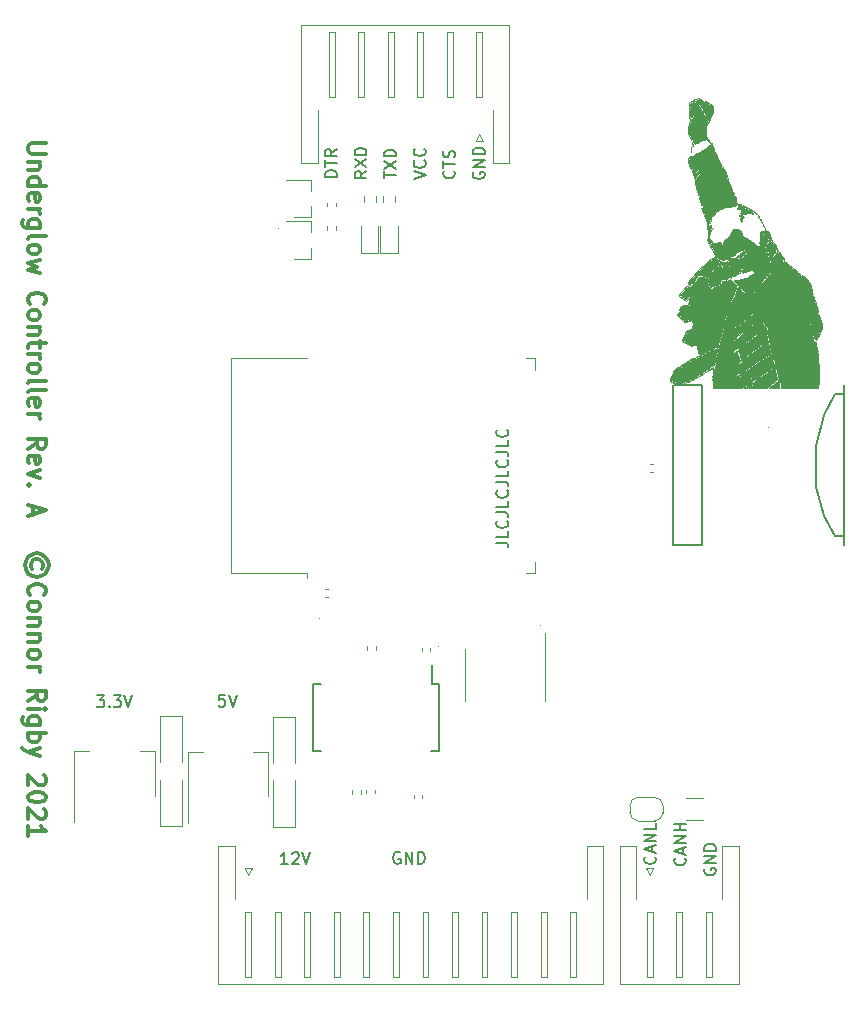
<source format=gto>
%TF.GenerationSoftware,KiCad,Pcbnew,5.1.10*%
%TF.CreationDate,2021-07-08T07:49:19-06:00*%
%TF.ProjectId,miata-underglow,6d696174-612d-4756-9e64-6572676c6f77,rev?*%
%TF.SameCoordinates,Original*%
%TF.FileFunction,Legend,Top*%
%TF.FilePolarity,Positive*%
%FSLAX46Y46*%
G04 Gerber Fmt 4.6, Leading zero omitted, Abs format (unit mm)*
G04 Created by KiCad (PCBNEW 5.1.10) date 2021-07-08 07:49:19*
%MOMM*%
%LPD*%
G01*
G04 APERTURE LIST*
%ADD10C,0.150000*%
%ADD11C,0.300000*%
%ADD12C,0.120000*%
%ADD13C,0.010000*%
%ADD14C,0.127000*%
G04 APERTURE END LIST*
D10*
X60452380Y-62119047D02*
X61166666Y-62119047D01*
X61309523Y-62166666D01*
X61404761Y-62261904D01*
X61452380Y-62404761D01*
X61452380Y-62500000D01*
X61452380Y-61166666D02*
X61452380Y-61642857D01*
X60452380Y-61642857D01*
X61357142Y-60261904D02*
X61404761Y-60309523D01*
X61452380Y-60452380D01*
X61452380Y-60547619D01*
X61404761Y-60690476D01*
X61309523Y-60785714D01*
X61214285Y-60833333D01*
X61023809Y-60880952D01*
X60880952Y-60880952D01*
X60690476Y-60833333D01*
X60595238Y-60785714D01*
X60500000Y-60690476D01*
X60452380Y-60547619D01*
X60452380Y-60452380D01*
X60500000Y-60309523D01*
X60547619Y-60261904D01*
X60452380Y-59547619D02*
X61166666Y-59547619D01*
X61309523Y-59595238D01*
X61404761Y-59690476D01*
X61452380Y-59833333D01*
X61452380Y-59928571D01*
X61452380Y-58595238D02*
X61452380Y-59071428D01*
X60452380Y-59071428D01*
X61357142Y-57690476D02*
X61404761Y-57738095D01*
X61452380Y-57880952D01*
X61452380Y-57976190D01*
X61404761Y-58119047D01*
X61309523Y-58214285D01*
X61214285Y-58261904D01*
X61023809Y-58309523D01*
X60880952Y-58309523D01*
X60690476Y-58261904D01*
X60595238Y-58214285D01*
X60500000Y-58119047D01*
X60452380Y-57976190D01*
X60452380Y-57880952D01*
X60500000Y-57738095D01*
X60547619Y-57690476D01*
X60452380Y-56976190D02*
X61166666Y-56976190D01*
X61309523Y-57023809D01*
X61404761Y-57119047D01*
X61452380Y-57261904D01*
X61452380Y-57357142D01*
X61452380Y-56023809D02*
X61452380Y-56500000D01*
X60452380Y-56500000D01*
X61357142Y-55119047D02*
X61404761Y-55166666D01*
X61452380Y-55309523D01*
X61452380Y-55404761D01*
X61404761Y-55547619D01*
X61309523Y-55642857D01*
X61214285Y-55690476D01*
X61023809Y-55738095D01*
X60880952Y-55738095D01*
X60690476Y-55690476D01*
X60595238Y-55642857D01*
X60500000Y-55547619D01*
X60452380Y-55404761D01*
X60452380Y-55309523D01*
X60500000Y-55166666D01*
X60547619Y-55119047D01*
X60452380Y-54404761D02*
X61166666Y-54404761D01*
X61309523Y-54452380D01*
X61404761Y-54547619D01*
X61452380Y-54690476D01*
X61452380Y-54785714D01*
X61452380Y-53452380D02*
X61452380Y-53928571D01*
X60452380Y-53928571D01*
X61357142Y-52547619D02*
X61404761Y-52595238D01*
X61452380Y-52738095D01*
X61452380Y-52833333D01*
X61404761Y-52976190D01*
X61309523Y-53071428D01*
X61214285Y-53119047D01*
X61023809Y-53166666D01*
X60880952Y-53166666D01*
X60690476Y-53119047D01*
X60595238Y-53071428D01*
X60500000Y-52976190D01*
X60452380Y-52833333D01*
X60452380Y-52738095D01*
X60500000Y-52595238D01*
X60547619Y-52547619D01*
D11*
X21964285Y-64321428D02*
X22035714Y-64178571D01*
X22035714Y-63892857D01*
X21964285Y-63750000D01*
X21821428Y-63607142D01*
X21678571Y-63535714D01*
X21392857Y-63535714D01*
X21250000Y-63607142D01*
X21107142Y-63750000D01*
X21035714Y-63892857D01*
X21035714Y-64178571D01*
X21107142Y-64321428D01*
X22535714Y-64035714D02*
X22464285Y-63678571D01*
X22250000Y-63321428D01*
X21892857Y-63107142D01*
X21535714Y-63035714D01*
X21178571Y-63107142D01*
X20821428Y-63321428D01*
X20607142Y-63678571D01*
X20535714Y-64035714D01*
X20607142Y-64392857D01*
X20821428Y-64750000D01*
X21178571Y-64964285D01*
X21535714Y-65035714D01*
X21892857Y-64964285D01*
X22250000Y-64750000D01*
X22464285Y-64392857D01*
X22535714Y-64035714D01*
X20964285Y-66535714D02*
X20892857Y-66464285D01*
X20821428Y-66250000D01*
X20821428Y-66107142D01*
X20892857Y-65892857D01*
X21035714Y-65750000D01*
X21178571Y-65678571D01*
X21464285Y-65607142D01*
X21678571Y-65607142D01*
X21964285Y-65678571D01*
X22107142Y-65750000D01*
X22250000Y-65892857D01*
X22321428Y-66107142D01*
X22321428Y-66250000D01*
X22250000Y-66464285D01*
X22178571Y-66535714D01*
X20821428Y-67392857D02*
X20892857Y-67250000D01*
X20964285Y-67178571D01*
X21107142Y-67107142D01*
X21535714Y-67107142D01*
X21678571Y-67178571D01*
X21750000Y-67250000D01*
X21821428Y-67392857D01*
X21821428Y-67607142D01*
X21750000Y-67750000D01*
X21678571Y-67821428D01*
X21535714Y-67892857D01*
X21107142Y-67892857D01*
X20964285Y-67821428D01*
X20892857Y-67750000D01*
X20821428Y-67607142D01*
X20821428Y-67392857D01*
X21821428Y-68535714D02*
X20821428Y-68535714D01*
X21678571Y-68535714D02*
X21750000Y-68607142D01*
X21821428Y-68750000D01*
X21821428Y-68964285D01*
X21750000Y-69107142D01*
X21607142Y-69178571D01*
X20821428Y-69178571D01*
X21821428Y-69892857D02*
X20821428Y-69892857D01*
X21678571Y-69892857D02*
X21750000Y-69964285D01*
X21821428Y-70107142D01*
X21821428Y-70321428D01*
X21750000Y-70464285D01*
X21607142Y-70535714D01*
X20821428Y-70535714D01*
X20821428Y-71464285D02*
X20892857Y-71321428D01*
X20964285Y-71250000D01*
X21107142Y-71178571D01*
X21535714Y-71178571D01*
X21678571Y-71250000D01*
X21750000Y-71321428D01*
X21821428Y-71464285D01*
X21821428Y-71678571D01*
X21750000Y-71821428D01*
X21678571Y-71892857D01*
X21535714Y-71964285D01*
X21107142Y-71964285D01*
X20964285Y-71892857D01*
X20892857Y-71821428D01*
X20821428Y-71678571D01*
X20821428Y-71464285D01*
X20821428Y-72607142D02*
X21821428Y-72607142D01*
X21535714Y-72607142D02*
X21678571Y-72678571D01*
X21750000Y-72750000D01*
X21821428Y-72892857D01*
X21821428Y-73035714D01*
X20821428Y-75535714D02*
X21535714Y-75035714D01*
X20821428Y-74678571D02*
X22321428Y-74678571D01*
X22321428Y-75250000D01*
X22250000Y-75392857D01*
X22178571Y-75464285D01*
X22035714Y-75535714D01*
X21821428Y-75535714D01*
X21678571Y-75464285D01*
X21607142Y-75392857D01*
X21535714Y-75250000D01*
X21535714Y-74678571D01*
X20821428Y-76178571D02*
X21821428Y-76178571D01*
X22321428Y-76178571D02*
X22250000Y-76107142D01*
X22178571Y-76178571D01*
X22250000Y-76250000D01*
X22321428Y-76178571D01*
X22178571Y-76178571D01*
X21821428Y-77535714D02*
X20607142Y-77535714D01*
X20464285Y-77464285D01*
X20392857Y-77392857D01*
X20321428Y-77250000D01*
X20321428Y-77035714D01*
X20392857Y-76892857D01*
X20892857Y-77535714D02*
X20821428Y-77392857D01*
X20821428Y-77107142D01*
X20892857Y-76964285D01*
X20964285Y-76892857D01*
X21107142Y-76821428D01*
X21535714Y-76821428D01*
X21678571Y-76892857D01*
X21750000Y-76964285D01*
X21821428Y-77107142D01*
X21821428Y-77392857D01*
X21750000Y-77535714D01*
X20821428Y-78250000D02*
X22321428Y-78250000D01*
X21750000Y-78250000D02*
X21821428Y-78392857D01*
X21821428Y-78678571D01*
X21750000Y-78821428D01*
X21678571Y-78892857D01*
X21535714Y-78964285D01*
X21107142Y-78964285D01*
X20964285Y-78892857D01*
X20892857Y-78821428D01*
X20821428Y-78678571D01*
X20821428Y-78392857D01*
X20892857Y-78250000D01*
X21821428Y-79464285D02*
X20821428Y-79821428D01*
X21821428Y-80178571D02*
X20821428Y-79821428D01*
X20464285Y-79678571D01*
X20392857Y-79607142D01*
X20321428Y-79464285D01*
X22178571Y-81821428D02*
X22250000Y-81892857D01*
X22321428Y-82035714D01*
X22321428Y-82392857D01*
X22250000Y-82535714D01*
X22178571Y-82607142D01*
X22035714Y-82678571D01*
X21892857Y-82678571D01*
X21678571Y-82607142D01*
X20821428Y-81750000D01*
X20821428Y-82678571D01*
X22321428Y-83607142D02*
X22321428Y-83750000D01*
X22250000Y-83892857D01*
X22178571Y-83964285D01*
X22035714Y-84035714D01*
X21750000Y-84107142D01*
X21392857Y-84107142D01*
X21107142Y-84035714D01*
X20964285Y-83964285D01*
X20892857Y-83892857D01*
X20821428Y-83750000D01*
X20821428Y-83607142D01*
X20892857Y-83464285D01*
X20964285Y-83392857D01*
X21107142Y-83321428D01*
X21392857Y-83250000D01*
X21750000Y-83250000D01*
X22035714Y-83321428D01*
X22178571Y-83392857D01*
X22250000Y-83464285D01*
X22321428Y-83607142D01*
X22178571Y-84678571D02*
X22250000Y-84750000D01*
X22321428Y-84892857D01*
X22321428Y-85250000D01*
X22250000Y-85392857D01*
X22178571Y-85464285D01*
X22035714Y-85535714D01*
X21892857Y-85535714D01*
X21678571Y-85464285D01*
X20821428Y-84607142D01*
X20821428Y-85535714D01*
X20821428Y-86964285D02*
X20821428Y-86107142D01*
X20821428Y-86535714D02*
X22321428Y-86535714D01*
X22107142Y-86392857D01*
X21964285Y-86250000D01*
X21892857Y-86107142D01*
X22321428Y-28321428D02*
X21107142Y-28321428D01*
X20964285Y-28392857D01*
X20892857Y-28464285D01*
X20821428Y-28607142D01*
X20821428Y-28892857D01*
X20892857Y-29035714D01*
X20964285Y-29107142D01*
X21107142Y-29178571D01*
X22321428Y-29178571D01*
X21821428Y-29892857D02*
X20821428Y-29892857D01*
X21678571Y-29892857D02*
X21750000Y-29964285D01*
X21821428Y-30107142D01*
X21821428Y-30321428D01*
X21750000Y-30464285D01*
X21607142Y-30535714D01*
X20821428Y-30535714D01*
X20821428Y-31892857D02*
X22321428Y-31892857D01*
X20892857Y-31892857D02*
X20821428Y-31750000D01*
X20821428Y-31464285D01*
X20892857Y-31321428D01*
X20964285Y-31250000D01*
X21107142Y-31178571D01*
X21535714Y-31178571D01*
X21678571Y-31250000D01*
X21750000Y-31321428D01*
X21821428Y-31464285D01*
X21821428Y-31750000D01*
X21750000Y-31892857D01*
X20892857Y-33178571D02*
X20821428Y-33035714D01*
X20821428Y-32750000D01*
X20892857Y-32607142D01*
X21035714Y-32535714D01*
X21607142Y-32535714D01*
X21750000Y-32607142D01*
X21821428Y-32750000D01*
X21821428Y-33035714D01*
X21750000Y-33178571D01*
X21607142Y-33250000D01*
X21464285Y-33250000D01*
X21321428Y-32535714D01*
X20821428Y-33892857D02*
X21821428Y-33892857D01*
X21535714Y-33892857D02*
X21678571Y-33964285D01*
X21750000Y-34035714D01*
X21821428Y-34178571D01*
X21821428Y-34321428D01*
X21821428Y-35464285D02*
X20607142Y-35464285D01*
X20464285Y-35392857D01*
X20392857Y-35321428D01*
X20321428Y-35178571D01*
X20321428Y-34964285D01*
X20392857Y-34821428D01*
X20892857Y-35464285D02*
X20821428Y-35321428D01*
X20821428Y-35035714D01*
X20892857Y-34892857D01*
X20964285Y-34821428D01*
X21107142Y-34750000D01*
X21535714Y-34750000D01*
X21678571Y-34821428D01*
X21750000Y-34892857D01*
X21821428Y-35035714D01*
X21821428Y-35321428D01*
X21750000Y-35464285D01*
X20821428Y-36392857D02*
X20892857Y-36250000D01*
X21035714Y-36178571D01*
X22321428Y-36178571D01*
X20821428Y-37178571D02*
X20892857Y-37035714D01*
X20964285Y-36964285D01*
X21107142Y-36892857D01*
X21535714Y-36892857D01*
X21678571Y-36964285D01*
X21750000Y-37035714D01*
X21821428Y-37178571D01*
X21821428Y-37392857D01*
X21750000Y-37535714D01*
X21678571Y-37607142D01*
X21535714Y-37678571D01*
X21107142Y-37678571D01*
X20964285Y-37607142D01*
X20892857Y-37535714D01*
X20821428Y-37392857D01*
X20821428Y-37178571D01*
X21821428Y-38178571D02*
X20821428Y-38464285D01*
X21535714Y-38750000D01*
X20821428Y-39035714D01*
X21821428Y-39321428D01*
X20964285Y-41892857D02*
X20892857Y-41821428D01*
X20821428Y-41607142D01*
X20821428Y-41464285D01*
X20892857Y-41250000D01*
X21035714Y-41107142D01*
X21178571Y-41035714D01*
X21464285Y-40964285D01*
X21678571Y-40964285D01*
X21964285Y-41035714D01*
X22107142Y-41107142D01*
X22250000Y-41250000D01*
X22321428Y-41464285D01*
X22321428Y-41607142D01*
X22250000Y-41821428D01*
X22178571Y-41892857D01*
X20821428Y-42750000D02*
X20892857Y-42607142D01*
X20964285Y-42535714D01*
X21107142Y-42464285D01*
X21535714Y-42464285D01*
X21678571Y-42535714D01*
X21750000Y-42607142D01*
X21821428Y-42750000D01*
X21821428Y-42964285D01*
X21750000Y-43107142D01*
X21678571Y-43178571D01*
X21535714Y-43250000D01*
X21107142Y-43250000D01*
X20964285Y-43178571D01*
X20892857Y-43107142D01*
X20821428Y-42964285D01*
X20821428Y-42750000D01*
X21821428Y-43892857D02*
X20821428Y-43892857D01*
X21678571Y-43892857D02*
X21750000Y-43964285D01*
X21821428Y-44107142D01*
X21821428Y-44321428D01*
X21750000Y-44464285D01*
X21607142Y-44535714D01*
X20821428Y-44535714D01*
X21821428Y-45035714D02*
X21821428Y-45607142D01*
X22321428Y-45250000D02*
X21035714Y-45250000D01*
X20892857Y-45321428D01*
X20821428Y-45464285D01*
X20821428Y-45607142D01*
X20821428Y-46107142D02*
X21821428Y-46107142D01*
X21535714Y-46107142D02*
X21678571Y-46178571D01*
X21750000Y-46250000D01*
X21821428Y-46392857D01*
X21821428Y-46535714D01*
X20821428Y-47250000D02*
X20892857Y-47107142D01*
X20964285Y-47035714D01*
X21107142Y-46964285D01*
X21535714Y-46964285D01*
X21678571Y-47035714D01*
X21750000Y-47107142D01*
X21821428Y-47250000D01*
X21821428Y-47464285D01*
X21750000Y-47607142D01*
X21678571Y-47678571D01*
X21535714Y-47750000D01*
X21107142Y-47750000D01*
X20964285Y-47678571D01*
X20892857Y-47607142D01*
X20821428Y-47464285D01*
X20821428Y-47250000D01*
X20821428Y-48607142D02*
X20892857Y-48464285D01*
X21035714Y-48392857D01*
X22321428Y-48392857D01*
X20821428Y-49392857D02*
X20892857Y-49250000D01*
X21035714Y-49178571D01*
X22321428Y-49178571D01*
X20892857Y-50535714D02*
X20821428Y-50392857D01*
X20821428Y-50107142D01*
X20892857Y-49964285D01*
X21035714Y-49892857D01*
X21607142Y-49892857D01*
X21750000Y-49964285D01*
X21821428Y-50107142D01*
X21821428Y-50392857D01*
X21750000Y-50535714D01*
X21607142Y-50607142D01*
X21464285Y-50607142D01*
X21321428Y-49892857D01*
X20821428Y-51250000D02*
X21821428Y-51250000D01*
X21535714Y-51250000D02*
X21678571Y-51321428D01*
X21750000Y-51392857D01*
X21821428Y-51535714D01*
X21821428Y-51678571D01*
X20821428Y-54178571D02*
X21535714Y-53678571D01*
X20821428Y-53321428D02*
X22321428Y-53321428D01*
X22321428Y-53892857D01*
X22250000Y-54035714D01*
X22178571Y-54107142D01*
X22035714Y-54178571D01*
X21821428Y-54178571D01*
X21678571Y-54107142D01*
X21607142Y-54035714D01*
X21535714Y-53892857D01*
X21535714Y-53321428D01*
X20892857Y-55392857D02*
X20821428Y-55250000D01*
X20821428Y-54964285D01*
X20892857Y-54821428D01*
X21035714Y-54750000D01*
X21607142Y-54750000D01*
X21749999Y-54821428D01*
X21821428Y-54964285D01*
X21821428Y-55250000D01*
X21749999Y-55392857D01*
X21607142Y-55464285D01*
X21464285Y-55464285D01*
X21321428Y-54750000D01*
X21821428Y-55964285D02*
X20821428Y-56321428D01*
X21821428Y-56678571D01*
X20964285Y-57250000D02*
X20892857Y-57321428D01*
X20821428Y-57250000D01*
X20892857Y-57178571D01*
X20964285Y-57250000D01*
X20821428Y-57250000D01*
X21249999Y-59035714D02*
X21249999Y-59750000D01*
X20821428Y-58892857D02*
X22321428Y-59392857D01*
X20821428Y-59892857D01*
D10*
X46952380Y-31142857D02*
X45952380Y-31142857D01*
X45952380Y-30904761D01*
X46000000Y-30761904D01*
X46095238Y-30666666D01*
X46190476Y-30619047D01*
X46380952Y-30571428D01*
X46523809Y-30571428D01*
X46714285Y-30619047D01*
X46809523Y-30666666D01*
X46904761Y-30761904D01*
X46952380Y-30904761D01*
X46952380Y-31142857D01*
X45952380Y-30285714D02*
X45952380Y-29714285D01*
X46952380Y-30000000D02*
X45952380Y-30000000D01*
X46952380Y-28809523D02*
X46476190Y-29142857D01*
X46952380Y-29380952D02*
X45952380Y-29380952D01*
X45952380Y-29000000D01*
X46000000Y-28904761D01*
X46047619Y-28857142D01*
X46142857Y-28809523D01*
X46285714Y-28809523D01*
X46380952Y-28857142D01*
X46428571Y-28904761D01*
X46476190Y-29000000D01*
X46476190Y-29380952D01*
X49452380Y-30666666D02*
X48976190Y-31000000D01*
X49452380Y-31238095D02*
X48452380Y-31238095D01*
X48452380Y-30857142D01*
X48500000Y-30761904D01*
X48547619Y-30714285D01*
X48642857Y-30666666D01*
X48785714Y-30666666D01*
X48880952Y-30714285D01*
X48928571Y-30761904D01*
X48976190Y-30857142D01*
X48976190Y-31238095D01*
X48452380Y-30333333D02*
X49452380Y-29666666D01*
X48452380Y-29666666D02*
X49452380Y-30333333D01*
X49452380Y-29285714D02*
X48452380Y-29285714D01*
X48452380Y-29047619D01*
X48500000Y-28904761D01*
X48595238Y-28809523D01*
X48690476Y-28761904D01*
X48880952Y-28714285D01*
X49023809Y-28714285D01*
X49214285Y-28761904D01*
X49309523Y-28809523D01*
X49404761Y-28904761D01*
X49452380Y-29047619D01*
X49452380Y-29285714D01*
X50952380Y-31261904D02*
X50952380Y-30690476D01*
X51952380Y-30976190D02*
X50952380Y-30976190D01*
X50952380Y-30452380D02*
X51952380Y-29785714D01*
X50952380Y-29785714D02*
X51952380Y-30452380D01*
X51952380Y-29404761D02*
X50952380Y-29404761D01*
X50952380Y-29166666D01*
X51000000Y-29023809D01*
X51095238Y-28928571D01*
X51190476Y-28880952D01*
X51380952Y-28833333D01*
X51523809Y-28833333D01*
X51714285Y-28880952D01*
X51809523Y-28928571D01*
X51904761Y-29023809D01*
X51952380Y-29166666D01*
X51952380Y-29404761D01*
X53452380Y-31333333D02*
X54452380Y-31000000D01*
X53452380Y-30666666D01*
X54357142Y-29761904D02*
X54404761Y-29809523D01*
X54452380Y-29952380D01*
X54452380Y-30047619D01*
X54404761Y-30190476D01*
X54309523Y-30285714D01*
X54214285Y-30333333D01*
X54023809Y-30380952D01*
X53880952Y-30380952D01*
X53690476Y-30333333D01*
X53595238Y-30285714D01*
X53500000Y-30190476D01*
X53452380Y-30047619D01*
X53452380Y-29952380D01*
X53500000Y-29809523D01*
X53547619Y-29761904D01*
X54357142Y-28761904D02*
X54404761Y-28809523D01*
X54452380Y-28952380D01*
X54452380Y-29047619D01*
X54404761Y-29190476D01*
X54309523Y-29285714D01*
X54214285Y-29333333D01*
X54023809Y-29380952D01*
X53880952Y-29380952D01*
X53690476Y-29333333D01*
X53595238Y-29285714D01*
X53500000Y-29190476D01*
X53452380Y-29047619D01*
X53452380Y-28952380D01*
X53500000Y-28809523D01*
X53547619Y-28761904D01*
X56857142Y-30647619D02*
X56904761Y-30695238D01*
X56952380Y-30838095D01*
X56952380Y-30933333D01*
X56904761Y-31076190D01*
X56809523Y-31171428D01*
X56714285Y-31219047D01*
X56523809Y-31266666D01*
X56380952Y-31266666D01*
X56190476Y-31219047D01*
X56095238Y-31171428D01*
X56000000Y-31076190D01*
X55952380Y-30933333D01*
X55952380Y-30838095D01*
X56000000Y-30695238D01*
X56047619Y-30647619D01*
X55952380Y-30361904D02*
X55952380Y-29790476D01*
X56952380Y-30076190D02*
X55952380Y-30076190D01*
X56904761Y-29504761D02*
X56952380Y-29361904D01*
X56952380Y-29123809D01*
X56904761Y-29028571D01*
X56857142Y-28980952D01*
X56761904Y-28933333D01*
X56666666Y-28933333D01*
X56571428Y-28980952D01*
X56523809Y-29028571D01*
X56476190Y-29123809D01*
X56428571Y-29314285D01*
X56380952Y-29409523D01*
X56333333Y-29457142D01*
X56238095Y-29504761D01*
X56142857Y-29504761D01*
X56047619Y-29457142D01*
X56000000Y-29409523D01*
X55952380Y-29314285D01*
X55952380Y-29076190D01*
X56000000Y-28933333D01*
X58500000Y-30761904D02*
X58452380Y-30857142D01*
X58452380Y-31000000D01*
X58500000Y-31142857D01*
X58595238Y-31238095D01*
X58690476Y-31285714D01*
X58880952Y-31333333D01*
X59023809Y-31333333D01*
X59214285Y-31285714D01*
X59309523Y-31238095D01*
X59404761Y-31142857D01*
X59452380Y-31000000D01*
X59452380Y-30904761D01*
X59404761Y-30761904D01*
X59357142Y-30714285D01*
X59023809Y-30714285D01*
X59023809Y-30904761D01*
X59452380Y-30285714D02*
X58452380Y-30285714D01*
X59452380Y-29714285D01*
X58452380Y-29714285D01*
X59452380Y-29238095D02*
X58452380Y-29238095D01*
X58452380Y-29000000D01*
X58500000Y-28857142D01*
X58595238Y-28761904D01*
X58690476Y-28714285D01*
X58880952Y-28666666D01*
X59023809Y-28666666D01*
X59214285Y-28714285D01*
X59309523Y-28761904D01*
X59404761Y-28857142D01*
X59452380Y-29000000D01*
X59452380Y-29238095D01*
X78100000Y-89711904D02*
X78052380Y-89807142D01*
X78052380Y-89950000D01*
X78100000Y-90092857D01*
X78195238Y-90188095D01*
X78290476Y-90235714D01*
X78480952Y-90283333D01*
X78623809Y-90283333D01*
X78814285Y-90235714D01*
X78909523Y-90188095D01*
X79004761Y-90092857D01*
X79052380Y-89950000D01*
X79052380Y-89854761D01*
X79004761Y-89711904D01*
X78957142Y-89664285D01*
X78623809Y-89664285D01*
X78623809Y-89854761D01*
X79052380Y-89235714D02*
X78052380Y-89235714D01*
X79052380Y-88664285D01*
X78052380Y-88664285D01*
X79052380Y-88188095D02*
X78052380Y-88188095D01*
X78052380Y-87950000D01*
X78100000Y-87807142D01*
X78195238Y-87711904D01*
X78290476Y-87664285D01*
X78480952Y-87616666D01*
X78623809Y-87616666D01*
X78814285Y-87664285D01*
X78909523Y-87711904D01*
X79004761Y-87807142D01*
X79052380Y-87950000D01*
X79052380Y-88188095D01*
X73857142Y-88697619D02*
X73904761Y-88745238D01*
X73952380Y-88888095D01*
X73952380Y-88983333D01*
X73904761Y-89126190D01*
X73809523Y-89221428D01*
X73714285Y-89269047D01*
X73523809Y-89316666D01*
X73380952Y-89316666D01*
X73190476Y-89269047D01*
X73095238Y-89221428D01*
X73000000Y-89126190D01*
X72952380Y-88983333D01*
X72952380Y-88888095D01*
X73000000Y-88745238D01*
X73047619Y-88697619D01*
X73666666Y-88316666D02*
X73666666Y-87840476D01*
X73952380Y-88411904D02*
X72952380Y-88078571D01*
X73952380Y-87745238D01*
X73952380Y-87411904D02*
X72952380Y-87411904D01*
X73952380Y-86840476D01*
X72952380Y-86840476D01*
X73952380Y-85888095D02*
X73952380Y-86364285D01*
X72952380Y-86364285D01*
X76407142Y-88816666D02*
X76454761Y-88864285D01*
X76502380Y-89007142D01*
X76502380Y-89102380D01*
X76454761Y-89245238D01*
X76359523Y-89340476D01*
X76264285Y-89388095D01*
X76073809Y-89435714D01*
X75930952Y-89435714D01*
X75740476Y-89388095D01*
X75645238Y-89340476D01*
X75550000Y-89245238D01*
X75502380Y-89102380D01*
X75502380Y-89007142D01*
X75550000Y-88864285D01*
X75597619Y-88816666D01*
X76216666Y-88435714D02*
X76216666Y-87959523D01*
X76502380Y-88530952D02*
X75502380Y-88197619D01*
X76502380Y-87864285D01*
X76502380Y-87530952D02*
X75502380Y-87530952D01*
X76502380Y-86959523D01*
X75502380Y-86959523D01*
X76502380Y-86483333D02*
X75502380Y-86483333D01*
X75978571Y-86483333D02*
X75978571Y-85911904D01*
X76502380Y-85911904D02*
X75502380Y-85911904D01*
X37459523Y-75002380D02*
X36983333Y-75002380D01*
X36935714Y-75478571D01*
X36983333Y-75430952D01*
X37078571Y-75383333D01*
X37316666Y-75383333D01*
X37411904Y-75430952D01*
X37459523Y-75478571D01*
X37507142Y-75573809D01*
X37507142Y-75811904D01*
X37459523Y-75907142D01*
X37411904Y-75954761D01*
X37316666Y-76002380D01*
X37078571Y-76002380D01*
X36983333Y-75954761D01*
X36935714Y-75907142D01*
X37792857Y-75002380D02*
X38126190Y-76002380D01*
X38459523Y-75002380D01*
X26623809Y-75052380D02*
X27242857Y-75052380D01*
X26909523Y-75433333D01*
X27052380Y-75433333D01*
X27147619Y-75480952D01*
X27195238Y-75528571D01*
X27242857Y-75623809D01*
X27242857Y-75861904D01*
X27195238Y-75957142D01*
X27147619Y-76004761D01*
X27052380Y-76052380D01*
X26766666Y-76052380D01*
X26671428Y-76004761D01*
X26623809Y-75957142D01*
X27671428Y-75957142D02*
X27719047Y-76004761D01*
X27671428Y-76052380D01*
X27623809Y-76004761D01*
X27671428Y-75957142D01*
X27671428Y-76052380D01*
X28052380Y-75052380D02*
X28671428Y-75052380D01*
X28338095Y-75433333D01*
X28480952Y-75433333D01*
X28576190Y-75480952D01*
X28623809Y-75528571D01*
X28671428Y-75623809D01*
X28671428Y-75861904D01*
X28623809Y-75957142D01*
X28576190Y-76004761D01*
X28480952Y-76052380D01*
X28195238Y-76052380D01*
X28100000Y-76004761D01*
X28052380Y-75957142D01*
X28957142Y-75052380D02*
X29290476Y-76052380D01*
X29623809Y-75052380D01*
X52288095Y-88350000D02*
X52192857Y-88302380D01*
X52050000Y-88302380D01*
X51907142Y-88350000D01*
X51811904Y-88445238D01*
X51764285Y-88540476D01*
X51716666Y-88730952D01*
X51716666Y-88873809D01*
X51764285Y-89064285D01*
X51811904Y-89159523D01*
X51907142Y-89254761D01*
X52050000Y-89302380D01*
X52145238Y-89302380D01*
X52288095Y-89254761D01*
X52335714Y-89207142D01*
X52335714Y-88873809D01*
X52145238Y-88873809D01*
X52764285Y-89302380D02*
X52764285Y-88302380D01*
X53335714Y-89302380D01*
X53335714Y-88302380D01*
X53811904Y-89302380D02*
X53811904Y-88302380D01*
X54050000Y-88302380D01*
X54192857Y-88350000D01*
X54288095Y-88445238D01*
X54335714Y-88540476D01*
X54383333Y-88730952D01*
X54383333Y-88873809D01*
X54335714Y-89064285D01*
X54288095Y-89159523D01*
X54192857Y-89254761D01*
X54050000Y-89302380D01*
X53811904Y-89302380D01*
X42780952Y-89352380D02*
X42209523Y-89352380D01*
X42495238Y-89352380D02*
X42495238Y-88352380D01*
X42400000Y-88495238D01*
X42304761Y-88590476D01*
X42209523Y-88638095D01*
X43161904Y-88447619D02*
X43209523Y-88400000D01*
X43304761Y-88352380D01*
X43542857Y-88352380D01*
X43638095Y-88400000D01*
X43685714Y-88447619D01*
X43733333Y-88542857D01*
X43733333Y-88638095D01*
X43685714Y-88780952D01*
X43114285Y-89352380D01*
X43733333Y-89352380D01*
X44019047Y-88352380D02*
X44352380Y-89352380D01*
X44685714Y-88352380D01*
D12*
X42050000Y-32000000D02*
G75*
G03*
X42050000Y-32000000I-50000J0D01*
G01*
X42050000Y-35500000D02*
G75*
G03*
X42050000Y-35500000I-50000J0D01*
G01*
X83500000Y-52400000D02*
G75*
G03*
X83500000Y-52400000I-50000J0D01*
G01*
X64200000Y-69150000D02*
G75*
G03*
X64200000Y-69150000I-50000J0D01*
G01*
X55550000Y-70925000D02*
G75*
G03*
X55550000Y-70925000I-50000J0D01*
G01*
X45550000Y-68500000D02*
G75*
G03*
X45550000Y-68500000I-50000J0D01*
G01*
D13*
G36*
X83245619Y-44132095D02*
G01*
X83249962Y-44175158D01*
X83245619Y-44180476D01*
X83224048Y-44175495D01*
X83221429Y-44156286D01*
X83234705Y-44126418D01*
X83245619Y-44132095D01*
G37*
X83245619Y-44132095D02*
X83249962Y-44175158D01*
X83245619Y-44180476D01*
X83224048Y-44175495D01*
X83221429Y-44156286D01*
X83234705Y-44126418D01*
X83245619Y-44132095D01*
G36*
X77330670Y-40041944D02*
G01*
X77325000Y-40056000D01*
X77292394Y-40090616D01*
X77286573Y-40092286D01*
X77270988Y-40064212D01*
X77270572Y-40056000D01*
X77298467Y-40021109D01*
X77308999Y-40019714D01*
X77330670Y-40041944D01*
G37*
X77330670Y-40041944D02*
X77325000Y-40056000D01*
X77292394Y-40090616D01*
X77286573Y-40092286D01*
X77270988Y-40064212D01*
X77270572Y-40056000D01*
X77298467Y-40021109D01*
X77308999Y-40019714D01*
X77330670Y-40041944D01*
G36*
X81427069Y-47780835D02*
G01*
X81492096Y-47866807D01*
X81532982Y-47939071D01*
X81615049Y-48096773D01*
X81674518Y-48205149D01*
X81721016Y-48279896D01*
X81764169Y-48336714D01*
X81804228Y-48381381D01*
X81864441Y-48483729D01*
X81863155Y-48583651D01*
X81802025Y-48662698D01*
X81777712Y-48676973D01*
X81688483Y-48733468D01*
X81612087Y-48795810D01*
X81532953Y-48859856D01*
X81490688Y-48866077D01*
X81479715Y-48824624D01*
X81454844Y-48765411D01*
X81407143Y-48710143D01*
X81352944Y-48648970D01*
X81334572Y-48608470D01*
X81313145Y-48562226D01*
X81258098Y-48481982D01*
X81209641Y-48420013D01*
X81108758Y-48283722D01*
X81062149Y-48176278D01*
X81068642Y-48079700D01*
X81127069Y-47976007D01*
X81176738Y-47914298D01*
X81261598Y-47825917D01*
X81336741Y-47766116D01*
X81375671Y-47749761D01*
X81427069Y-47780835D01*
G37*
X81427069Y-47780835D02*
X81492096Y-47866807D01*
X81532982Y-47939071D01*
X81615049Y-48096773D01*
X81674518Y-48205149D01*
X81721016Y-48279896D01*
X81764169Y-48336714D01*
X81804228Y-48381381D01*
X81864441Y-48483729D01*
X81863155Y-48583651D01*
X81802025Y-48662698D01*
X81777712Y-48676973D01*
X81688483Y-48733468D01*
X81612087Y-48795810D01*
X81532953Y-48859856D01*
X81490688Y-48866077D01*
X81479715Y-48824624D01*
X81454844Y-48765411D01*
X81407143Y-48710143D01*
X81352944Y-48648970D01*
X81334572Y-48608470D01*
X81313145Y-48562226D01*
X81258098Y-48481982D01*
X81209641Y-48420013D01*
X81108758Y-48283722D01*
X81062149Y-48176278D01*
X81068642Y-48079700D01*
X81127069Y-47976007D01*
X81176738Y-47914298D01*
X81261598Y-47825917D01*
X81336741Y-47766116D01*
X81375671Y-47749761D01*
X81427069Y-47780835D01*
G36*
X80783419Y-45929681D02*
G01*
X80807304Y-46007685D01*
X80810898Y-46025401D01*
X80835125Y-46115565D01*
X80863191Y-46169632D01*
X80866971Y-46172685D01*
X80892617Y-46220897D01*
X80899143Y-46273884D01*
X80911902Y-46353930D01*
X80929972Y-46389671D01*
X80961156Y-46442748D01*
X81003235Y-46535611D01*
X81020123Y-46577683D01*
X81079444Y-46731222D01*
X80975357Y-46837703D01*
X80898478Y-46904281D01*
X80847905Y-46915129D01*
X80830778Y-46903691D01*
X80798175Y-46836979D01*
X80790286Y-46779743D01*
X80776888Y-46715104D01*
X80754000Y-46696286D01*
X80726487Y-46665300D01*
X80717715Y-46607713D01*
X80705408Y-46531639D01*
X80684221Y-46498440D01*
X80653876Y-46451526D01*
X80626271Y-46366278D01*
X80625178Y-46361418D01*
X80594824Y-46258788D01*
X80559995Y-46181631D01*
X80544037Y-46129407D01*
X80571386Y-46070351D01*
X80625826Y-46008083D01*
X80697405Y-45939702D01*
X80749529Y-45901145D01*
X80759145Y-45898000D01*
X80783419Y-45929681D01*
G37*
X80783419Y-45929681D02*
X80807304Y-46007685D01*
X80810898Y-46025401D01*
X80835125Y-46115565D01*
X80863191Y-46169632D01*
X80866971Y-46172685D01*
X80892617Y-46220897D01*
X80899143Y-46273884D01*
X80911902Y-46353930D01*
X80929972Y-46389671D01*
X80961156Y-46442748D01*
X81003235Y-46535611D01*
X81020123Y-46577683D01*
X81079444Y-46731222D01*
X80975357Y-46837703D01*
X80898478Y-46904281D01*
X80847905Y-46915129D01*
X80830778Y-46903691D01*
X80798175Y-46836979D01*
X80790286Y-46779743D01*
X80776888Y-46715104D01*
X80754000Y-46696286D01*
X80726487Y-46665300D01*
X80717715Y-46607713D01*
X80705408Y-46531639D01*
X80684221Y-46498440D01*
X80653876Y-46451526D01*
X80626271Y-46366278D01*
X80625178Y-46361418D01*
X80594824Y-46258788D01*
X80559995Y-46181631D01*
X80544037Y-46129407D01*
X80571386Y-46070351D01*
X80625826Y-46008083D01*
X80697405Y-45939702D01*
X80749529Y-45901145D01*
X80759145Y-45898000D01*
X80783419Y-45929681D01*
G36*
X77581143Y-24502655D02*
G01*
X77597079Y-24516643D01*
X77675471Y-24555534D01*
X77722329Y-24562807D01*
X77803668Y-24585165D01*
X77887429Y-24634571D01*
X77949811Y-24688146D01*
X77951012Y-24703140D01*
X77891399Y-24679420D01*
X77837924Y-24652491D01*
X77751349Y-24614314D01*
X77688426Y-24598287D01*
X77688153Y-24598286D01*
X77631170Y-24571992D01*
X77594265Y-24534786D01*
X77564587Y-24492817D01*
X77581143Y-24502655D01*
G37*
X77581143Y-24502655D02*
X77597079Y-24516643D01*
X77675471Y-24555534D01*
X77722329Y-24562807D01*
X77803668Y-24585165D01*
X77887429Y-24634571D01*
X77949811Y-24688146D01*
X77951012Y-24703140D01*
X77891399Y-24679420D01*
X77837924Y-24652491D01*
X77751349Y-24614314D01*
X77688426Y-24598287D01*
X77688153Y-24598286D01*
X77631170Y-24571992D01*
X77594265Y-24534786D01*
X77564587Y-24492817D01*
X77581143Y-24502655D01*
G36*
X77234235Y-24715179D02*
G01*
X77234286Y-24720843D01*
X77207123Y-24771742D01*
X77179858Y-24779714D01*
X77131443Y-24772255D01*
X77125429Y-24766014D01*
X77149475Y-24734707D01*
X77179858Y-24707143D01*
X77222779Y-24681844D01*
X77234235Y-24715179D01*
G37*
X77234235Y-24715179D02*
X77234286Y-24720843D01*
X77207123Y-24771742D01*
X77179858Y-24779714D01*
X77131443Y-24772255D01*
X77125429Y-24766014D01*
X77149475Y-24734707D01*
X77179858Y-24707143D01*
X77222779Y-24681844D01*
X77234235Y-24715179D01*
G36*
X77327631Y-24553630D02*
G01*
X77325000Y-24556360D01*
X77262868Y-24588739D01*
X77198000Y-24604285D01*
X77115571Y-24641205D01*
X77074644Y-24690694D01*
X77017763Y-24762070D01*
X76949481Y-24808623D01*
X76865715Y-24842380D01*
X76820093Y-24850819D01*
X76823220Y-24835277D01*
X76880301Y-24799889D01*
X76979294Y-24733326D01*
X77061729Y-24658569D01*
X77154353Y-24586626D01*
X77252429Y-24544888D01*
X77323044Y-24535577D01*
X77327631Y-24553630D01*
G37*
X77327631Y-24553630D02*
X77325000Y-24556360D01*
X77262868Y-24588739D01*
X77198000Y-24604285D01*
X77115571Y-24641205D01*
X77074644Y-24690694D01*
X77017763Y-24762070D01*
X76949481Y-24808623D01*
X76865715Y-24842380D01*
X76820093Y-24850819D01*
X76823220Y-24835277D01*
X76880301Y-24799889D01*
X76979294Y-24733326D01*
X77061729Y-24658569D01*
X77154353Y-24586626D01*
X77252429Y-24544888D01*
X77323044Y-24535577D01*
X77327631Y-24553630D01*
G36*
X78124059Y-24720274D02*
G01*
X78193448Y-24756656D01*
X78277464Y-24800043D01*
X78339724Y-24816000D01*
X78388825Y-24835201D01*
X78395429Y-24852286D01*
X78424288Y-24885616D01*
X78443069Y-24888571D01*
X78496440Y-24912987D01*
X78571329Y-24973899D01*
X78595000Y-24997428D01*
X78651119Y-25063589D01*
X78669814Y-25102203D01*
X78664228Y-25106286D01*
X78617724Y-25079914D01*
X78579308Y-25037114D01*
X78522590Y-24986435D01*
X78421668Y-24919879D01*
X78298314Y-24851796D01*
X78297437Y-24851355D01*
X78186929Y-24792245D01*
X78110676Y-24744489D01*
X78083431Y-24717444D01*
X78084151Y-24716040D01*
X78124059Y-24720274D01*
G37*
X78124059Y-24720274D02*
X78193448Y-24756656D01*
X78277464Y-24800043D01*
X78339724Y-24816000D01*
X78388825Y-24835201D01*
X78395429Y-24852286D01*
X78424288Y-24885616D01*
X78443069Y-24888571D01*
X78496440Y-24912987D01*
X78571329Y-24973899D01*
X78595000Y-24997428D01*
X78651119Y-25063589D01*
X78669814Y-25102203D01*
X78664228Y-25106286D01*
X78617724Y-25079914D01*
X78579308Y-25037114D01*
X78522590Y-24986435D01*
X78421668Y-24919879D01*
X78298314Y-24851796D01*
X78297437Y-24851355D01*
X78186929Y-24792245D01*
X78110676Y-24744489D01*
X78083431Y-24717444D01*
X78084151Y-24716040D01*
X78124059Y-24720274D01*
G36*
X76767362Y-24921817D02*
G01*
X76777165Y-25008457D01*
X76780715Y-25124547D01*
X76779986Y-25244656D01*
X76778080Y-25329577D01*
X76775525Y-25360309D01*
X76760225Y-25332051D01*
X76748311Y-25302889D01*
X76734167Y-25232861D01*
X76727467Y-25132512D01*
X76727910Y-25025977D01*
X76735194Y-24937391D01*
X76749015Y-24890888D01*
X76753500Y-24888667D01*
X76767362Y-24921817D01*
G37*
X76767362Y-24921817D02*
X76777165Y-25008457D01*
X76780715Y-25124547D01*
X76779986Y-25244656D01*
X76778080Y-25329577D01*
X76775525Y-25360309D01*
X76760225Y-25332051D01*
X76748311Y-25302889D01*
X76734167Y-25232861D01*
X76727467Y-25132512D01*
X76727910Y-25025977D01*
X76735194Y-24937391D01*
X76749015Y-24890888D01*
X76753500Y-24888667D01*
X76767362Y-24921817D01*
G36*
X76798858Y-25414714D02*
G01*
X76780715Y-25432857D01*
X76762572Y-25414714D01*
X76780715Y-25396571D01*
X76798858Y-25414714D01*
G37*
X76798858Y-25414714D02*
X76780715Y-25432857D01*
X76762572Y-25414714D01*
X76780715Y-25396571D01*
X76798858Y-25414714D01*
G36*
X76767353Y-25589480D02*
G01*
X76777154Y-25668666D01*
X76780715Y-25781036D01*
X76780284Y-25900179D01*
X76779159Y-25983998D01*
X76777691Y-26013428D01*
X76754717Y-25993432D01*
X76750477Y-25989238D01*
X76735610Y-25940229D01*
X76727999Y-25847904D01*
X76727455Y-25738649D01*
X76733789Y-25638851D01*
X76746813Y-25574895D01*
X76753500Y-25565464D01*
X76767353Y-25589480D01*
G37*
X76767353Y-25589480D02*
X76777154Y-25668666D01*
X76780715Y-25781036D01*
X76780284Y-25900179D01*
X76779159Y-25983998D01*
X76777691Y-26013428D01*
X76754717Y-25993432D01*
X76750477Y-25989238D01*
X76735610Y-25940229D01*
X76727999Y-25847904D01*
X76727455Y-25738649D01*
X76733789Y-25638851D01*
X76746813Y-25574895D01*
X76753500Y-25565464D01*
X76767353Y-25589480D01*
G36*
X76788441Y-26103363D02*
G01*
X76845178Y-26155514D01*
X76850121Y-26160285D01*
X76911306Y-26225661D01*
X76925152Y-26276806D01*
X76897993Y-26348338D01*
X76888163Y-26368207D01*
X76840208Y-26451644D01*
X76799289Y-26502649D01*
X76795667Y-26505258D01*
X76790128Y-26491079D01*
X76815991Y-26430496D01*
X76838020Y-26389307D01*
X76882806Y-26291575D01*
X76881344Y-26242153D01*
X76874783Y-26238308D01*
X76828015Y-26198043D01*
X76794387Y-26146338D01*
X76774137Y-26100962D01*
X76788441Y-26103363D01*
G37*
X76788441Y-26103363D02*
X76845178Y-26155514D01*
X76850121Y-26160285D01*
X76911306Y-26225661D01*
X76925152Y-26276806D01*
X76897993Y-26348338D01*
X76888163Y-26368207D01*
X76840208Y-26451644D01*
X76799289Y-26502649D01*
X76795667Y-26505258D01*
X76790128Y-26491079D01*
X76815991Y-26430496D01*
X76838020Y-26389307D01*
X76882806Y-26291575D01*
X76881344Y-26242153D01*
X76874783Y-26238308D01*
X76828015Y-26198043D01*
X76794387Y-26146338D01*
X76774137Y-26100962D01*
X76788441Y-26103363D01*
G36*
X78674408Y-25908681D02*
G01*
X78661901Y-25969656D01*
X78633322Y-26032358D01*
X78608911Y-26049714D01*
X78584808Y-26080791D01*
X78576858Y-26140429D01*
X78564436Y-26208621D01*
X78540572Y-26231143D01*
X78513058Y-26262129D01*
X78504286Y-26319716D01*
X78489924Y-26397239D01*
X78465458Y-26432286D01*
X78421666Y-26482946D01*
X78395186Y-26534213D01*
X78371040Y-26579746D01*
X78361600Y-26556496D01*
X78361443Y-26553086D01*
X78385307Y-26481479D01*
X78413572Y-26448857D01*
X78460161Y-26376940D01*
X78468000Y-26335065D01*
X78485075Y-26242791D01*
X78501236Y-26203436D01*
X78536944Y-26130028D01*
X78583731Y-26027174D01*
X78595051Y-26001410D01*
X78640154Y-25911049D01*
X78668372Y-25879301D01*
X78674408Y-25908681D01*
G37*
X78674408Y-25908681D02*
X78661901Y-25969656D01*
X78633322Y-26032358D01*
X78608911Y-26049714D01*
X78584808Y-26080791D01*
X78576858Y-26140429D01*
X78564436Y-26208621D01*
X78540572Y-26231143D01*
X78513058Y-26262129D01*
X78504286Y-26319716D01*
X78489924Y-26397239D01*
X78465458Y-26432286D01*
X78421666Y-26482946D01*
X78395186Y-26534213D01*
X78371040Y-26579746D01*
X78361600Y-26556496D01*
X78361443Y-26553086D01*
X78385307Y-26481479D01*
X78413572Y-26448857D01*
X78460161Y-26376940D01*
X78468000Y-26335065D01*
X78485075Y-26242791D01*
X78501236Y-26203436D01*
X78536944Y-26130028D01*
X78583731Y-26027174D01*
X78595051Y-26001410D01*
X78640154Y-25911049D01*
X78668372Y-25879301D01*
X78674408Y-25908681D01*
G36*
X78321281Y-26659916D02*
G01*
X78322858Y-26684714D01*
X78303868Y-26733011D01*
X78287711Y-26739143D01*
X78267746Y-26712545D01*
X78273450Y-26684714D01*
X78299205Y-26636971D01*
X78308597Y-26630286D01*
X78321281Y-26659916D01*
G37*
X78321281Y-26659916D02*
X78322858Y-26684714D01*
X78303868Y-26733011D01*
X78287711Y-26739143D01*
X78267746Y-26712545D01*
X78273450Y-26684714D01*
X78299205Y-26636971D01*
X78308597Y-26630286D01*
X78321281Y-26659916D01*
G36*
X78221962Y-27037752D02*
G01*
X78231444Y-27110311D01*
X78232143Y-27141751D01*
X78231456Y-27231410D01*
X78229745Y-27280358D01*
X78229119Y-27283428D01*
X78206145Y-27263432D01*
X78201905Y-27259238D01*
X78182967Y-27205879D01*
X78178628Y-27122987D01*
X78188431Y-27047172D01*
X78204929Y-27016892D01*
X78221962Y-27037752D01*
G37*
X78221962Y-27037752D02*
X78231444Y-27110311D01*
X78232143Y-27141751D01*
X78231456Y-27231410D01*
X78229745Y-27280358D01*
X78229119Y-27283428D01*
X78206145Y-27263432D01*
X78201905Y-27259238D01*
X78182967Y-27205879D01*
X78178628Y-27122987D01*
X78188431Y-27047172D01*
X78204929Y-27016892D01*
X78221962Y-27037752D01*
G36*
X76773878Y-26721000D02*
G01*
X76756396Y-26832783D01*
X76733993Y-26914658D01*
X76722046Y-26936900D01*
X76702755Y-26993936D01*
X76692577Y-27095718D01*
X76691432Y-27215303D01*
X76699239Y-27325747D01*
X76715919Y-27400106D01*
X76723462Y-27412243D01*
X76749155Y-27462595D01*
X76773090Y-27544867D01*
X76789920Y-27632486D01*
X76794295Y-27698880D01*
X76785182Y-27718857D01*
X76766509Y-27686849D01*
X76746103Y-27606780D01*
X76740092Y-27572910D01*
X76718240Y-27476382D01*
X76692414Y-27414889D01*
X76685234Y-27407483D01*
X76666284Y-27361099D01*
X76656291Y-27267429D01*
X76655150Y-27151189D01*
X76662753Y-27037095D01*
X76678996Y-26949863D01*
X76687278Y-26929150D01*
X76715650Y-26855706D01*
X76746919Y-26746332D01*
X76757254Y-26702857D01*
X76793665Y-26539571D01*
X76773878Y-26721000D01*
G37*
X76773878Y-26721000D02*
X76756396Y-26832783D01*
X76733993Y-26914658D01*
X76722046Y-26936900D01*
X76702755Y-26993936D01*
X76692577Y-27095718D01*
X76691432Y-27215303D01*
X76699239Y-27325747D01*
X76715919Y-27400106D01*
X76723462Y-27412243D01*
X76749155Y-27462595D01*
X76773090Y-27544867D01*
X76789920Y-27632486D01*
X76794295Y-27698880D01*
X76785182Y-27718857D01*
X76766509Y-27686849D01*
X76746103Y-27606780D01*
X76740092Y-27572910D01*
X76718240Y-27476382D01*
X76692414Y-27414889D01*
X76685234Y-27407483D01*
X76666284Y-27361099D01*
X76656291Y-27267429D01*
X76655150Y-27151189D01*
X76662753Y-27037095D01*
X76678996Y-26949863D01*
X76687278Y-26929150D01*
X76715650Y-26855706D01*
X76746919Y-26746332D01*
X76757254Y-26702857D01*
X76793665Y-26539571D01*
X76773878Y-26721000D01*
G36*
X76839545Y-27781343D02*
G01*
X76841256Y-27783027D01*
X76866834Y-27845754D01*
X76863728Y-27868961D01*
X76845032Y-27877384D01*
X76825390Y-27830623D01*
X76817148Y-27774608D01*
X76839545Y-27781343D01*
G37*
X76839545Y-27781343D02*
X76841256Y-27783027D01*
X76866834Y-27845754D01*
X76863728Y-27868961D01*
X76845032Y-27877384D01*
X76825390Y-27830623D01*
X76817148Y-27774608D01*
X76839545Y-27781343D01*
G36*
X76940686Y-27930204D02*
G01*
X76954514Y-27972857D01*
X76956549Y-28030718D01*
X76940603Y-28045428D01*
X76913872Y-28015007D01*
X76907715Y-27972857D01*
X76913568Y-27913790D01*
X76921625Y-27900286D01*
X76940686Y-27930204D01*
G37*
X76940686Y-27930204D02*
X76954514Y-27972857D01*
X76956549Y-28030718D01*
X76940603Y-28045428D01*
X76913872Y-28015007D01*
X76907715Y-27972857D01*
X76913568Y-27913790D01*
X76921625Y-27900286D01*
X76940686Y-27930204D01*
G36*
X78294975Y-27742194D02*
G01*
X78316585Y-27787508D01*
X78325510Y-27857070D01*
X78355111Y-27985180D01*
X78424990Y-28110451D01*
X78516461Y-28201434D01*
X78537342Y-28213583D01*
X78622578Y-28264209D01*
X78671070Y-28308018D01*
X78671428Y-28333355D01*
X78656686Y-28335714D01*
X78615848Y-28311987D01*
X78613143Y-28299429D01*
X78584244Y-28266178D01*
X78565040Y-28263143D01*
X78504903Y-28236274D01*
X78433602Y-28173219D01*
X78376832Y-28100309D01*
X78359143Y-28052161D01*
X78337627Y-28011678D01*
X78326669Y-28009143D01*
X78303083Y-27976979D01*
X78284206Y-27896828D01*
X78280644Y-27867052D01*
X78278313Y-27782321D01*
X78288861Y-27742093D01*
X78294975Y-27742194D01*
G37*
X78294975Y-27742194D02*
X78316585Y-27787508D01*
X78325510Y-27857070D01*
X78355111Y-27985180D01*
X78424990Y-28110451D01*
X78516461Y-28201434D01*
X78537342Y-28213583D01*
X78622578Y-28264209D01*
X78671070Y-28308018D01*
X78671428Y-28333355D01*
X78656686Y-28335714D01*
X78615848Y-28311987D01*
X78613143Y-28299429D01*
X78584244Y-28266178D01*
X78565040Y-28263143D01*
X78504903Y-28236274D01*
X78433602Y-28173219D01*
X78376832Y-28100309D01*
X78359143Y-28052161D01*
X78337627Y-28011678D01*
X78326669Y-28009143D01*
X78303083Y-27976979D01*
X78284206Y-27896828D01*
X78280644Y-27867052D01*
X78278313Y-27782321D01*
X78288861Y-27742093D01*
X78294975Y-27742194D01*
G36*
X77532757Y-24621238D02*
G01*
X77542715Y-24634571D01*
X77593342Y-24664281D01*
X77644642Y-24672011D01*
X77737568Y-24694768D01*
X77794578Y-24726440D01*
X77873667Y-24768713D01*
X77924009Y-24779714D01*
X78002048Y-24799129D01*
X78118239Y-24849865D01*
X78251970Y-24920664D01*
X78382628Y-25000264D01*
X78489600Y-25077405D01*
X78523214Y-25107047D01*
X78617562Y-25184764D01*
X78686189Y-25213912D01*
X78720003Y-25191411D01*
X78722000Y-25174414D01*
X78739549Y-25155239D01*
X78776429Y-25178857D01*
X78804756Y-25232974D01*
X78823555Y-25325368D01*
X78831853Y-25432689D01*
X78828677Y-25531585D01*
X78813053Y-25598706D01*
X78794572Y-25614286D01*
X78767058Y-25645272D01*
X78758286Y-25702858D01*
X78747419Y-25777914D01*
X78728566Y-25809799D01*
X78712422Y-25792540D01*
X78713925Y-25725618D01*
X78714607Y-25720782D01*
X78735690Y-25637737D01*
X78762470Y-25593557D01*
X78781325Y-25550159D01*
X78791696Y-25465593D01*
X78793561Y-25365483D01*
X78786899Y-25275458D01*
X78771689Y-25221142D01*
X78762779Y-25215143D01*
X78742202Y-25247858D01*
X78723423Y-25331893D01*
X78714577Y-25405643D01*
X78686526Y-25552959D01*
X78631212Y-25723833D01*
X78584948Y-25832000D01*
X78524000Y-25966949D01*
X78474205Y-26091586D01*
X78446959Y-26176714D01*
X78406703Y-26282117D01*
X78357071Y-26358143D01*
X78298282Y-26450101D01*
X78266450Y-26533430D01*
X78233487Y-26613557D01*
X78194967Y-26653791D01*
X78165205Y-26701103D01*
X78167594Y-26810095D01*
X78168129Y-26814146D01*
X78172394Y-26917184D01*
X78149704Y-26956559D01*
X78146207Y-26956857D01*
X78122496Y-26988578D01*
X78108802Y-27066781D01*
X78105442Y-27166030D01*
X78112736Y-27260887D01*
X78131003Y-27325913D01*
X78141429Y-27337857D01*
X78160423Y-27383326D01*
X78173558Y-27479243D01*
X78177715Y-27586741D01*
X78183947Y-27712485D01*
X78200143Y-27810745D01*
X78218818Y-27854304D01*
X78250754Y-27918664D01*
X78219660Y-27971878D01*
X78135068Y-28004030D01*
X78069996Y-28009143D01*
X77978676Y-28016245D01*
X77927614Y-28034002D01*
X77923715Y-28041390D01*
X77892010Y-28068597D01*
X77813987Y-28093923D01*
X77796715Y-28097463D01*
X77713039Y-28119663D01*
X77670912Y-28143571D01*
X77669715Y-28147370D01*
X77639751Y-28175045D01*
X77566542Y-28215691D01*
X77475114Y-28257665D01*
X77390491Y-28289324D01*
X77342894Y-28299429D01*
X77307903Y-28327049D01*
X77306858Y-28335714D01*
X77291193Y-28377515D01*
X77252019Y-28365525D01*
X77201062Y-28309397D01*
X77150050Y-28218785D01*
X77141940Y-28199977D01*
X77100949Y-28098625D01*
X77073821Y-28027849D01*
X77067866Y-28009477D01*
X77047352Y-27948544D01*
X77012467Y-27875086D01*
X76982077Y-27828600D01*
X76981042Y-27827714D01*
X76939961Y-27769317D01*
X76894364Y-27669901D01*
X76855815Y-27559217D01*
X76835882Y-27467012D01*
X76835143Y-27452443D01*
X76822265Y-27374203D01*
X76798858Y-27337857D01*
X76775345Y-27289316D01*
X76764211Y-27201213D01*
X76765921Y-27105041D01*
X76780940Y-27032299D01*
X76794075Y-27014242D01*
X76815945Y-26969943D01*
X76838023Y-26877343D01*
X76849399Y-26803457D01*
X76877664Y-26658574D01*
X76921228Y-26515907D01*
X76941530Y-26467000D01*
X76988858Y-26364714D01*
X77024746Y-26284145D01*
X77031748Y-26267429D01*
X77065728Y-26200441D01*
X77118712Y-26111173D01*
X77123176Y-26104143D01*
X77172973Y-25997084D01*
X77194294Y-25889664D01*
X77184268Y-25806208D01*
X77161715Y-25777571D01*
X77140661Y-25731070D01*
X77127568Y-25637684D01*
X77125429Y-25575858D01*
X77117579Y-25461510D01*
X77095886Y-25402193D01*
X77083958Y-25396571D01*
X77062943Y-25423161D01*
X77055226Y-25507265D01*
X77060317Y-25655381D01*
X77062244Y-25684806D01*
X77066111Y-25882985D01*
X77045699Y-26013492D01*
X77000746Y-26077138D01*
X76936264Y-26076871D01*
X76884854Y-26019813D01*
X76855078Y-25901983D01*
X76848372Y-25732313D01*
X76857936Y-25589802D01*
X76881451Y-25360286D01*
X77019441Y-25360286D01*
X77114370Y-25369016D01*
X77174292Y-25390605D01*
X77179858Y-25396571D01*
X77228743Y-25430111D01*
X77283065Y-25422920D01*
X77306858Y-25382362D01*
X77275590Y-25339975D01*
X77201181Y-25302521D01*
X77112719Y-25281963D01*
X77064661Y-25282767D01*
X77013962Y-25261351D01*
X76967775Y-25212172D01*
X76914585Y-25162746D01*
X76874329Y-25158922D01*
X76842868Y-25150673D01*
X76835143Y-25108427D01*
X76833054Y-25034727D01*
X76830417Y-25007044D01*
X76855761Y-24968267D01*
X76926461Y-24921963D01*
X77018121Y-24880635D01*
X77106343Y-24856785D01*
X77127243Y-24854938D01*
X77210927Y-24865033D01*
X77254243Y-24885731D01*
X77310716Y-24916770D01*
X77402846Y-24948151D01*
X77414475Y-24951216D01*
X77491695Y-24981074D01*
X77554829Y-25036227D01*
X77620539Y-25133693D01*
X77657066Y-25198985D01*
X77716941Y-25315854D01*
X77759888Y-25411663D01*
X77776235Y-25463921D01*
X77804299Y-25520791D01*
X77860215Y-25577417D01*
X77921104Y-25652077D01*
X77975344Y-25761687D01*
X77988965Y-25801790D01*
X78040370Y-25920686D01*
X78107865Y-26003880D01*
X78178247Y-26038285D01*
X78218205Y-26028973D01*
X78225243Y-25988474D01*
X78183133Y-25927958D01*
X78120116Y-25832788D01*
X78085016Y-25741286D01*
X78041414Y-25633075D01*
X77980809Y-25541714D01*
X77905390Y-25438980D01*
X77849469Y-25342143D01*
X77807769Y-25262347D01*
X77777964Y-25216347D01*
X77776739Y-25215143D01*
X77750014Y-25173419D01*
X77707788Y-25091373D01*
X77693336Y-25060928D01*
X77626582Y-24957868D01*
X77558663Y-24924857D01*
X77470891Y-24907276D01*
X77406151Y-24879500D01*
X77340278Y-24842785D01*
X77311965Y-24827155D01*
X77316093Y-24793268D01*
X77343461Y-24719728D01*
X77348037Y-24709227D01*
X77404971Y-24629655D01*
X77473187Y-24597778D01*
X77532757Y-24621238D01*
G37*
X77532757Y-24621238D02*
X77542715Y-24634571D01*
X77593342Y-24664281D01*
X77644642Y-24672011D01*
X77737568Y-24694768D01*
X77794578Y-24726440D01*
X77873667Y-24768713D01*
X77924009Y-24779714D01*
X78002048Y-24799129D01*
X78118239Y-24849865D01*
X78251970Y-24920664D01*
X78382628Y-25000264D01*
X78489600Y-25077405D01*
X78523214Y-25107047D01*
X78617562Y-25184764D01*
X78686189Y-25213912D01*
X78720003Y-25191411D01*
X78722000Y-25174414D01*
X78739549Y-25155239D01*
X78776429Y-25178857D01*
X78804756Y-25232974D01*
X78823555Y-25325368D01*
X78831853Y-25432689D01*
X78828677Y-25531585D01*
X78813053Y-25598706D01*
X78794572Y-25614286D01*
X78767058Y-25645272D01*
X78758286Y-25702858D01*
X78747419Y-25777914D01*
X78728566Y-25809799D01*
X78712422Y-25792540D01*
X78713925Y-25725618D01*
X78714607Y-25720782D01*
X78735690Y-25637737D01*
X78762470Y-25593557D01*
X78781325Y-25550159D01*
X78791696Y-25465593D01*
X78793561Y-25365483D01*
X78786899Y-25275458D01*
X78771689Y-25221142D01*
X78762779Y-25215143D01*
X78742202Y-25247858D01*
X78723423Y-25331893D01*
X78714577Y-25405643D01*
X78686526Y-25552959D01*
X78631212Y-25723833D01*
X78584948Y-25832000D01*
X78524000Y-25966949D01*
X78474205Y-26091586D01*
X78446959Y-26176714D01*
X78406703Y-26282117D01*
X78357071Y-26358143D01*
X78298282Y-26450101D01*
X78266450Y-26533430D01*
X78233487Y-26613557D01*
X78194967Y-26653791D01*
X78165205Y-26701103D01*
X78167594Y-26810095D01*
X78168129Y-26814146D01*
X78172394Y-26917184D01*
X78149704Y-26956559D01*
X78146207Y-26956857D01*
X78122496Y-26988578D01*
X78108802Y-27066781D01*
X78105442Y-27166030D01*
X78112736Y-27260887D01*
X78131003Y-27325913D01*
X78141429Y-27337857D01*
X78160423Y-27383326D01*
X78173558Y-27479243D01*
X78177715Y-27586741D01*
X78183947Y-27712485D01*
X78200143Y-27810745D01*
X78218818Y-27854304D01*
X78250754Y-27918664D01*
X78219660Y-27971878D01*
X78135068Y-28004030D01*
X78069996Y-28009143D01*
X77978676Y-28016245D01*
X77927614Y-28034002D01*
X77923715Y-28041390D01*
X77892010Y-28068597D01*
X77813987Y-28093923D01*
X77796715Y-28097463D01*
X77713039Y-28119663D01*
X77670912Y-28143571D01*
X77669715Y-28147370D01*
X77639751Y-28175045D01*
X77566542Y-28215691D01*
X77475114Y-28257665D01*
X77390491Y-28289324D01*
X77342894Y-28299429D01*
X77307903Y-28327049D01*
X77306858Y-28335714D01*
X77291193Y-28377515D01*
X77252019Y-28365525D01*
X77201062Y-28309397D01*
X77150050Y-28218785D01*
X77141940Y-28199977D01*
X77100949Y-28098625D01*
X77073821Y-28027849D01*
X77067866Y-28009477D01*
X77047352Y-27948544D01*
X77012467Y-27875086D01*
X76982077Y-27828600D01*
X76981042Y-27827714D01*
X76939961Y-27769317D01*
X76894364Y-27669901D01*
X76855815Y-27559217D01*
X76835882Y-27467012D01*
X76835143Y-27452443D01*
X76822265Y-27374203D01*
X76798858Y-27337857D01*
X76775345Y-27289316D01*
X76764211Y-27201213D01*
X76765921Y-27105041D01*
X76780940Y-27032299D01*
X76794075Y-27014242D01*
X76815945Y-26969943D01*
X76838023Y-26877343D01*
X76849399Y-26803457D01*
X76877664Y-26658574D01*
X76921228Y-26515907D01*
X76941530Y-26467000D01*
X76988858Y-26364714D01*
X77024746Y-26284145D01*
X77031748Y-26267429D01*
X77065728Y-26200441D01*
X77118712Y-26111173D01*
X77123176Y-26104143D01*
X77172973Y-25997084D01*
X77194294Y-25889664D01*
X77184268Y-25806208D01*
X77161715Y-25777571D01*
X77140661Y-25731070D01*
X77127568Y-25637684D01*
X77125429Y-25575858D01*
X77117579Y-25461510D01*
X77095886Y-25402193D01*
X77083958Y-25396571D01*
X77062943Y-25423161D01*
X77055226Y-25507265D01*
X77060317Y-25655381D01*
X77062244Y-25684806D01*
X77066111Y-25882985D01*
X77045699Y-26013492D01*
X77000746Y-26077138D01*
X76936264Y-26076871D01*
X76884854Y-26019813D01*
X76855078Y-25901983D01*
X76848372Y-25732313D01*
X76857936Y-25589802D01*
X76881451Y-25360286D01*
X77019441Y-25360286D01*
X77114370Y-25369016D01*
X77174292Y-25390605D01*
X77179858Y-25396571D01*
X77228743Y-25430111D01*
X77283065Y-25422920D01*
X77306858Y-25382362D01*
X77275590Y-25339975D01*
X77201181Y-25302521D01*
X77112719Y-25281963D01*
X77064661Y-25282767D01*
X77013962Y-25261351D01*
X76967775Y-25212172D01*
X76914585Y-25162746D01*
X76874329Y-25158922D01*
X76842868Y-25150673D01*
X76835143Y-25108427D01*
X76833054Y-25034727D01*
X76830417Y-25007044D01*
X76855761Y-24968267D01*
X76926461Y-24921963D01*
X77018121Y-24880635D01*
X77106343Y-24856785D01*
X77127243Y-24854938D01*
X77210927Y-24865033D01*
X77254243Y-24885731D01*
X77310716Y-24916770D01*
X77402846Y-24948151D01*
X77414475Y-24951216D01*
X77491695Y-24981074D01*
X77554829Y-25036227D01*
X77620539Y-25133693D01*
X77657066Y-25198985D01*
X77716941Y-25315854D01*
X77759888Y-25411663D01*
X77776235Y-25463921D01*
X77804299Y-25520791D01*
X77860215Y-25577417D01*
X77921104Y-25652077D01*
X77975344Y-25761687D01*
X77988965Y-25801790D01*
X78040370Y-25920686D01*
X78107865Y-26003880D01*
X78178247Y-26038285D01*
X78218205Y-26028973D01*
X78225243Y-25988474D01*
X78183133Y-25927958D01*
X78120116Y-25832788D01*
X78085016Y-25741286D01*
X78041414Y-25633075D01*
X77980809Y-25541714D01*
X77905390Y-25438980D01*
X77849469Y-25342143D01*
X77807769Y-25262347D01*
X77777964Y-25216347D01*
X77776739Y-25215143D01*
X77750014Y-25173419D01*
X77707788Y-25091373D01*
X77693336Y-25060928D01*
X77626582Y-24957868D01*
X77558663Y-24924857D01*
X77470891Y-24907276D01*
X77406151Y-24879500D01*
X77340278Y-24842785D01*
X77311965Y-24827155D01*
X77316093Y-24793268D01*
X77343461Y-24719728D01*
X77348037Y-24709227D01*
X77404971Y-24629655D01*
X77473187Y-24597778D01*
X77532757Y-24621238D01*
G36*
X77045449Y-28221410D02*
G01*
X77052858Y-28274028D01*
X77070965Y-28359536D01*
X77096804Y-28401432D01*
X77115800Y-28443856D01*
X77082285Y-28497721D01*
X77052793Y-28526617D01*
X76964837Y-28607857D01*
X77031998Y-28526895D01*
X77075575Y-28449358D01*
X77063106Y-28399895D01*
X77025924Y-28331686D01*
X77004982Y-28256405D01*
X77006005Y-28201829D01*
X77019969Y-28190571D01*
X77045449Y-28221410D01*
G37*
X77045449Y-28221410D02*
X77052858Y-28274028D01*
X77070965Y-28359536D01*
X77096804Y-28401432D01*
X77115800Y-28443856D01*
X77082285Y-28497721D01*
X77052793Y-28526617D01*
X76964837Y-28607857D01*
X77031998Y-28526895D01*
X77075575Y-28449358D01*
X77063106Y-28399895D01*
X77025924Y-28331686D01*
X77004982Y-28256405D01*
X77006005Y-28201829D01*
X77019969Y-28190571D01*
X77045449Y-28221410D01*
G36*
X78731190Y-28439246D02*
G01*
X78752097Y-28497930D01*
X78750929Y-28558315D01*
X78740366Y-28605443D01*
X78729781Y-28589236D01*
X78717688Y-28525074D01*
X78711970Y-28450896D01*
X78727164Y-28435796D01*
X78731190Y-28439246D01*
G37*
X78731190Y-28439246D02*
X78752097Y-28497930D01*
X78750929Y-28558315D01*
X78740366Y-28605443D01*
X78729781Y-28589236D01*
X78717688Y-28525074D01*
X78711970Y-28450896D01*
X78727164Y-28435796D01*
X78731190Y-28439246D01*
G36*
X78831904Y-28703936D02*
G01*
X78835716Y-28725786D01*
X78845038Y-28814172D01*
X78837057Y-28842251D01*
X78813899Y-28804892D01*
X78808507Y-28791405D01*
X78798311Y-28711231D01*
X78802645Y-28673477D01*
X78816273Y-28654251D01*
X78831904Y-28703936D01*
G37*
X78831904Y-28703936D02*
X78835716Y-28725786D01*
X78845038Y-28814172D01*
X78837057Y-28842251D01*
X78813899Y-28804892D01*
X78808507Y-28791405D01*
X78798311Y-28711231D01*
X78802645Y-28673477D01*
X78816273Y-28654251D01*
X78831904Y-28703936D01*
G36*
X78903429Y-28898143D02*
G01*
X78885286Y-28916286D01*
X78867143Y-28898143D01*
X78885286Y-28880000D01*
X78903429Y-28898143D01*
G37*
X78903429Y-28898143D02*
X78885286Y-28916286D01*
X78867143Y-28898143D01*
X78885286Y-28880000D01*
X78903429Y-28898143D01*
G36*
X76949831Y-28709261D02*
G01*
X76959716Y-28786297D01*
X76962143Y-28865475D01*
X76961637Y-28973676D01*
X76960334Y-29044845D01*
X76959119Y-29061436D01*
X76936144Y-29041432D01*
X76931905Y-29037238D01*
X76915753Y-28986943D01*
X76908677Y-28897197D01*
X76910424Y-28797383D01*
X76920741Y-28716885D01*
X76934929Y-28686181D01*
X76949831Y-28709261D01*
G37*
X76949831Y-28709261D02*
X76959716Y-28786297D01*
X76962143Y-28865475D01*
X76961637Y-28973676D01*
X76960334Y-29044845D01*
X76959119Y-29061436D01*
X76936144Y-29041432D01*
X76931905Y-29037238D01*
X76915753Y-28986943D01*
X76908677Y-28897197D01*
X76910424Y-28797383D01*
X76920741Y-28716885D01*
X76934929Y-28686181D01*
X76949831Y-28709261D01*
G36*
X78906739Y-28974569D02*
G01*
X78926125Y-29010878D01*
X78969016Y-29092742D01*
X79012286Y-29152143D01*
X79063125Y-29224265D01*
X79098936Y-29296020D01*
X79109302Y-29343969D01*
X79100963Y-29351714D01*
X79074831Y-29322680D01*
X79047995Y-29270071D01*
X79000076Y-29183604D01*
X78933837Y-29089788D01*
X78933395Y-29089237D01*
X78886748Y-29017483D01*
X78875393Y-28969959D01*
X78877791Y-28966115D01*
X78906739Y-28974569D01*
G37*
X78906739Y-28974569D02*
X78926125Y-29010878D01*
X78969016Y-29092742D01*
X79012286Y-29152143D01*
X79063125Y-29224265D01*
X79098936Y-29296020D01*
X79109302Y-29343969D01*
X79100963Y-29351714D01*
X79074831Y-29322680D01*
X79047995Y-29270071D01*
X79000076Y-29183604D01*
X78933837Y-29089788D01*
X78933395Y-29089237D01*
X78886748Y-29017483D01*
X78875393Y-28969959D01*
X78877791Y-28966115D01*
X78906739Y-28974569D01*
G36*
X79151822Y-29475249D02*
G01*
X79190475Y-29531317D01*
X79193715Y-29553427D01*
X79209016Y-29600564D01*
X79220929Y-29605997D01*
X79254415Y-29635351D01*
X79290086Y-29696712D01*
X79310678Y-29761686D01*
X79300860Y-29787143D01*
X79267756Y-29757256D01*
X79222681Y-29682507D01*
X79207458Y-29651071D01*
X79164021Y-29557409D01*
X79132532Y-29491827D01*
X79127578Y-29482179D01*
X79134114Y-29466931D01*
X79151822Y-29475249D01*
G37*
X79151822Y-29475249D02*
X79190475Y-29531317D01*
X79193715Y-29553427D01*
X79209016Y-29600564D01*
X79220929Y-29605997D01*
X79254415Y-29635351D01*
X79290086Y-29696712D01*
X79310678Y-29761686D01*
X79300860Y-29787143D01*
X79267756Y-29757256D01*
X79222681Y-29682507D01*
X79207458Y-29651071D01*
X79164021Y-29557409D01*
X79132532Y-29491827D01*
X79127578Y-29482179D01*
X79134114Y-29466931D01*
X79151822Y-29475249D01*
G36*
X79338956Y-29853722D02*
G01*
X79379691Y-29919926D01*
X79397880Y-29956553D01*
X79450175Y-30056113D01*
X79499365Y-30131363D01*
X79509838Y-30143520D01*
X79553039Y-30199504D01*
X79545882Y-30222511D01*
X79544053Y-30222571D01*
X79514382Y-30198088D01*
X79480151Y-30159071D01*
X79419807Y-30073676D01*
X79364189Y-29977759D01*
X79324467Y-29893046D01*
X79311813Y-29841261D01*
X79314078Y-29836112D01*
X79338956Y-29853722D01*
G37*
X79338956Y-29853722D02*
X79379691Y-29919926D01*
X79397880Y-29956553D01*
X79450175Y-30056113D01*
X79499365Y-30131363D01*
X79509838Y-30143520D01*
X79553039Y-30199504D01*
X79545882Y-30222511D01*
X79544053Y-30222571D01*
X79514382Y-30198088D01*
X79480151Y-30159071D01*
X79419807Y-30073676D01*
X79364189Y-29977759D01*
X79324467Y-29893046D01*
X79311813Y-29841261D01*
X79314078Y-29836112D01*
X79338956Y-29853722D01*
G36*
X76977233Y-29379794D02*
G01*
X76945986Y-29385135D01*
X76887211Y-29410616D01*
X76808658Y-29469930D01*
X76791772Y-29485503D01*
X76725162Y-29564726D01*
X76695599Y-29653770D01*
X76690000Y-29755504D01*
X76697036Y-29861629D01*
X76714885Y-29934608D01*
X76726286Y-29950428D01*
X76756467Y-30001464D01*
X76762572Y-30045373D01*
X76779724Y-30118065D01*
X76823433Y-30222539D01*
X76854911Y-30283286D01*
X76905262Y-30381857D01*
X76933896Y-30454622D01*
X76936554Y-30476992D01*
X76916214Y-30462981D01*
X76873904Y-30398257D01*
X76826072Y-30310696D01*
X76771999Y-30193736D01*
X76735762Y-30093323D01*
X76726286Y-30044472D01*
X76709888Y-29974514D01*
X76690000Y-29950428D01*
X76668574Y-29903740D01*
X76655546Y-29810860D01*
X76653715Y-29755834D01*
X76662071Y-29637375D01*
X76697779Y-29552770D01*
X76776795Y-29464370D01*
X76777571Y-29463618D01*
X76859967Y-29396598D01*
X76928273Y-29362974D01*
X76949929Y-29362921D01*
X76977233Y-29379794D01*
G37*
X76977233Y-29379794D02*
X76945986Y-29385135D01*
X76887211Y-29410616D01*
X76808658Y-29469930D01*
X76791772Y-29485503D01*
X76725162Y-29564726D01*
X76695599Y-29653770D01*
X76690000Y-29755504D01*
X76697036Y-29861629D01*
X76714885Y-29934608D01*
X76726286Y-29950428D01*
X76756467Y-30001464D01*
X76762572Y-30045373D01*
X76779724Y-30118065D01*
X76823433Y-30222539D01*
X76854911Y-30283286D01*
X76905262Y-30381857D01*
X76933896Y-30454622D01*
X76936554Y-30476992D01*
X76916214Y-30462981D01*
X76873904Y-30398257D01*
X76826072Y-30310696D01*
X76771999Y-30193736D01*
X76735762Y-30093323D01*
X76726286Y-30044472D01*
X76709888Y-29974514D01*
X76690000Y-29950428D01*
X76668574Y-29903740D01*
X76655546Y-29810860D01*
X76653715Y-29755834D01*
X76662071Y-29637375D01*
X76697779Y-29552770D01*
X76776795Y-29464370D01*
X76777571Y-29463618D01*
X76859967Y-29396598D01*
X76928273Y-29362974D01*
X76949929Y-29362921D01*
X76977233Y-29379794D01*
G36*
X77021216Y-30615245D02*
G01*
X77058219Y-30689839D01*
X77072348Y-30721500D01*
X77118952Y-30825357D01*
X77158931Y-30909135D01*
X77165073Y-30921071D01*
X77188371Y-30971387D01*
X77189236Y-30981707D01*
X77152261Y-30967639D01*
X77134500Y-30960540D01*
X77099108Y-30914059D01*
X77089143Y-30856689D01*
X77077050Y-30782280D01*
X77057237Y-30751421D01*
X77029221Y-30712985D01*
X77004202Y-30651293D01*
X76993412Y-30598985D01*
X77000124Y-30585428D01*
X77021216Y-30615245D01*
G37*
X77021216Y-30615245D02*
X77058219Y-30689839D01*
X77072348Y-30721500D01*
X77118952Y-30825357D01*
X77158931Y-30909135D01*
X77165073Y-30921071D01*
X77188371Y-30971387D01*
X77189236Y-30981707D01*
X77152261Y-30967639D01*
X77134500Y-30960540D01*
X77099108Y-30914059D01*
X77089143Y-30856689D01*
X77077050Y-30782280D01*
X77057237Y-30751421D01*
X77029221Y-30712985D01*
X77004202Y-30651293D01*
X76993412Y-30598985D01*
X77000124Y-30585428D01*
X77021216Y-30615245D01*
G36*
X77198000Y-31039000D02*
G01*
X77179858Y-31057143D01*
X77161715Y-31039000D01*
X77179858Y-31020857D01*
X77198000Y-31039000D01*
G37*
X77198000Y-31039000D02*
X77179858Y-31057143D01*
X77161715Y-31039000D01*
X77179858Y-31020857D01*
X77198000Y-31039000D01*
G36*
X79768680Y-30600106D02*
G01*
X79807332Y-30656174D01*
X79810572Y-30678284D01*
X79830860Y-30725182D01*
X79846858Y-30730571D01*
X79874961Y-30761387D01*
X79883143Y-30814029D01*
X79896231Y-30894778D01*
X79915606Y-30931957D01*
X79942439Y-30982828D01*
X79967044Y-31062083D01*
X79983074Y-31141970D01*
X79984184Y-31194737D01*
X79977432Y-31202286D01*
X79956013Y-31171301D01*
X79935440Y-31102500D01*
X79890253Y-30950370D01*
X79816206Y-30763538D01*
X79743176Y-30607036D01*
X79750883Y-30591803D01*
X79768680Y-30600106D01*
G37*
X79768680Y-30600106D02*
X79807332Y-30656174D01*
X79810572Y-30678284D01*
X79830860Y-30725182D01*
X79846858Y-30730571D01*
X79874961Y-30761387D01*
X79883143Y-30814029D01*
X79896231Y-30894778D01*
X79915606Y-30931957D01*
X79942439Y-30982828D01*
X79967044Y-31062083D01*
X79983074Y-31141970D01*
X79984184Y-31194737D01*
X79977432Y-31202286D01*
X79956013Y-31171301D01*
X79935440Y-31102500D01*
X79890253Y-30950370D01*
X79816206Y-30763538D01*
X79743176Y-30607036D01*
X79750883Y-30591803D01*
X79768680Y-30600106D01*
G36*
X80056099Y-31306448D02*
G01*
X80064566Y-31382677D01*
X80064572Y-31384991D01*
X80084907Y-31498851D01*
X80123916Y-31585695D01*
X80158678Y-31657013D01*
X80158762Y-31700762D01*
X80132548Y-31690884D01*
X80113329Y-31645201D01*
X80086227Y-31582539D01*
X80064151Y-31565143D01*
X80043394Y-31532946D01*
X80025887Y-31452517D01*
X80022067Y-31420000D01*
X80019630Y-31329408D01*
X80030305Y-31278737D01*
X80036399Y-31274857D01*
X80056099Y-31306448D01*
G37*
X80056099Y-31306448D02*
X80064566Y-31382677D01*
X80064572Y-31384991D01*
X80084907Y-31498851D01*
X80123916Y-31585695D01*
X80158678Y-31657013D01*
X80158762Y-31700762D01*
X80132548Y-31690884D01*
X80113329Y-31645201D01*
X80086227Y-31582539D01*
X80064151Y-31565143D01*
X80043394Y-31532946D01*
X80025887Y-31452517D01*
X80022067Y-31420000D01*
X80019630Y-31329408D01*
X80030305Y-31278737D01*
X80036399Y-31274857D01*
X80056099Y-31306448D01*
G36*
X80391143Y-32163857D02*
G01*
X80373000Y-32182000D01*
X80354857Y-32163857D01*
X80373000Y-32145714D01*
X80391143Y-32163857D01*
G37*
X80391143Y-32163857D02*
X80373000Y-32182000D01*
X80354857Y-32163857D01*
X80373000Y-32145714D01*
X80391143Y-32163857D01*
G36*
X77229518Y-31163084D02*
G01*
X77234286Y-31202286D01*
X77251447Y-31270855D01*
X77270572Y-31293000D01*
X77288339Y-31337855D01*
X77301273Y-31435096D01*
X77306809Y-31564573D01*
X77306858Y-31578170D01*
X77310968Y-31711913D01*
X77321788Y-31817518D01*
X77337052Y-31873649D01*
X77338417Y-31875386D01*
X77358851Y-31921269D01*
X77380699Y-32001841D01*
X77398414Y-32090067D01*
X77406447Y-32158911D01*
X77401338Y-32182000D01*
X77371106Y-32161469D01*
X77367334Y-32157809D01*
X77350608Y-32107909D01*
X77343167Y-32020098D01*
X77343143Y-32014808D01*
X77333057Y-31926581D01*
X77308605Y-31874788D01*
X77306858Y-31873571D01*
X77289245Y-31828793D01*
X77276347Y-31731394D01*
X77270653Y-31601290D01*
X77270572Y-31583286D01*
X77266537Y-31450901D01*
X77255889Y-31349138D01*
X77240814Y-31297665D01*
X77238619Y-31295678D01*
X77207937Y-31248143D01*
X77189432Y-31185777D01*
X77186783Y-31125857D01*
X77203242Y-31114811D01*
X77229518Y-31163084D01*
G37*
X77229518Y-31163084D02*
X77234286Y-31202286D01*
X77251447Y-31270855D01*
X77270572Y-31293000D01*
X77288339Y-31337855D01*
X77301273Y-31435096D01*
X77306809Y-31564573D01*
X77306858Y-31578170D01*
X77310968Y-31711913D01*
X77321788Y-31817518D01*
X77337052Y-31873649D01*
X77338417Y-31875386D01*
X77358851Y-31921269D01*
X77380699Y-32001841D01*
X77398414Y-32090067D01*
X77406447Y-32158911D01*
X77401338Y-32182000D01*
X77371106Y-32161469D01*
X77367334Y-32157809D01*
X77350608Y-32107909D01*
X77343167Y-32020098D01*
X77343143Y-32014808D01*
X77333057Y-31926581D01*
X77308605Y-31874788D01*
X77306858Y-31873571D01*
X77289245Y-31828793D01*
X77276347Y-31731394D01*
X77270653Y-31601290D01*
X77270572Y-31583286D01*
X77266537Y-31450901D01*
X77255889Y-31349138D01*
X77240814Y-31297665D01*
X77238619Y-31295678D01*
X77207937Y-31248143D01*
X77189432Y-31185777D01*
X77186783Y-31125857D01*
X77203242Y-31114811D01*
X77229518Y-31163084D01*
G36*
X80389615Y-32244628D02*
G01*
X80411454Y-32304718D01*
X80439507Y-32374631D01*
X80467648Y-32399714D01*
X80498174Y-32428167D01*
X80500000Y-32442214D01*
X80522446Y-32500089D01*
X80560053Y-32551071D01*
X80593701Y-32599772D01*
X80587267Y-32616048D01*
X80536951Y-32590295D01*
X80516959Y-32570691D01*
X80472472Y-32503606D01*
X80425558Y-32411768D01*
X80386709Y-32319255D01*
X80366420Y-32250145D01*
X80368134Y-32229200D01*
X80389615Y-32244628D01*
G37*
X80389615Y-32244628D02*
X80411454Y-32304718D01*
X80439507Y-32374631D01*
X80467648Y-32399714D01*
X80498174Y-32428167D01*
X80500000Y-32442214D01*
X80522446Y-32500089D01*
X80560053Y-32551071D01*
X80593701Y-32599772D01*
X80587267Y-32616048D01*
X80536951Y-32590295D01*
X80516959Y-32570691D01*
X80472472Y-32503606D01*
X80425558Y-32411768D01*
X80386709Y-32319255D01*
X80366420Y-32250145D01*
X80368134Y-32229200D01*
X80389615Y-32244628D01*
G36*
X77480740Y-32321873D02*
G01*
X77488286Y-32379430D01*
X77500003Y-32455087D01*
X77520239Y-32487751D01*
X77550011Y-32531517D01*
X77569308Y-32600813D01*
X77572582Y-32664118D01*
X77555826Y-32690000D01*
X77532118Y-32658984D01*
X77524572Y-32601427D01*
X77512855Y-32525770D01*
X77492619Y-32493106D01*
X77462847Y-32449340D01*
X77443550Y-32380044D01*
X77440276Y-32316739D01*
X77457032Y-32290857D01*
X77480740Y-32321873D01*
G37*
X77480740Y-32321873D02*
X77488286Y-32379430D01*
X77500003Y-32455087D01*
X77520239Y-32487751D01*
X77550011Y-32531517D01*
X77569308Y-32600813D01*
X77572582Y-32664118D01*
X77555826Y-32690000D01*
X77532118Y-32658984D01*
X77524572Y-32601427D01*
X77512855Y-32525770D01*
X77492619Y-32493106D01*
X77462847Y-32449340D01*
X77443550Y-32380044D01*
X77440276Y-32316739D01*
X77457032Y-32290857D01*
X77480740Y-32321873D01*
G36*
X80683967Y-32817721D02*
G01*
X80705007Y-32862357D01*
X80733505Y-32945950D01*
X80759225Y-33044551D01*
X80776958Y-33133976D01*
X80781496Y-33190037D01*
X80777284Y-33198000D01*
X80745576Y-33177359D01*
X80741905Y-33173809D01*
X80725301Y-33124013D01*
X80717757Y-33035851D01*
X80717715Y-33028667D01*
X80709287Y-32947142D01*
X80688694Y-32908255D01*
X80685661Y-32907714D01*
X80651783Y-32877516D01*
X80634629Y-32835143D01*
X80627892Y-32773512D01*
X80648110Y-32769164D01*
X80683967Y-32817721D01*
G37*
X80683967Y-32817721D02*
X80705007Y-32862357D01*
X80733505Y-32945950D01*
X80759225Y-33044551D01*
X80776958Y-33133976D01*
X80781496Y-33190037D01*
X80777284Y-33198000D01*
X80745576Y-33177359D01*
X80741905Y-33173809D01*
X80725301Y-33124013D01*
X80717757Y-33035851D01*
X80717715Y-33028667D01*
X80709287Y-32947142D01*
X80688694Y-32908255D01*
X80685661Y-32907714D01*
X80651783Y-32877516D01*
X80634629Y-32835143D01*
X80627892Y-32773512D01*
X80648110Y-32769164D01*
X80683967Y-32817721D01*
G36*
X80859990Y-33377492D02*
G01*
X80862857Y-33399713D01*
X80894296Y-33439421D01*
X80987716Y-33452000D01*
X81078097Y-33461615D01*
X81132537Y-33485084D01*
X81135000Y-33488286D01*
X81137579Y-33518849D01*
X81128070Y-33519795D01*
X81075071Y-33510520D01*
X80985287Y-33494326D01*
X80975706Y-33492580D01*
X80866768Y-33448757D01*
X80821981Y-33386661D01*
X80808904Y-33328573D01*
X80827061Y-33325302D01*
X80859990Y-33377492D01*
G37*
X80859990Y-33377492D02*
X80862857Y-33399713D01*
X80894296Y-33439421D01*
X80987716Y-33452000D01*
X81078097Y-33461615D01*
X81132537Y-33485084D01*
X81135000Y-33488286D01*
X81137579Y-33518849D01*
X81128070Y-33519795D01*
X81075071Y-33510520D01*
X80985287Y-33494326D01*
X80975706Y-33492580D01*
X80866768Y-33448757D01*
X80821981Y-33386661D01*
X80808904Y-33328573D01*
X80827061Y-33325302D01*
X80859990Y-33377492D01*
G36*
X77631975Y-32888672D02*
G01*
X77663628Y-32940656D01*
X77669715Y-32982919D01*
X77686391Y-33077874D01*
X77701767Y-33116849D01*
X77763061Y-33253044D01*
X77806824Y-33380749D01*
X77829251Y-33484322D01*
X77826535Y-33548122D01*
X77809826Y-33560857D01*
X77789164Y-33528944D01*
X77778840Y-33450476D01*
X77778572Y-33433857D01*
X77769458Y-33349914D01*
X77747048Y-33307954D01*
X77742286Y-33306857D01*
X77714182Y-33276041D01*
X77706000Y-33223400D01*
X77693257Y-33142642D01*
X77674399Y-33105471D01*
X77643195Y-33051383D01*
X77620800Y-32980018D01*
X77612145Y-32916568D01*
X77622159Y-32886226D01*
X77631975Y-32888672D01*
G37*
X77631975Y-32888672D02*
X77663628Y-32940656D01*
X77669715Y-32982919D01*
X77686391Y-33077874D01*
X77701767Y-33116849D01*
X77763061Y-33253044D01*
X77806824Y-33380749D01*
X77829251Y-33484322D01*
X77826535Y-33548122D01*
X77809826Y-33560857D01*
X77789164Y-33528944D01*
X77778840Y-33450476D01*
X77778572Y-33433857D01*
X77769458Y-33349914D01*
X77747048Y-33307954D01*
X77742286Y-33306857D01*
X77714182Y-33276041D01*
X77706000Y-33223400D01*
X77693257Y-33142642D01*
X77674399Y-33105471D01*
X77643195Y-33051383D01*
X77620800Y-32980018D01*
X77612145Y-32916568D01*
X77622159Y-32886226D01*
X77631975Y-32888672D01*
G36*
X81369587Y-33546805D02*
G01*
X81424684Y-33597295D01*
X81467658Y-33651725D01*
X81475932Y-33685592D01*
X81443506Y-33673009D01*
X81384482Y-33621873D01*
X81375584Y-33612798D01*
X81328187Y-33554598D01*
X81321266Y-33525376D01*
X81325139Y-33524571D01*
X81369587Y-33546805D01*
G37*
X81369587Y-33546805D02*
X81424684Y-33597295D01*
X81467658Y-33651725D01*
X81475932Y-33685592D01*
X81443506Y-33673009D01*
X81384482Y-33621873D01*
X81375584Y-33612798D01*
X81328187Y-33554598D01*
X81321266Y-33525376D01*
X81325139Y-33524571D01*
X81369587Y-33546805D01*
G36*
X81629385Y-33723495D02*
G01*
X81757014Y-33766840D01*
X81856590Y-33811629D01*
X81910388Y-33849397D01*
X81915143Y-33860001D01*
X81944508Y-33884635D01*
X81967430Y-33887429D01*
X82029208Y-33909543D01*
X82042143Y-33923714D01*
X82055958Y-33951093D01*
X82040506Y-33953815D01*
X81982294Y-33929022D01*
X81915143Y-33896800D01*
X81830575Y-33850512D01*
X81780264Y-33812979D01*
X81776048Y-33806912D01*
X81734803Y-33784892D01*
X81678404Y-33778571D01*
X81601681Y-33763181D01*
X81568026Y-33738398D01*
X81571416Y-33713951D01*
X81629385Y-33723495D01*
G37*
X81629385Y-33723495D02*
X81757014Y-33766840D01*
X81856590Y-33811629D01*
X81910388Y-33849397D01*
X81915143Y-33860001D01*
X81944508Y-33884635D01*
X81967430Y-33887429D01*
X82029208Y-33909543D01*
X82042143Y-33923714D01*
X82055958Y-33951093D01*
X82040506Y-33953815D01*
X81982294Y-33929022D01*
X81915143Y-33896800D01*
X81830575Y-33850512D01*
X81780264Y-33812979D01*
X81776048Y-33806912D01*
X81734803Y-33784892D01*
X81678404Y-33778571D01*
X81601681Y-33763181D01*
X81568026Y-33738398D01*
X81571416Y-33713951D01*
X81629385Y-33723495D01*
G36*
X77840163Y-33796984D02*
G01*
X77860215Y-33811979D01*
X77910907Y-33884806D01*
X77923715Y-33946300D01*
X77935250Y-34012359D01*
X77955882Y-34032571D01*
X77983088Y-34064087D01*
X78003818Y-34140026D01*
X78004026Y-34141429D01*
X78006621Y-34217316D01*
X77990818Y-34250245D01*
X77990002Y-34250286D01*
X77967242Y-34219263D01*
X77960000Y-34161713D01*
X77946621Y-34084882D01*
X77923715Y-34050714D01*
X77894729Y-34000257D01*
X77887429Y-33946973D01*
X77867880Y-33858279D01*
X77842072Y-33814793D01*
X77816004Y-33782649D01*
X77840163Y-33796984D01*
G37*
X77840163Y-33796984D02*
X77860215Y-33811979D01*
X77910907Y-33884806D01*
X77923715Y-33946300D01*
X77935250Y-34012359D01*
X77955882Y-34032571D01*
X77983088Y-34064087D01*
X78003818Y-34140026D01*
X78004026Y-34141429D01*
X78006621Y-34217316D01*
X77990818Y-34250245D01*
X77990002Y-34250286D01*
X77967242Y-34219263D01*
X77960000Y-34161713D01*
X77946621Y-34084882D01*
X77923715Y-34050714D01*
X77894729Y-34000257D01*
X77887429Y-33946973D01*
X77867880Y-33858279D01*
X77842072Y-33814793D01*
X77816004Y-33782649D01*
X77840163Y-33796984D01*
G36*
X78649429Y-34740143D02*
G01*
X78631286Y-34758286D01*
X78613143Y-34740143D01*
X78631286Y-34722000D01*
X78649429Y-34740143D01*
G37*
X78649429Y-34740143D02*
X78631286Y-34758286D01*
X78613143Y-34740143D01*
X78631286Y-34722000D01*
X78649429Y-34740143D01*
G36*
X78612727Y-34858931D02*
G01*
X78613143Y-34867143D01*
X78585248Y-34902034D01*
X78574716Y-34903428D01*
X78553045Y-34881199D01*
X78558715Y-34867143D01*
X78591321Y-34832527D01*
X78597142Y-34830857D01*
X78612727Y-34858931D01*
G37*
X78612727Y-34858931D02*
X78613143Y-34867143D01*
X78585248Y-34902034D01*
X78574716Y-34903428D01*
X78553045Y-34881199D01*
X78558715Y-34867143D01*
X78591321Y-34832527D01*
X78597142Y-34830857D01*
X78612727Y-34858931D01*
G36*
X78075423Y-34345058D02*
G01*
X78100560Y-34392560D01*
X78105143Y-34431714D01*
X78122304Y-34500283D01*
X78141429Y-34522429D01*
X78169774Y-34572572D01*
X78177715Y-34631286D01*
X78189709Y-34706070D01*
X78209668Y-34737465D01*
X78240238Y-34784941D01*
X78259065Y-34848464D01*
X78266600Y-34921951D01*
X78254901Y-34935622D01*
X78230646Y-34883440D01*
X78228356Y-34876214D01*
X78193490Y-34787466D01*
X78175066Y-34749707D01*
X78145901Y-34658301D01*
X78141429Y-34613635D01*
X78128024Y-34554380D01*
X78109262Y-34540571D01*
X78081905Y-34509095D01*
X78061399Y-34433631D01*
X78058855Y-34364750D01*
X78074187Y-34344379D01*
X78075423Y-34345058D01*
G37*
X78075423Y-34345058D02*
X78100560Y-34392560D01*
X78105143Y-34431714D01*
X78122304Y-34500283D01*
X78141429Y-34522429D01*
X78169774Y-34572572D01*
X78177715Y-34631286D01*
X78189709Y-34706070D01*
X78209668Y-34737465D01*
X78240238Y-34784941D01*
X78259065Y-34848464D01*
X78266600Y-34921951D01*
X78254901Y-34935622D01*
X78230646Y-34883440D01*
X78228356Y-34876214D01*
X78193490Y-34787466D01*
X78175066Y-34749707D01*
X78145901Y-34658301D01*
X78141429Y-34613635D01*
X78128024Y-34554380D01*
X78109262Y-34540571D01*
X78081905Y-34509095D01*
X78061399Y-34433631D01*
X78058855Y-34364750D01*
X78074187Y-34344379D01*
X78075423Y-34345058D01*
G36*
X81015258Y-33553600D02*
G01*
X81083090Y-33587110D01*
X81153282Y-33597143D01*
X81254073Y-33629561D01*
X81368426Y-33721646D01*
X81370857Y-33724143D01*
X81455844Y-33799137D01*
X81531231Y-33844732D01*
X81557263Y-33851143D01*
X81622020Y-33867040D01*
X81640055Y-33882662D01*
X81685318Y-33907830D01*
X81774234Y-33931882D01*
X81805482Y-33937520D01*
X81896518Y-33959959D01*
X81947492Y-33987822D01*
X81951429Y-33996714D01*
X81980336Y-34029575D01*
X81999532Y-34032571D01*
X82056260Y-34057104D01*
X82126263Y-34116274D01*
X82127741Y-34117839D01*
X82179364Y-34179578D01*
X82182128Y-34217943D01*
X82146975Y-34253626D01*
X82104273Y-34283359D01*
X82101611Y-34257684D01*
X82111926Y-34222787D01*
X82114692Y-34158226D01*
X82083698Y-34140280D01*
X82042143Y-34177714D01*
X81996464Y-34197129D01*
X81901030Y-34210297D01*
X81804145Y-34214000D01*
X81689054Y-34219557D01*
X81611120Y-34234049D01*
X81588572Y-34250286D01*
X81556140Y-34271926D01*
X81474084Y-34284906D01*
X81425286Y-34286571D01*
X81323628Y-34291083D01*
X81275511Y-34310439D01*
X81262164Y-34353374D01*
X81262000Y-34362540D01*
X81291137Y-34433501D01*
X81330244Y-34456354D01*
X81373929Y-34475068D01*
X81375944Y-34512660D01*
X81346089Y-34579236D01*
X81299619Y-34658828D01*
X81260330Y-34704877D01*
X81259703Y-34705277D01*
X81235044Y-34753304D01*
X81225715Y-34830857D01*
X81213536Y-34923863D01*
X81180987Y-34953772D01*
X81134048Y-34916419D01*
X81124120Y-34901574D01*
X81087174Y-34807316D01*
X81085903Y-34718680D01*
X81116857Y-34667571D01*
X81144946Y-34617554D01*
X81153143Y-34556573D01*
X81137638Y-34488999D01*
X81077371Y-34468306D01*
X81062429Y-34468000D01*
X80988614Y-34453572D01*
X80977203Y-34421467D01*
X81031899Y-34388458D01*
X81044103Y-34384963D01*
X81113497Y-34343471D01*
X81144867Y-34280817D01*
X81127648Y-34223135D01*
X81113947Y-34212201D01*
X81092362Y-34183627D01*
X81134043Y-34153983D01*
X81154017Y-34145592D01*
X81203076Y-34119529D01*
X81194618Y-34107443D01*
X81162265Y-34080304D01*
X81168279Y-34045467D01*
X81165710Y-33966411D01*
X81105875Y-33899994D01*
X81004080Y-33858687D01*
X80929805Y-33851143D01*
X80840994Y-33844459D01*
X80793028Y-33827838D01*
X80790286Y-33822114D01*
X80821783Y-33761349D01*
X80897248Y-33716944D01*
X80960829Y-33706000D01*
X81028322Y-33685704D01*
X81044286Y-33651571D01*
X81013411Y-33607438D01*
X80964457Y-33597143D01*
X80911483Y-33589244D01*
X80922435Y-33559542D01*
X80928172Y-33553600D01*
X80977549Y-33528741D01*
X81015258Y-33553600D01*
G37*
X81015258Y-33553600D02*
X81083090Y-33587110D01*
X81153282Y-33597143D01*
X81254073Y-33629561D01*
X81368426Y-33721646D01*
X81370857Y-33724143D01*
X81455844Y-33799137D01*
X81531231Y-33844732D01*
X81557263Y-33851143D01*
X81622020Y-33867040D01*
X81640055Y-33882662D01*
X81685318Y-33907830D01*
X81774234Y-33931882D01*
X81805482Y-33937520D01*
X81896518Y-33959959D01*
X81947492Y-33987822D01*
X81951429Y-33996714D01*
X81980336Y-34029575D01*
X81999532Y-34032571D01*
X82056260Y-34057104D01*
X82126263Y-34116274D01*
X82127741Y-34117839D01*
X82179364Y-34179578D01*
X82182128Y-34217943D01*
X82146975Y-34253626D01*
X82104273Y-34283359D01*
X82101611Y-34257684D01*
X82111926Y-34222787D01*
X82114692Y-34158226D01*
X82083698Y-34140280D01*
X82042143Y-34177714D01*
X81996464Y-34197129D01*
X81901030Y-34210297D01*
X81804145Y-34214000D01*
X81689054Y-34219557D01*
X81611120Y-34234049D01*
X81588572Y-34250286D01*
X81556140Y-34271926D01*
X81474084Y-34284906D01*
X81425286Y-34286571D01*
X81323628Y-34291083D01*
X81275511Y-34310439D01*
X81262164Y-34353374D01*
X81262000Y-34362540D01*
X81291137Y-34433501D01*
X81330244Y-34456354D01*
X81373929Y-34475068D01*
X81375944Y-34512660D01*
X81346089Y-34579236D01*
X81299619Y-34658828D01*
X81260330Y-34704877D01*
X81259703Y-34705277D01*
X81235044Y-34753304D01*
X81225715Y-34830857D01*
X81213536Y-34923863D01*
X81180987Y-34953772D01*
X81134048Y-34916419D01*
X81124120Y-34901574D01*
X81087174Y-34807316D01*
X81085903Y-34718680D01*
X81116857Y-34667571D01*
X81144946Y-34617554D01*
X81153143Y-34556573D01*
X81137638Y-34488999D01*
X81077371Y-34468306D01*
X81062429Y-34468000D01*
X80988614Y-34453572D01*
X80977203Y-34421467D01*
X81031899Y-34388458D01*
X81044103Y-34384963D01*
X81113497Y-34343471D01*
X81144867Y-34280817D01*
X81127648Y-34223135D01*
X81113947Y-34212201D01*
X81092362Y-34183627D01*
X81134043Y-34153983D01*
X81154017Y-34145592D01*
X81203076Y-34119529D01*
X81194618Y-34107443D01*
X81162265Y-34080304D01*
X81168279Y-34045467D01*
X81165710Y-33966411D01*
X81105875Y-33899994D01*
X81004080Y-33858687D01*
X80929805Y-33851143D01*
X80840994Y-33844459D01*
X80793028Y-33827838D01*
X80790286Y-33822114D01*
X80821783Y-33761349D01*
X80897248Y-33716944D01*
X80960829Y-33706000D01*
X81028322Y-33685704D01*
X81044286Y-33651571D01*
X81013411Y-33607438D01*
X80964457Y-33597143D01*
X80911483Y-33589244D01*
X80922435Y-33559542D01*
X80928172Y-33553600D01*
X80977549Y-33528741D01*
X81015258Y-33553600D01*
G36*
X82218552Y-34042759D02*
G01*
X82299585Y-34116670D01*
X82383024Y-34195857D01*
X82498909Y-34311238D01*
X82596203Y-34415367D01*
X82661624Y-34493651D01*
X82680184Y-34522429D01*
X82726283Y-34611712D01*
X82780017Y-34700964D01*
X82821878Y-34757817D01*
X82822344Y-34758286D01*
X82849288Y-34800504D01*
X82899643Y-34898676D01*
X82958788Y-35021357D01*
X82953274Y-35048281D01*
X82950289Y-35048571D01*
X82921591Y-35019510D01*
X82905437Y-34985071D01*
X82874427Y-34921980D01*
X82859328Y-34903428D01*
X82829580Y-34861926D01*
X82784192Y-34781702D01*
X82772059Y-34758286D01*
X82693252Y-34607429D01*
X82629234Y-34500024D01*
X82563978Y-34413815D01*
X82481456Y-34326549D01*
X82415065Y-34262600D01*
X82312025Y-34162214D01*
X82224718Y-34072337D01*
X82171773Y-34012157D01*
X82171254Y-34011469D01*
X82173046Y-34005315D01*
X82218552Y-34042759D01*
G37*
X82218552Y-34042759D02*
X82299585Y-34116670D01*
X82383024Y-34195857D01*
X82498909Y-34311238D01*
X82596203Y-34415367D01*
X82661624Y-34493651D01*
X82680184Y-34522429D01*
X82726283Y-34611712D01*
X82780017Y-34700964D01*
X82821878Y-34757817D01*
X82822344Y-34758286D01*
X82849288Y-34800504D01*
X82899643Y-34898676D01*
X82958788Y-35021357D01*
X82953274Y-35048281D01*
X82950289Y-35048571D01*
X82921591Y-35019510D01*
X82905437Y-34985071D01*
X82874427Y-34921980D01*
X82859328Y-34903428D01*
X82829580Y-34861926D01*
X82784192Y-34781702D01*
X82772059Y-34758286D01*
X82693252Y-34607429D01*
X82629234Y-34500024D01*
X82563978Y-34413815D01*
X82481456Y-34326549D01*
X82415065Y-34262600D01*
X82312025Y-34162214D01*
X82224718Y-34072337D01*
X82171773Y-34012157D01*
X82171254Y-34011469D01*
X82173046Y-34005315D01*
X82218552Y-34042759D01*
G36*
X78613103Y-28477899D02*
G01*
X78662559Y-28566521D01*
X78700475Y-28693390D01*
X78707813Y-28733272D01*
X78729329Y-28824567D01*
X78754849Y-28875901D01*
X78762924Y-28880000D01*
X78789151Y-28910246D01*
X78794572Y-28948424D01*
X78819485Y-29055176D01*
X78896016Y-29199615D01*
X78961533Y-29297796D01*
X79019841Y-29397965D01*
X79080037Y-29527344D01*
X79103654Y-29587571D01*
X79154619Y-29707490D01*
X79210311Y-29808856D01*
X79236050Y-29843910D01*
X79286645Y-29927861D01*
X79302572Y-29995340D01*
X79325174Y-30072606D01*
X79380812Y-30164118D01*
X79393286Y-30179668D01*
X79451847Y-30257749D01*
X79482628Y-30315341D01*
X79484000Y-30323152D01*
X79508990Y-30373861D01*
X79538429Y-30404000D01*
X79579365Y-30426602D01*
X79594166Y-30390375D01*
X79595722Y-30363086D01*
X79603376Y-30313642D01*
X79618600Y-30331428D01*
X79656741Y-30401605D01*
X79697378Y-30457803D01*
X79735777Y-30506787D01*
X79726112Y-30505821D01*
X79691766Y-30479847D01*
X79626228Y-30448627D01*
X79597899Y-30472591D01*
X79616268Y-30539857D01*
X79627881Y-30559864D01*
X79718294Y-30717086D01*
X79764691Y-30834934D01*
X79774063Y-30902928D01*
X79787908Y-30966658D01*
X79810572Y-30984571D01*
X79838086Y-31015557D01*
X79846858Y-31073144D01*
X79859024Y-31149119D01*
X79879986Y-31182191D01*
X79906089Y-31227906D01*
X79931694Y-31317846D01*
X79938901Y-31355295D01*
X79961738Y-31464609D01*
X79986866Y-31548938D01*
X79993333Y-31563747D01*
X80054369Y-31688246D01*
X80114688Y-31820373D01*
X80166061Y-31940960D01*
X80200256Y-32030840D01*
X80209715Y-32067688D01*
X80234301Y-32107189D01*
X80246000Y-32109428D01*
X80277222Y-32080875D01*
X80277962Y-32010566D01*
X80250449Y-31921526D01*
X80222942Y-31871162D01*
X80186661Y-31801451D01*
X80182871Y-31761320D01*
X80209464Y-31777070D01*
X80250826Y-31840429D01*
X80260760Y-31859550D01*
X80299297Y-31980009D01*
X80299221Y-32126187D01*
X80295662Y-32155832D01*
X80287952Y-32263455D01*
X80294659Y-32339104D01*
X80304330Y-32358092D01*
X80351957Y-32410393D01*
X80412154Y-32510147D01*
X80488579Y-32664198D01*
X80584886Y-32879389D01*
X80593742Y-32899874D01*
X80629447Y-33007307D01*
X80645112Y-33103264D01*
X80645143Y-33106375D01*
X80658703Y-33182719D01*
X80681429Y-33216143D01*
X80710415Y-33266600D01*
X80717715Y-33319884D01*
X80735401Y-33403770D01*
X80759720Y-33443205D01*
X80780108Y-33499571D01*
X80742750Y-33552182D01*
X80661921Y-33588368D01*
X80586272Y-33597143D01*
X80504099Y-33605792D01*
X80464386Y-33626965D01*
X80463715Y-33630451D01*
X80429859Y-33648043D01*
X80337945Y-33666037D01*
X80202454Y-33682658D01*
X80037866Y-33696131D01*
X79858663Y-33704681D01*
X79857727Y-33704709D01*
X79784470Y-33721220D01*
X79755800Y-33742841D01*
X79704941Y-33772848D01*
X79663287Y-33778571D01*
X79605497Y-33794180D01*
X79592858Y-33814857D01*
X79562316Y-33843865D01*
X79516698Y-33851143D01*
X79406964Y-33873294D01*
X79280386Y-33928625D01*
X79170203Y-34000452D01*
X79122415Y-34049058D01*
X79047096Y-34144150D01*
X78953837Y-34248057D01*
X78857453Y-34345974D01*
X78772763Y-34423096D01*
X78714585Y-34464617D01*
X78703124Y-34468000D01*
X78654647Y-34497707D01*
X78636027Y-34531500D01*
X78602314Y-34605364D01*
X78549874Y-34699208D01*
X78545354Y-34706599D01*
X78489137Y-34819711D01*
X78451248Y-34933384D01*
X78422401Y-35023014D01*
X78393055Y-35041258D01*
X78366184Y-34989220D01*
X78348119Y-34895137D01*
X78327170Y-34797810D01*
X78299193Y-34736895D01*
X78288913Y-34728828D01*
X78261265Y-34687353D01*
X78250286Y-34609627D01*
X78239084Y-34508955D01*
X78217051Y-34440293D01*
X78155933Y-34313621D01*
X78105241Y-34189379D01*
X78074210Y-34091484D01*
X78068858Y-34056443D01*
X78048089Y-33993133D01*
X78032572Y-33978143D01*
X78004227Y-33927999D01*
X77996286Y-33869286D01*
X77984272Y-33794488D01*
X77964282Y-33763074D01*
X77944469Y-33719420D01*
X77923522Y-33624210D01*
X77906303Y-33500757D01*
X77888856Y-33367778D01*
X77868807Y-33258773D01*
X77851827Y-33200895D01*
X77817787Y-33126700D01*
X77778572Y-33034714D01*
X77736679Y-32937265D01*
X77702355Y-32863792D01*
X77685129Y-32785268D01*
X77690920Y-32749533D01*
X77687736Y-32690252D01*
X77672188Y-32673386D01*
X77642212Y-32622093D01*
X77633429Y-32560366D01*
X77618322Y-32458151D01*
X77597143Y-32399222D01*
X77549837Y-32304946D01*
X77526242Y-32257737D01*
X77501288Y-32181770D01*
X77476915Y-32066986D01*
X77467030Y-32002923D01*
X77447354Y-31893743D01*
X77423981Y-31817662D01*
X77410932Y-31798044D01*
X77394141Y-31754850D01*
X77383838Y-31664259D01*
X77379844Y-31547502D01*
X77381975Y-31425807D01*
X77390051Y-31320404D01*
X77403890Y-31252521D01*
X77415715Y-31238571D01*
X77449143Y-31209763D01*
X77452000Y-31191507D01*
X77477303Y-31139799D01*
X77540200Y-31062933D01*
X77621171Y-30980468D01*
X77700699Y-30911962D01*
X77759264Y-30876973D01*
X77767148Y-30875714D01*
X77809967Y-30847587D01*
X77839033Y-30789170D01*
X77835578Y-30739406D01*
X77833800Y-30737418D01*
X77789507Y-30739706D01*
X77710539Y-30781581D01*
X77612565Y-30850358D01*
X77511252Y-30933351D01*
X77422268Y-31017875D01*
X77361279Y-31091246D01*
X77343143Y-31134676D01*
X77329267Y-31157429D01*
X77285536Y-31123944D01*
X77248326Y-31070691D01*
X77260327Y-31011572D01*
X77276465Y-30981370D01*
X77388153Y-30832558D01*
X77554815Y-30673064D01*
X77762625Y-30515294D01*
X77881263Y-30438720D01*
X77954659Y-30381584D01*
X77989103Y-30330362D01*
X77976714Y-30300333D01*
X77953953Y-30297795D01*
X77892281Y-30318021D01*
X77806272Y-30363841D01*
X77796715Y-30369828D01*
X77700341Y-30427438D01*
X77617540Y-30470994D01*
X77615286Y-30472023D01*
X77553205Y-30515051D01*
X77463981Y-30594345D01*
X77379598Y-30679500D01*
X77287928Y-30771877D01*
X77232980Y-30811338D01*
X77207446Y-30802656D01*
X77204830Y-30793664D01*
X77184061Y-30737669D01*
X77137049Y-30633707D01*
X77071367Y-30498022D01*
X77014161Y-30384728D01*
X76940434Y-30235157D01*
X76881456Y-30103952D01*
X76844345Y-30007672D01*
X76835143Y-29968287D01*
X76817914Y-29899837D01*
X76798858Y-29877857D01*
X76764117Y-29818468D01*
X76770296Y-29726171D01*
X76812813Y-29624593D01*
X76860075Y-29562343D01*
X76934556Y-29496436D01*
X76995589Y-29462014D01*
X77004910Y-29460571D01*
X77059474Y-29432755D01*
X77097564Y-29388000D01*
X77147040Y-29331226D01*
X77179885Y-29315429D01*
X77229801Y-29292862D01*
X77301227Y-29237991D01*
X77307228Y-29232559D01*
X77396181Y-29165545D01*
X77508400Y-29099468D01*
X77617596Y-29048128D01*
X77697477Y-29025324D01*
X77702413Y-29025143D01*
X77740543Y-29004245D01*
X77742286Y-28995630D01*
X77772647Y-28964621D01*
X77847788Y-28925147D01*
X77869286Y-28916286D01*
X77951383Y-28878042D01*
X77994418Y-28846227D01*
X77996286Y-28841174D01*
X78025491Y-28809366D01*
X78059786Y-28792938D01*
X78254356Y-28687964D01*
X78409187Y-28557679D01*
X78487162Y-28489080D01*
X78546739Y-28448916D01*
X78560785Y-28444571D01*
X78613103Y-28477899D01*
G37*
X78613103Y-28477899D02*
X78662559Y-28566521D01*
X78700475Y-28693390D01*
X78707813Y-28733272D01*
X78729329Y-28824567D01*
X78754849Y-28875901D01*
X78762924Y-28880000D01*
X78789151Y-28910246D01*
X78794572Y-28948424D01*
X78819485Y-29055176D01*
X78896016Y-29199615D01*
X78961533Y-29297796D01*
X79019841Y-29397965D01*
X79080037Y-29527344D01*
X79103654Y-29587571D01*
X79154619Y-29707490D01*
X79210311Y-29808856D01*
X79236050Y-29843910D01*
X79286645Y-29927861D01*
X79302572Y-29995340D01*
X79325174Y-30072606D01*
X79380812Y-30164118D01*
X79393286Y-30179668D01*
X79451847Y-30257749D01*
X79482628Y-30315341D01*
X79484000Y-30323152D01*
X79508990Y-30373861D01*
X79538429Y-30404000D01*
X79579365Y-30426602D01*
X79594166Y-30390375D01*
X79595722Y-30363086D01*
X79603376Y-30313642D01*
X79618600Y-30331428D01*
X79656741Y-30401605D01*
X79697378Y-30457803D01*
X79735777Y-30506787D01*
X79726112Y-30505821D01*
X79691766Y-30479847D01*
X79626228Y-30448627D01*
X79597899Y-30472591D01*
X79616268Y-30539857D01*
X79627881Y-30559864D01*
X79718294Y-30717086D01*
X79764691Y-30834934D01*
X79774063Y-30902928D01*
X79787908Y-30966658D01*
X79810572Y-30984571D01*
X79838086Y-31015557D01*
X79846858Y-31073144D01*
X79859024Y-31149119D01*
X79879986Y-31182191D01*
X79906089Y-31227906D01*
X79931694Y-31317846D01*
X79938901Y-31355295D01*
X79961738Y-31464609D01*
X79986866Y-31548938D01*
X79993333Y-31563747D01*
X80054369Y-31688246D01*
X80114688Y-31820373D01*
X80166061Y-31940960D01*
X80200256Y-32030840D01*
X80209715Y-32067688D01*
X80234301Y-32107189D01*
X80246000Y-32109428D01*
X80277222Y-32080875D01*
X80277962Y-32010566D01*
X80250449Y-31921526D01*
X80222942Y-31871162D01*
X80186661Y-31801451D01*
X80182871Y-31761320D01*
X80209464Y-31777070D01*
X80250826Y-31840429D01*
X80260760Y-31859550D01*
X80299297Y-31980009D01*
X80299221Y-32126187D01*
X80295662Y-32155832D01*
X80287952Y-32263455D01*
X80294659Y-32339104D01*
X80304330Y-32358092D01*
X80351957Y-32410393D01*
X80412154Y-32510147D01*
X80488579Y-32664198D01*
X80584886Y-32879389D01*
X80593742Y-32899874D01*
X80629447Y-33007307D01*
X80645112Y-33103264D01*
X80645143Y-33106375D01*
X80658703Y-33182719D01*
X80681429Y-33216143D01*
X80710415Y-33266600D01*
X80717715Y-33319884D01*
X80735401Y-33403770D01*
X80759720Y-33443205D01*
X80780108Y-33499571D01*
X80742750Y-33552182D01*
X80661921Y-33588368D01*
X80586272Y-33597143D01*
X80504099Y-33605792D01*
X80464386Y-33626965D01*
X80463715Y-33630451D01*
X80429859Y-33648043D01*
X80337945Y-33666037D01*
X80202454Y-33682658D01*
X80037866Y-33696131D01*
X79858663Y-33704681D01*
X79857727Y-33704709D01*
X79784470Y-33721220D01*
X79755800Y-33742841D01*
X79704941Y-33772848D01*
X79663287Y-33778571D01*
X79605497Y-33794180D01*
X79592858Y-33814857D01*
X79562316Y-33843865D01*
X79516698Y-33851143D01*
X79406964Y-33873294D01*
X79280386Y-33928625D01*
X79170203Y-34000452D01*
X79122415Y-34049058D01*
X79047096Y-34144150D01*
X78953837Y-34248057D01*
X78857453Y-34345974D01*
X78772763Y-34423096D01*
X78714585Y-34464617D01*
X78703124Y-34468000D01*
X78654647Y-34497707D01*
X78636027Y-34531500D01*
X78602314Y-34605364D01*
X78549874Y-34699208D01*
X78545354Y-34706599D01*
X78489137Y-34819711D01*
X78451248Y-34933384D01*
X78422401Y-35023014D01*
X78393055Y-35041258D01*
X78366184Y-34989220D01*
X78348119Y-34895137D01*
X78327170Y-34797810D01*
X78299193Y-34736895D01*
X78288913Y-34728828D01*
X78261265Y-34687353D01*
X78250286Y-34609627D01*
X78239084Y-34508955D01*
X78217051Y-34440293D01*
X78155933Y-34313621D01*
X78105241Y-34189379D01*
X78074210Y-34091484D01*
X78068858Y-34056443D01*
X78048089Y-33993133D01*
X78032572Y-33978143D01*
X78004227Y-33927999D01*
X77996286Y-33869286D01*
X77984272Y-33794488D01*
X77964282Y-33763074D01*
X77944469Y-33719420D01*
X77923522Y-33624210D01*
X77906303Y-33500757D01*
X77888856Y-33367778D01*
X77868807Y-33258773D01*
X77851827Y-33200895D01*
X77817787Y-33126700D01*
X77778572Y-33034714D01*
X77736679Y-32937265D01*
X77702355Y-32863792D01*
X77685129Y-32785268D01*
X77690920Y-32749533D01*
X77687736Y-32690252D01*
X77672188Y-32673386D01*
X77642212Y-32622093D01*
X77633429Y-32560366D01*
X77618322Y-32458151D01*
X77597143Y-32399222D01*
X77549837Y-32304946D01*
X77526242Y-32257737D01*
X77501288Y-32181770D01*
X77476915Y-32066986D01*
X77467030Y-32002923D01*
X77447354Y-31893743D01*
X77423981Y-31817662D01*
X77410932Y-31798044D01*
X77394141Y-31754850D01*
X77383838Y-31664259D01*
X77379844Y-31547502D01*
X77381975Y-31425807D01*
X77390051Y-31320404D01*
X77403890Y-31252521D01*
X77415715Y-31238571D01*
X77449143Y-31209763D01*
X77452000Y-31191507D01*
X77477303Y-31139799D01*
X77540200Y-31062933D01*
X77621171Y-30980468D01*
X77700699Y-30911962D01*
X77759264Y-30876973D01*
X77767148Y-30875714D01*
X77809967Y-30847587D01*
X77839033Y-30789170D01*
X77835578Y-30739406D01*
X77833800Y-30737418D01*
X77789507Y-30739706D01*
X77710539Y-30781581D01*
X77612565Y-30850358D01*
X77511252Y-30933351D01*
X77422268Y-31017875D01*
X77361279Y-31091246D01*
X77343143Y-31134676D01*
X77329267Y-31157429D01*
X77285536Y-31123944D01*
X77248326Y-31070691D01*
X77260327Y-31011572D01*
X77276465Y-30981370D01*
X77388153Y-30832558D01*
X77554815Y-30673064D01*
X77762625Y-30515294D01*
X77881263Y-30438720D01*
X77954659Y-30381584D01*
X77989103Y-30330362D01*
X77976714Y-30300333D01*
X77953953Y-30297795D01*
X77892281Y-30318021D01*
X77806272Y-30363841D01*
X77796715Y-30369828D01*
X77700341Y-30427438D01*
X77617540Y-30470994D01*
X77615286Y-30472023D01*
X77553205Y-30515051D01*
X77463981Y-30594345D01*
X77379598Y-30679500D01*
X77287928Y-30771877D01*
X77232980Y-30811338D01*
X77207446Y-30802656D01*
X77204830Y-30793664D01*
X77184061Y-30737669D01*
X77137049Y-30633707D01*
X77071367Y-30498022D01*
X77014161Y-30384728D01*
X76940434Y-30235157D01*
X76881456Y-30103952D01*
X76844345Y-30007672D01*
X76835143Y-29968287D01*
X76817914Y-29899837D01*
X76798858Y-29877857D01*
X76764117Y-29818468D01*
X76770296Y-29726171D01*
X76812813Y-29624593D01*
X76860075Y-29562343D01*
X76934556Y-29496436D01*
X76995589Y-29462014D01*
X77004910Y-29460571D01*
X77059474Y-29432755D01*
X77097564Y-29388000D01*
X77147040Y-29331226D01*
X77179885Y-29315429D01*
X77229801Y-29292862D01*
X77301227Y-29237991D01*
X77307228Y-29232559D01*
X77396181Y-29165545D01*
X77508400Y-29099468D01*
X77617596Y-29048128D01*
X77697477Y-29025324D01*
X77702413Y-29025143D01*
X77740543Y-29004245D01*
X77742286Y-28995630D01*
X77772647Y-28964621D01*
X77847788Y-28925147D01*
X77869286Y-28916286D01*
X77951383Y-28878042D01*
X77994418Y-28846227D01*
X77996286Y-28841174D01*
X78025491Y-28809366D01*
X78059786Y-28792938D01*
X78254356Y-28687964D01*
X78409187Y-28557679D01*
X78487162Y-28489080D01*
X78546739Y-28448916D01*
X78560785Y-28444571D01*
X78613103Y-28477899D01*
G36*
X78286572Y-35030428D02*
G01*
X78268429Y-35048571D01*
X78250286Y-35030428D01*
X78268429Y-35012286D01*
X78286572Y-35030428D01*
G37*
X78286572Y-35030428D02*
X78268429Y-35048571D01*
X78250286Y-35030428D01*
X78268429Y-35012286D01*
X78286572Y-35030428D01*
G36*
X78540572Y-35066714D02*
G01*
X78522429Y-35084857D01*
X78504286Y-35066714D01*
X78522429Y-35048571D01*
X78540572Y-35066714D01*
G37*
X78540572Y-35066714D02*
X78522429Y-35084857D01*
X78504286Y-35066714D01*
X78522429Y-35048571D01*
X78540572Y-35066714D01*
G36*
X83052212Y-35181489D02*
G01*
X83053318Y-35184643D01*
X83085644Y-35269619D01*
X83110809Y-35329786D01*
X83130682Y-35391172D01*
X83126148Y-35411428D01*
X83101819Y-35381402D01*
X83086800Y-35338857D01*
X83059874Y-35280076D01*
X83040000Y-35266286D01*
X83009584Y-35236146D01*
X82993201Y-35193714D01*
X82991506Y-35132553D01*
X83018282Y-35127406D01*
X83052212Y-35181489D01*
G37*
X83052212Y-35181489D02*
X83053318Y-35184643D01*
X83085644Y-35269619D01*
X83110809Y-35329786D01*
X83130682Y-35391172D01*
X83126148Y-35411428D01*
X83101819Y-35381402D01*
X83086800Y-35338857D01*
X83059874Y-35280076D01*
X83040000Y-35266286D01*
X83009584Y-35236146D01*
X82993201Y-35193714D01*
X82991506Y-35132553D01*
X83018282Y-35127406D01*
X83052212Y-35181489D01*
G36*
X78349376Y-35188641D02*
G01*
X78358672Y-35276196D01*
X78359143Y-35302571D01*
X78352774Y-35396811D01*
X78336968Y-35454698D01*
X78331929Y-35460251D01*
X78316284Y-35437989D01*
X78306444Y-35362571D01*
X78304715Y-35302571D01*
X78309694Y-35205335D01*
X78322405Y-35150097D01*
X78331929Y-35144892D01*
X78349376Y-35188641D01*
G37*
X78349376Y-35188641D02*
X78358672Y-35276196D01*
X78359143Y-35302571D01*
X78352774Y-35396811D01*
X78336968Y-35454698D01*
X78331929Y-35460251D01*
X78316284Y-35437989D01*
X78306444Y-35362571D01*
X78304715Y-35302571D01*
X78309694Y-35205335D01*
X78322405Y-35150097D01*
X78331929Y-35144892D01*
X78349376Y-35188641D01*
G36*
X78286572Y-35574714D02*
G01*
X78268429Y-35592857D01*
X78250286Y-35574714D01*
X78268429Y-35556571D01*
X78286572Y-35574714D01*
G37*
X78286572Y-35574714D02*
X78268429Y-35592857D01*
X78250286Y-35574714D01*
X78268429Y-35556571D01*
X78286572Y-35574714D01*
G36*
X83191709Y-35506201D02*
G01*
X83216587Y-35553596D01*
X83221429Y-35594999D01*
X83237253Y-35652785D01*
X83258224Y-35665428D01*
X83318551Y-35686620D01*
X83405872Y-35737932D01*
X83493207Y-35800967D01*
X83553579Y-35857331D01*
X83564208Y-35874071D01*
X83573109Y-35915505D01*
X83543322Y-35898800D01*
X83499979Y-35853937D01*
X83425450Y-35795778D01*
X83324348Y-35742875D01*
X83316242Y-35739608D01*
X83221391Y-35684700D01*
X83180017Y-35606678D01*
X83176881Y-35589302D01*
X83175086Y-35523078D01*
X83191662Y-35506172D01*
X83191709Y-35506201D01*
G37*
X83191709Y-35506201D02*
X83216587Y-35553596D01*
X83221429Y-35594999D01*
X83237253Y-35652785D01*
X83258224Y-35665428D01*
X83318551Y-35686620D01*
X83405872Y-35737932D01*
X83493207Y-35800967D01*
X83553579Y-35857331D01*
X83564208Y-35874071D01*
X83573109Y-35915505D01*
X83543322Y-35898800D01*
X83499979Y-35853937D01*
X83425450Y-35795778D01*
X83324348Y-35742875D01*
X83316242Y-35739608D01*
X83221391Y-35684700D01*
X83180017Y-35606678D01*
X83176881Y-35589302D01*
X83175086Y-35523078D01*
X83191662Y-35506172D01*
X83191709Y-35506201D01*
G36*
X78599580Y-35262191D02*
G01*
X78612218Y-35342608D01*
X78613143Y-35375143D01*
X78605095Y-35466032D01*
X78584991Y-35516585D01*
X78576858Y-35520286D01*
X78544666Y-35549676D01*
X78540572Y-35574714D01*
X78552187Y-35621315D01*
X78591983Y-35615623D01*
X78667381Y-35555538D01*
X78692801Y-35531640D01*
X78756289Y-35478894D01*
X78791831Y-35465050D01*
X78794572Y-35470886D01*
X78770324Y-35518611D01*
X78711208Y-35585831D01*
X78703858Y-35592857D01*
X78641949Y-35664040D01*
X78613368Y-35722582D01*
X78613143Y-35726182D01*
X78591344Y-35770262D01*
X78576858Y-35774286D01*
X78548754Y-35805101D01*
X78540572Y-35857743D01*
X78525062Y-35940311D01*
X78502415Y-35979357D01*
X78483859Y-36034015D01*
X78474372Y-36138160D01*
X78475201Y-36249685D01*
X78483844Y-36376977D01*
X78498829Y-36448769D01*
X78526465Y-36482133D01*
X78565151Y-36493107D01*
X78631815Y-36517927D01*
X78691987Y-36561738D01*
X78722806Y-36605173D01*
X78718100Y-36622665D01*
X78676148Y-36637074D01*
X78593698Y-36655661D01*
X78587350Y-36656882D01*
X78510361Y-36666228D01*
X78472940Y-36642882D01*
X78453388Y-36569129D01*
X78449296Y-36544166D01*
X78425815Y-36436906D01*
X78396906Y-36353089D01*
X78393447Y-36346278D01*
X78377961Y-36284373D01*
X78367164Y-36175831D01*
X78361014Y-36038084D01*
X78359471Y-35888561D01*
X78362491Y-35744694D01*
X78370032Y-35623913D01*
X78382054Y-35543648D01*
X78395429Y-35520286D01*
X78419085Y-35488310D01*
X78431270Y-35409352D01*
X78431715Y-35388843D01*
X78435804Y-35305786D01*
X78453259Y-35282750D01*
X78486143Y-35302571D01*
X78529064Y-35327870D01*
X78540521Y-35294535D01*
X78540572Y-35288871D01*
X78558866Y-35237798D01*
X78576858Y-35230000D01*
X78599580Y-35262191D01*
G37*
X78599580Y-35262191D02*
X78612218Y-35342608D01*
X78613143Y-35375143D01*
X78605095Y-35466032D01*
X78584991Y-35516585D01*
X78576858Y-35520286D01*
X78544666Y-35549676D01*
X78540572Y-35574714D01*
X78552187Y-35621315D01*
X78591983Y-35615623D01*
X78667381Y-35555538D01*
X78692801Y-35531640D01*
X78756289Y-35478894D01*
X78791831Y-35465050D01*
X78794572Y-35470886D01*
X78770324Y-35518611D01*
X78711208Y-35585831D01*
X78703858Y-35592857D01*
X78641949Y-35664040D01*
X78613368Y-35722582D01*
X78613143Y-35726182D01*
X78591344Y-35770262D01*
X78576858Y-35774286D01*
X78548754Y-35805101D01*
X78540572Y-35857743D01*
X78525062Y-35940311D01*
X78502415Y-35979357D01*
X78483859Y-36034015D01*
X78474372Y-36138160D01*
X78475201Y-36249685D01*
X78483844Y-36376977D01*
X78498829Y-36448769D01*
X78526465Y-36482133D01*
X78565151Y-36493107D01*
X78631815Y-36517927D01*
X78691987Y-36561738D01*
X78722806Y-36605173D01*
X78718100Y-36622665D01*
X78676148Y-36637074D01*
X78593698Y-36655661D01*
X78587350Y-36656882D01*
X78510361Y-36666228D01*
X78472940Y-36642882D01*
X78453388Y-36569129D01*
X78449296Y-36544166D01*
X78425815Y-36436906D01*
X78396906Y-36353089D01*
X78393447Y-36346278D01*
X78377961Y-36284373D01*
X78367164Y-36175831D01*
X78361014Y-36038084D01*
X78359471Y-35888561D01*
X78362491Y-35744694D01*
X78370032Y-35623913D01*
X78382054Y-35543648D01*
X78395429Y-35520286D01*
X78419085Y-35488310D01*
X78431270Y-35409352D01*
X78431715Y-35388843D01*
X78435804Y-35305786D01*
X78453259Y-35282750D01*
X78486143Y-35302571D01*
X78529064Y-35327870D01*
X78540521Y-35294535D01*
X78540572Y-35288871D01*
X78558866Y-35237798D01*
X78576858Y-35230000D01*
X78599580Y-35262191D01*
G36*
X78321403Y-36372101D02*
G01*
X78350638Y-36422887D01*
X78359143Y-36483999D01*
X78370406Y-36551181D01*
X78391311Y-36572571D01*
X78418517Y-36604087D01*
X78439246Y-36680026D01*
X78439455Y-36681428D01*
X78442050Y-36757316D01*
X78426246Y-36790245D01*
X78425430Y-36790286D01*
X78402182Y-36759428D01*
X78395429Y-36706828D01*
X78382686Y-36626071D01*
X78363828Y-36588900D01*
X78332623Y-36534812D01*
X78310228Y-36463446D01*
X78301573Y-36399996D01*
X78311588Y-36369655D01*
X78321403Y-36372101D01*
G37*
X78321403Y-36372101D02*
X78350638Y-36422887D01*
X78359143Y-36483999D01*
X78370406Y-36551181D01*
X78391311Y-36572571D01*
X78418517Y-36604087D01*
X78439246Y-36680026D01*
X78439455Y-36681428D01*
X78442050Y-36757316D01*
X78426246Y-36790245D01*
X78425430Y-36790286D01*
X78402182Y-36759428D01*
X78395429Y-36706828D01*
X78382686Y-36626071D01*
X78363828Y-36588900D01*
X78332623Y-36534812D01*
X78310228Y-36463446D01*
X78301573Y-36399996D01*
X78311588Y-36369655D01*
X78321403Y-36372101D01*
G36*
X78612089Y-36817898D02*
G01*
X78613143Y-36826571D01*
X78585531Y-36861803D01*
X78576858Y-36862857D01*
X78541626Y-36835245D01*
X78540572Y-36826571D01*
X78568184Y-36791340D01*
X78576858Y-36790286D01*
X78612089Y-36817898D01*
G37*
X78612089Y-36817898D02*
X78613143Y-36826571D01*
X78585531Y-36861803D01*
X78576858Y-36862857D01*
X78541626Y-36835245D01*
X78540572Y-36826571D01*
X78568184Y-36791340D01*
X78576858Y-36790286D01*
X78612089Y-36817898D01*
G36*
X83646439Y-36024178D02*
G01*
X83656205Y-36104423D01*
X83656857Y-36135001D01*
X83665292Y-36231620D01*
X83686242Y-36293551D01*
X83693143Y-36300428D01*
X83722913Y-36351266D01*
X83729429Y-36398298D01*
X83752462Y-36464814D01*
X83812162Y-36559961D01*
X83876842Y-36641085D01*
X83979203Y-36758169D01*
X84042618Y-36835181D01*
X84076396Y-36886249D01*
X84089849Y-36925504D01*
X84092286Y-36967075D01*
X84092286Y-36968041D01*
X84106568Y-37036741D01*
X84124239Y-37059751D01*
X84154011Y-37103517D01*
X84173308Y-37172813D01*
X84176582Y-37236118D01*
X84159826Y-37262000D01*
X84134476Y-37231545D01*
X84128572Y-37188936D01*
X84118027Y-37117698D01*
X84081203Y-37025498D01*
X84013988Y-36899143D01*
X83973152Y-36819943D01*
X83950708Y-36772143D01*
X83903879Y-36701146D01*
X83827964Y-36614917D01*
X83805652Y-36592997D01*
X83735391Y-36513542D01*
X83696128Y-36444100D01*
X83693143Y-36427897D01*
X83674454Y-36355207D01*
X83660574Y-36334900D01*
X83637816Y-36282776D01*
X83620753Y-36196308D01*
X83611816Y-36101615D01*
X83613433Y-36024816D01*
X83628034Y-35992030D01*
X83628684Y-35992000D01*
X83646439Y-36024178D01*
G37*
X83646439Y-36024178D02*
X83656205Y-36104423D01*
X83656857Y-36135001D01*
X83665292Y-36231620D01*
X83686242Y-36293551D01*
X83693143Y-36300428D01*
X83722913Y-36351266D01*
X83729429Y-36398298D01*
X83752462Y-36464814D01*
X83812162Y-36559961D01*
X83876842Y-36641085D01*
X83979203Y-36758169D01*
X84042618Y-36835181D01*
X84076396Y-36886249D01*
X84089849Y-36925504D01*
X84092286Y-36967075D01*
X84092286Y-36968041D01*
X84106568Y-37036741D01*
X84124239Y-37059751D01*
X84154011Y-37103517D01*
X84173308Y-37172813D01*
X84176582Y-37236118D01*
X84159826Y-37262000D01*
X84134476Y-37231545D01*
X84128572Y-37188936D01*
X84118027Y-37117698D01*
X84081203Y-37025498D01*
X84013988Y-36899143D01*
X83973152Y-36819943D01*
X83950708Y-36772143D01*
X83903879Y-36701146D01*
X83827964Y-36614917D01*
X83805652Y-36592997D01*
X83735391Y-36513542D01*
X83696128Y-36444100D01*
X83693143Y-36427897D01*
X83674454Y-36355207D01*
X83660574Y-36334900D01*
X83637816Y-36282776D01*
X83620753Y-36196308D01*
X83611816Y-36101615D01*
X83613433Y-36024816D01*
X83628034Y-35992030D01*
X83628684Y-35992000D01*
X83646439Y-36024178D01*
G36*
X84239843Y-37317921D02*
G01*
X84264691Y-37350961D01*
X84260910Y-37359472D01*
X84274215Y-37391742D01*
X84328512Y-37452073D01*
X84358256Y-37479839D01*
X84424639Y-37546219D01*
X84455802Y-37591838D01*
X84455118Y-37600162D01*
X84423625Y-37587357D01*
X84372886Y-37532027D01*
X84371806Y-37530589D01*
X84308647Y-37467841D01*
X84253878Y-37443428D01*
X84211505Y-37413110D01*
X84201143Y-37368716D01*
X84215609Y-37317857D01*
X84239843Y-37317921D01*
G37*
X84239843Y-37317921D02*
X84264691Y-37350961D01*
X84260910Y-37359472D01*
X84274215Y-37391742D01*
X84328512Y-37452073D01*
X84358256Y-37479839D01*
X84424639Y-37546219D01*
X84455802Y-37591838D01*
X84455118Y-37600162D01*
X84423625Y-37587357D01*
X84372886Y-37532027D01*
X84371806Y-37530589D01*
X84308647Y-37467841D01*
X84253878Y-37443428D01*
X84211505Y-37413110D01*
X84201143Y-37368716D01*
X84215609Y-37317857D01*
X84239843Y-37317921D01*
G36*
X78516123Y-36970006D02*
G01*
X78571555Y-37002813D01*
X78606927Y-36983533D01*
X78617011Y-36969381D01*
X78637867Y-36949890D01*
X78633498Y-36995189D01*
X78630056Y-37010692D01*
X78634155Y-37110012D01*
X78665239Y-37151207D01*
X78713119Y-37222824D01*
X78722000Y-37266935D01*
X78741185Y-37352945D01*
X78785820Y-37451234D01*
X78833504Y-37516000D01*
X78860493Y-37557602D01*
X78883604Y-37616206D01*
X78890283Y-37657290D01*
X78886289Y-37661143D01*
X78856675Y-37636414D01*
X78855124Y-37633928D01*
X78756608Y-37456410D01*
X78691003Y-37310008D01*
X78672869Y-37252928D01*
X78643873Y-37180810D01*
X78612452Y-37153143D01*
X78578889Y-37124762D01*
X78576858Y-37110643D01*
X78555133Y-37053110D01*
X78513358Y-36993340D01*
X78471420Y-36942431D01*
X78477537Y-36940775D01*
X78516123Y-36970006D01*
G37*
X78516123Y-36970006D02*
X78571555Y-37002813D01*
X78606927Y-36983533D01*
X78617011Y-36969381D01*
X78637867Y-36949890D01*
X78633498Y-36995189D01*
X78630056Y-37010692D01*
X78634155Y-37110012D01*
X78665239Y-37151207D01*
X78713119Y-37222824D01*
X78722000Y-37266935D01*
X78741185Y-37352945D01*
X78785820Y-37451234D01*
X78833504Y-37516000D01*
X78860493Y-37557602D01*
X78883604Y-37616206D01*
X78890283Y-37657290D01*
X78886289Y-37661143D01*
X78856675Y-37636414D01*
X78855124Y-37633928D01*
X78756608Y-37456410D01*
X78691003Y-37310008D01*
X78672869Y-37252928D01*
X78643873Y-37180810D01*
X78612452Y-37153143D01*
X78578889Y-37124762D01*
X78576858Y-37110643D01*
X78555133Y-37053110D01*
X78513358Y-36993340D01*
X78471420Y-36942431D01*
X78477537Y-36940775D01*
X78516123Y-36970006D01*
G36*
X78973109Y-37804356D02*
G01*
X78976000Y-37826570D01*
X78997459Y-37873449D01*
X79014428Y-37878857D01*
X79036099Y-37901087D01*
X79030429Y-37915143D01*
X78978881Y-37945453D01*
X78946645Y-37948564D01*
X78914434Y-37938834D01*
X78928826Y-37928003D01*
X78954334Y-37889608D01*
X78938007Y-37819937D01*
X78921584Y-37756704D01*
X78939824Y-37751925D01*
X78973109Y-37804356D01*
G37*
X78973109Y-37804356D02*
X78976000Y-37826570D01*
X78997459Y-37873449D01*
X79014428Y-37878857D01*
X79036099Y-37901087D01*
X79030429Y-37915143D01*
X78978881Y-37945453D01*
X78946645Y-37948564D01*
X78914434Y-37938834D01*
X78928826Y-37928003D01*
X78954334Y-37889608D01*
X78938007Y-37819937D01*
X78921584Y-37756704D01*
X78939824Y-37751925D01*
X78973109Y-37804356D01*
G36*
X79338858Y-38223571D02*
G01*
X79320715Y-38241714D01*
X79302572Y-38223571D01*
X79320715Y-38205428D01*
X79338858Y-38223571D01*
G37*
X79338858Y-38223571D02*
X79320715Y-38241714D01*
X79302572Y-38223571D01*
X79320715Y-38205428D01*
X79338858Y-38223571D01*
G36*
X85979143Y-39275857D02*
G01*
X85961000Y-39294000D01*
X85942857Y-39275857D01*
X85961000Y-39257714D01*
X85979143Y-39275857D01*
G37*
X85979143Y-39275857D02*
X85961000Y-39294000D01*
X85942857Y-39275857D01*
X85961000Y-39257714D01*
X85979143Y-39275857D01*
G36*
X81091326Y-39253954D02*
G01*
X81101064Y-39282514D01*
X81047802Y-39292744D01*
X81024329Y-39292897D01*
X80955527Y-39288943D01*
X80951639Y-39274165D01*
X80984283Y-39252851D01*
X81055332Y-39233177D01*
X81091326Y-39253954D01*
G37*
X81091326Y-39253954D02*
X81101064Y-39282514D01*
X81047802Y-39292744D01*
X81024329Y-39292897D01*
X80955527Y-39288943D01*
X80951639Y-39274165D01*
X80984283Y-39252851D01*
X81055332Y-39233177D01*
X81091326Y-39253954D01*
G36*
X80899143Y-39348428D02*
G01*
X80881000Y-39366571D01*
X80862857Y-39348428D01*
X80881000Y-39330286D01*
X80899143Y-39348428D01*
G37*
X80899143Y-39348428D02*
X80881000Y-39366571D01*
X80862857Y-39348428D01*
X80881000Y-39330286D01*
X80899143Y-39348428D01*
G36*
X86080513Y-39316730D02*
G01*
X86134853Y-39368457D01*
X86178084Y-39424483D01*
X86187941Y-39460111D01*
X86187504Y-39460592D01*
X86155989Y-39447076D01*
X86097751Y-39394894D01*
X86087866Y-39384571D01*
X86040572Y-39325152D01*
X86033219Y-39294954D01*
X86037325Y-39294000D01*
X86080513Y-39316730D01*
G37*
X86080513Y-39316730D02*
X86134853Y-39368457D01*
X86178084Y-39424483D01*
X86187941Y-39460111D01*
X86187504Y-39460592D01*
X86155989Y-39447076D01*
X86097751Y-39394894D01*
X86087866Y-39384571D01*
X86040572Y-39325152D01*
X86033219Y-39294954D01*
X86037325Y-39294000D01*
X86080513Y-39316730D01*
G36*
X78820020Y-38001067D02*
G01*
X78801215Y-38024731D01*
X78734163Y-38064538D01*
X78697733Y-38082339D01*
X78586815Y-38145336D01*
X78491852Y-38217772D01*
X78478804Y-38230583D01*
X78415017Y-38288886D01*
X78371164Y-38314250D01*
X78370296Y-38314286D01*
X78338008Y-38338931D01*
X78261622Y-38408392D01*
X78148142Y-38515953D01*
X78004571Y-38654901D01*
X77837914Y-38818521D01*
X77660992Y-38994285D01*
X77480536Y-39173406D01*
X77318052Y-39332485D01*
X77180163Y-39465218D01*
X77073491Y-39565301D01*
X77004658Y-39626429D01*
X76980286Y-39642310D01*
X77005034Y-39608429D01*
X77073725Y-39532486D01*
X77178034Y-39422760D01*
X77309631Y-39287533D01*
X77460191Y-39135084D01*
X77621386Y-38973693D01*
X77784890Y-38811640D01*
X77942373Y-38657205D01*
X78085511Y-38518669D01*
X78205974Y-38404311D01*
X78295437Y-38322411D01*
X78345571Y-38281251D01*
X78352359Y-38278000D01*
X78398225Y-38253716D01*
X78448603Y-38206815D01*
X78512350Y-38152369D01*
X78602650Y-38092743D01*
X78698193Y-38039741D01*
X78777670Y-38005168D01*
X78819769Y-38000829D01*
X78820020Y-38001067D01*
G37*
X78820020Y-38001067D02*
X78801215Y-38024731D01*
X78734163Y-38064538D01*
X78697733Y-38082339D01*
X78586815Y-38145336D01*
X78491852Y-38217772D01*
X78478804Y-38230583D01*
X78415017Y-38288886D01*
X78371164Y-38314250D01*
X78370296Y-38314286D01*
X78338008Y-38338931D01*
X78261622Y-38408392D01*
X78148142Y-38515953D01*
X78004571Y-38654901D01*
X77837914Y-38818521D01*
X77660992Y-38994285D01*
X77480536Y-39173406D01*
X77318052Y-39332485D01*
X77180163Y-39465218D01*
X77073491Y-39565301D01*
X77004658Y-39626429D01*
X76980286Y-39642310D01*
X77005034Y-39608429D01*
X77073725Y-39532486D01*
X77178034Y-39422760D01*
X77309631Y-39287533D01*
X77460191Y-39135084D01*
X77621386Y-38973693D01*
X77784890Y-38811640D01*
X77942373Y-38657205D01*
X78085511Y-38518669D01*
X78205974Y-38404311D01*
X78295437Y-38322411D01*
X78345571Y-38281251D01*
X78352359Y-38278000D01*
X78398225Y-38253716D01*
X78448603Y-38206815D01*
X78512350Y-38152369D01*
X78602650Y-38092743D01*
X78698193Y-38039741D01*
X78777670Y-38005168D01*
X78819769Y-38000829D01*
X78820020Y-38001067D01*
G36*
X79491015Y-38307395D02*
G01*
X79507164Y-38332428D01*
X79554978Y-38367668D01*
X79648019Y-38386179D01*
X79760921Y-38388050D01*
X79868314Y-38373367D01*
X79944830Y-38342217D01*
X79956991Y-38330891D01*
X80008269Y-38295803D01*
X80046525Y-38330472D01*
X80072070Y-38435523D01*
X80084229Y-38585376D01*
X80094450Y-38715178D01*
X80111150Y-38818227D01*
X80129114Y-38869096D01*
X80147457Y-38923959D01*
X80165572Y-39031067D01*
X80180268Y-39170152D01*
X80183483Y-39214313D01*
X80197190Y-39373547D01*
X80216186Y-39477509D01*
X80244946Y-39543493D01*
X80278329Y-39580854D01*
X80326182Y-39641754D01*
X80319466Y-39683735D01*
X80284337Y-39693143D01*
X80250902Y-39668955D01*
X80179304Y-39603990D01*
X80081824Y-39509647D01*
X80020490Y-39448214D01*
X79911234Y-39329705D01*
X79821839Y-39218241D01*
X79765616Y-39131082D01*
X79754372Y-39103157D01*
X79726062Y-39023265D01*
X79697695Y-38983087D01*
X79668610Y-38933357D01*
X79665429Y-38907271D01*
X79646950Y-38824528D01*
X79600517Y-38711218D01*
X79539634Y-38596335D01*
X79520100Y-38568286D01*
X79592858Y-38568286D01*
X79612005Y-38630030D01*
X79654608Y-38634887D01*
X79683572Y-38604571D01*
X79731148Y-38581378D01*
X79821392Y-38568949D01*
X79848999Y-38568286D01*
X79948368Y-38559352D01*
X79989247Y-38529385D01*
X79992000Y-38512718D01*
X79968211Y-38460461D01*
X79917000Y-38429848D01*
X79868606Y-38434089D01*
X79855081Y-38452900D01*
X79812872Y-38481756D01*
X79728643Y-38495522D01*
X79716834Y-38495714D01*
X79630578Y-38504272D01*
X79596418Y-38537450D01*
X79592858Y-38568286D01*
X79520100Y-38568286D01*
X79482193Y-38513857D01*
X79418865Y-38421497D01*
X79390324Y-38340566D01*
X79400521Y-38288359D01*
X79428265Y-38278000D01*
X79491015Y-38307395D01*
G37*
X79491015Y-38307395D02*
X79507164Y-38332428D01*
X79554978Y-38367668D01*
X79648019Y-38386179D01*
X79760921Y-38388050D01*
X79868314Y-38373367D01*
X79944830Y-38342217D01*
X79956991Y-38330891D01*
X80008269Y-38295803D01*
X80046525Y-38330472D01*
X80072070Y-38435523D01*
X80084229Y-38585376D01*
X80094450Y-38715178D01*
X80111150Y-38818227D01*
X80129114Y-38869096D01*
X80147457Y-38923959D01*
X80165572Y-39031067D01*
X80180268Y-39170152D01*
X80183483Y-39214313D01*
X80197190Y-39373547D01*
X80216186Y-39477509D01*
X80244946Y-39543493D01*
X80278329Y-39580854D01*
X80326182Y-39641754D01*
X80319466Y-39683735D01*
X80284337Y-39693143D01*
X80250902Y-39668955D01*
X80179304Y-39603990D01*
X80081824Y-39509647D01*
X80020490Y-39448214D01*
X79911234Y-39329705D01*
X79821839Y-39218241D01*
X79765616Y-39131082D01*
X79754372Y-39103157D01*
X79726062Y-39023265D01*
X79697695Y-38983087D01*
X79668610Y-38933357D01*
X79665429Y-38907271D01*
X79646950Y-38824528D01*
X79600517Y-38711218D01*
X79539634Y-38596335D01*
X79520100Y-38568286D01*
X79592858Y-38568286D01*
X79612005Y-38630030D01*
X79654608Y-38634887D01*
X79683572Y-38604571D01*
X79731148Y-38581378D01*
X79821392Y-38568949D01*
X79848999Y-38568286D01*
X79948368Y-38559352D01*
X79989247Y-38529385D01*
X79992000Y-38512718D01*
X79968211Y-38460461D01*
X79917000Y-38429848D01*
X79868606Y-38434089D01*
X79855081Y-38452900D01*
X79812872Y-38481756D01*
X79728643Y-38495522D01*
X79716834Y-38495714D01*
X79630578Y-38504272D01*
X79596418Y-38537450D01*
X79592858Y-38568286D01*
X79520100Y-38568286D01*
X79482193Y-38513857D01*
X79418865Y-38421497D01*
X79390324Y-38340566D01*
X79400521Y-38288359D01*
X79428265Y-38278000D01*
X79491015Y-38307395D01*
G36*
X83272760Y-39638686D02*
G01*
X83268771Y-39654783D01*
X83245759Y-39719235D01*
X83221488Y-39718949D01*
X83205827Y-39697254D01*
X83212640Y-39650693D01*
X83237117Y-39622609D01*
X83273050Y-39601768D01*
X83272760Y-39638686D01*
G37*
X83272760Y-39638686D02*
X83268771Y-39654783D01*
X83245759Y-39719235D01*
X83221488Y-39718949D01*
X83205827Y-39697254D01*
X83212640Y-39650693D01*
X83237117Y-39622609D01*
X83273050Y-39601768D01*
X83272760Y-39638686D01*
G36*
X86333513Y-39499047D02*
G01*
X86395244Y-39528373D01*
X86455670Y-39571501D01*
X86472274Y-39587903D01*
X86534966Y-39640605D01*
X86576693Y-39656857D01*
X86624964Y-39679583D01*
X86690757Y-39734608D01*
X86755136Y-39802204D01*
X86799165Y-39862641D01*
X86805324Y-39895057D01*
X86771286Y-39889068D01*
X86753541Y-39868221D01*
X86706175Y-39815556D01*
X86624572Y-39742668D01*
X86528051Y-39664779D01*
X86435927Y-39597108D01*
X86367518Y-39554873D01*
X86347106Y-39548000D01*
X86294476Y-39521673D01*
X86289663Y-39515098D01*
X86291358Y-39491846D01*
X86333513Y-39499047D01*
G37*
X86333513Y-39499047D02*
X86395244Y-39528373D01*
X86455670Y-39571501D01*
X86472274Y-39587903D01*
X86534966Y-39640605D01*
X86576693Y-39656857D01*
X86624964Y-39679583D01*
X86690757Y-39734608D01*
X86755136Y-39802204D01*
X86799165Y-39862641D01*
X86805324Y-39895057D01*
X86771286Y-39889068D01*
X86753541Y-39868221D01*
X86706175Y-39815556D01*
X86624572Y-39742668D01*
X86528051Y-39664779D01*
X86435927Y-39597108D01*
X86367518Y-39554873D01*
X86347106Y-39548000D01*
X86294476Y-39521673D01*
X86289663Y-39515098D01*
X86291358Y-39491846D01*
X86333513Y-39499047D01*
G36*
X86824243Y-39953947D02*
G01*
X86873597Y-39994850D01*
X86939043Y-40069137D01*
X86969986Y-40130921D01*
X86977247Y-40192515D01*
X86959119Y-40190066D01*
X86934060Y-40137643D01*
X86893609Y-40059071D01*
X86853556Y-40001571D01*
X86815732Y-39952763D01*
X86824243Y-39953947D01*
G37*
X86824243Y-39953947D02*
X86873597Y-39994850D01*
X86939043Y-40069137D01*
X86969986Y-40130921D01*
X86977247Y-40192515D01*
X86959119Y-40190066D01*
X86934060Y-40137643D01*
X86893609Y-40059071D01*
X86853556Y-40001571D01*
X86815732Y-39952763D01*
X86824243Y-39953947D01*
G36*
X80692976Y-40274311D02*
G01*
X80700444Y-40288184D01*
X80733605Y-40364308D01*
X80740414Y-40407870D01*
X80739446Y-40409221D01*
X80712865Y-40394642D01*
X80684369Y-40351779D01*
X80652730Y-40272729D01*
X80645367Y-40230743D01*
X80659206Y-40225525D01*
X80692976Y-40274311D01*
G37*
X80692976Y-40274311D02*
X80700444Y-40288184D01*
X80733605Y-40364308D01*
X80740414Y-40407870D01*
X80739446Y-40409221D01*
X80712865Y-40394642D01*
X80684369Y-40351779D01*
X80652730Y-40272729D01*
X80645367Y-40230743D01*
X80659206Y-40225525D01*
X80692976Y-40274311D01*
G36*
X87060168Y-40304730D02*
G01*
X87067715Y-40362287D01*
X87081094Y-40439118D01*
X87104000Y-40473286D01*
X87127706Y-40521118D01*
X87139863Y-40610518D01*
X87140286Y-40631456D01*
X87151126Y-40732215D01*
X87177761Y-40803574D01*
X87183224Y-40810138D01*
X87211764Y-40855527D01*
X87209065Y-40870174D01*
X87179712Y-40857537D01*
X87147984Y-40816842D01*
X87117208Y-40731553D01*
X87104009Y-40623547D01*
X87104000Y-40621062D01*
X87095600Y-40531384D01*
X87075073Y-40478395D01*
X87072047Y-40475963D01*
X87042275Y-40432197D01*
X87022979Y-40362901D01*
X87019704Y-40299596D01*
X87036461Y-40273714D01*
X87060168Y-40304730D01*
G37*
X87060168Y-40304730D02*
X87067715Y-40362287D01*
X87081094Y-40439118D01*
X87104000Y-40473286D01*
X87127706Y-40521118D01*
X87139863Y-40610518D01*
X87140286Y-40631456D01*
X87151126Y-40732215D01*
X87177761Y-40803574D01*
X87183224Y-40810138D01*
X87211764Y-40855527D01*
X87209065Y-40870174D01*
X87179712Y-40857537D01*
X87147984Y-40816842D01*
X87117208Y-40731553D01*
X87104009Y-40623547D01*
X87104000Y-40621062D01*
X87095600Y-40531384D01*
X87075073Y-40478395D01*
X87072047Y-40475963D01*
X87042275Y-40432197D01*
X87022979Y-40362901D01*
X87019704Y-40299596D01*
X87036461Y-40273714D01*
X87060168Y-40304730D01*
G36*
X80833380Y-35544352D02*
G01*
X80844715Y-35556571D01*
X80896643Y-35589107D01*
X80928499Y-35594064D01*
X81002016Y-35617396D01*
X81063472Y-35657564D01*
X81121886Y-35726054D01*
X81184774Y-35826395D01*
X81236524Y-35930295D01*
X81261523Y-36009462D01*
X81262000Y-36017334D01*
X81288792Y-36064770D01*
X81357300Y-36137879D01*
X81449726Y-36220808D01*
X81548267Y-36297705D01*
X81635126Y-36352716D01*
X81643000Y-36356653D01*
X81722812Y-36398278D01*
X81768804Y-36428045D01*
X81770000Y-36429261D01*
X81811959Y-36456419D01*
X81892991Y-36498347D01*
X81915143Y-36508909D01*
X82000988Y-36563276D01*
X82114222Y-36653774D01*
X82233329Y-36762912D01*
X82258722Y-36788232D01*
X82397295Y-36917025D01*
X82508081Y-36988636D01*
X82602688Y-37006834D01*
X82692723Y-36975383D01*
X82737807Y-36943693D01*
X82812954Y-36840278D01*
X82826594Y-36705188D01*
X82826465Y-36704200D01*
X82817172Y-36701667D01*
X82923258Y-36701667D01*
X82926695Y-36832878D01*
X82934628Y-36924043D01*
X82947443Y-36959893D01*
X82949286Y-36959766D01*
X82964882Y-36920898D01*
X82977893Y-36839529D01*
X83297851Y-36839529D01*
X83318191Y-36874952D01*
X83370956Y-36898165D01*
X83401683Y-36863262D01*
X83402857Y-36849157D01*
X83428457Y-36785565D01*
X83457286Y-36754000D01*
X83500209Y-36677809D01*
X83513231Y-36565869D01*
X83497659Y-36447948D01*
X83454804Y-36353813D01*
X83438921Y-36336513D01*
X83371980Y-36291988D01*
X83340918Y-36306293D01*
X83348766Y-36373548D01*
X83379952Y-36450907D01*
X83417740Y-36537840D01*
X83421057Y-36590625D01*
X83388210Y-36639861D01*
X83368312Y-36661433D01*
X83306302Y-36755599D01*
X83297851Y-36839529D01*
X82977893Y-36839529D01*
X82980417Y-36823749D01*
X82994140Y-36682590D01*
X83004301Y-36511694D01*
X83004331Y-36511007D01*
X83019025Y-36278660D01*
X83041001Y-36114517D01*
X83071610Y-36014450D01*
X83112202Y-35974334D01*
X83164128Y-35990045D01*
X83172692Y-35996723D01*
X83229058Y-36022108D01*
X83249984Y-35995846D01*
X83222157Y-35938448D01*
X83146164Y-35892595D01*
X83052301Y-35887955D01*
X82977508Y-35926017D01*
X82975393Y-35928500D01*
X82959975Y-35979338D01*
X82946733Y-36081744D01*
X82936053Y-36220449D01*
X82928323Y-36380184D01*
X82923930Y-36545680D01*
X82923258Y-36701667D01*
X82817172Y-36701667D01*
X82800783Y-36697200D01*
X82767857Y-36717714D01*
X82725860Y-36741261D01*
X82713659Y-36703227D01*
X82713429Y-36688013D01*
X82730695Y-36615644D01*
X82753103Y-36588620D01*
X82772860Y-36538180D01*
X82782580Y-36420393D01*
X82781920Y-36239832D01*
X82781140Y-36214550D01*
X82777651Y-36027662D01*
X82784101Y-35901626D01*
X82803774Y-35825029D01*
X82839956Y-35786456D01*
X82895933Y-35774494D01*
X82907885Y-35774286D01*
X82992576Y-35755885D01*
X83032743Y-35730743D01*
X83068698Y-35705498D01*
X83076286Y-35730743D01*
X83106405Y-35766772D01*
X83144710Y-35774286D01*
X83249190Y-35798181D01*
X83365116Y-35857710D01*
X83442766Y-35920460D01*
X83534371Y-36067413D01*
X83583714Y-36267628D01*
X83590130Y-36514898D01*
X83552954Y-36803018D01*
X83542655Y-36853721D01*
X83514985Y-36995027D01*
X83505523Y-37085666D01*
X83513984Y-37145145D01*
X83537730Y-37189656D01*
X83566341Y-37245543D01*
X83556351Y-37300194D01*
X83508732Y-37375046D01*
X83445521Y-37449239D01*
X83381784Y-37473824D01*
X83304605Y-37467377D01*
X83221612Y-37459621D01*
X83191344Y-37477907D01*
X83192223Y-37508838D01*
X83233869Y-37560741D01*
X83316635Y-37583518D01*
X83414925Y-37576606D01*
X83503145Y-37539439D01*
X83529600Y-37516285D01*
X83562847Y-37466794D01*
X83584574Y-37395987D01*
X83597557Y-37287986D01*
X83604575Y-37126911D01*
X83605616Y-37081734D01*
X83611093Y-36924912D01*
X83619809Y-36794311D01*
X83630359Y-36707697D01*
X83637084Y-36684067D01*
X83691910Y-36646150D01*
X83754990Y-36666653D01*
X83800660Y-36732332D01*
X83840166Y-36808052D01*
X83872429Y-36843390D01*
X83923189Y-36903913D01*
X83976719Y-37012338D01*
X84024046Y-37144952D01*
X84056197Y-37278042D01*
X84064616Y-37351317D01*
X84059614Y-37470692D01*
X84023168Y-37557056D01*
X83973130Y-37616670D01*
X83910102Y-37688891D01*
X83876357Y-37740092D01*
X83874572Y-37747192D01*
X83854371Y-37791022D01*
X83803932Y-37866769D01*
X83783857Y-37893775D01*
X83724513Y-37988477D01*
X83696037Y-38068665D01*
X83701551Y-38118480D01*
X83738500Y-38124130D01*
X83787213Y-38082875D01*
X83827302Y-38020371D01*
X83885440Y-37931646D01*
X83963373Y-37844368D01*
X84056000Y-37757350D01*
X84056000Y-37854389D01*
X84067680Y-37925550D01*
X84092286Y-37951428D01*
X84124478Y-37980818D01*
X84128572Y-38005857D01*
X84113700Y-38054208D01*
X84101144Y-38060286D01*
X84066819Y-38092558D01*
X84025887Y-38176396D01*
X83986591Y-38292326D01*
X83964052Y-38384176D01*
X83929792Y-38494088D01*
X83874337Y-38621090D01*
X83852142Y-38663302D01*
X83800974Y-38766093D01*
X83769972Y-38849856D01*
X83765715Y-38875118D01*
X83747213Y-38950463D01*
X83704558Y-39042679D01*
X83657030Y-39110495D01*
X83654797Y-39112571D01*
X83628545Y-39155782D01*
X83591885Y-39236478D01*
X83588661Y-39244380D01*
X83544085Y-39327360D01*
X83482954Y-39409655D01*
X83418563Y-39477866D01*
X83364209Y-39518588D01*
X83333190Y-39518421D01*
X83330286Y-39504803D01*
X83356171Y-39435037D01*
X83384715Y-39402857D01*
X83432356Y-39345018D01*
X83430048Y-39303330D01*
X83400266Y-39294000D01*
X83341143Y-39320102D01*
X83282572Y-39377121D01*
X83257715Y-39430927D01*
X83233359Y-39477699D01*
X83184630Y-39530321D01*
X83134395Y-39604072D01*
X83131283Y-39658648D01*
X83123328Y-39721582D01*
X83097432Y-39741398D01*
X83054373Y-39783650D01*
X82997953Y-39871934D01*
X82953259Y-39960000D01*
X82898231Y-40070285D01*
X82848805Y-40152394D01*
X82822099Y-40183115D01*
X82776082Y-40234431D01*
X82747563Y-40286310D01*
X82688923Y-40394883D01*
X82607160Y-40513947D01*
X82515723Y-40627461D01*
X82428059Y-40719385D01*
X82357617Y-40773678D01*
X82332224Y-40781714D01*
X82277555Y-40806384D01*
X82224214Y-40853576D01*
X82142644Y-40910912D01*
X82037397Y-40948283D01*
X82036761Y-40948404D01*
X81948360Y-40972589D01*
X81896477Y-41000853D01*
X81894458Y-41003542D01*
X81848390Y-41024359D01*
X81760344Y-41034398D01*
X81740645Y-41034574D01*
X81626850Y-41016106D01*
X81549203Y-40954023D01*
X81541521Y-40943860D01*
X81481599Y-40880070D01*
X81431299Y-40854286D01*
X81384414Y-40829567D01*
X81307640Y-40766690D01*
X81218107Y-40682578D01*
X81132949Y-40594150D01*
X81069298Y-40518327D01*
X81044285Y-40472039D01*
X81018195Y-40430011D01*
X80952435Y-40365087D01*
X80917285Y-40335667D01*
X80840209Y-40265433D01*
X80795127Y-40207459D01*
X80790286Y-40192054D01*
X80766623Y-40143932D01*
X80705991Y-40066509D01*
X80667416Y-40024646D01*
X81080572Y-40024646D01*
X81111929Y-40042266D01*
X81189347Y-40046772D01*
X81287843Y-40039866D01*
X81382435Y-40023251D01*
X81446438Y-39999712D01*
X81476901Y-39949169D01*
X81479715Y-39926167D01*
X81460173Y-39891014D01*
X81392098Y-39893974D01*
X81379929Y-39896708D01*
X81294159Y-39924760D01*
X81245672Y-39951828D01*
X81181955Y-39979429D01*
X81145886Y-39983428D01*
X81091021Y-40002352D01*
X81080572Y-40024646D01*
X80667416Y-40024646D01*
X80655922Y-40012173D01*
X80581171Y-39928290D01*
X80561050Y-39884283D01*
X80581209Y-39874571D01*
X80644903Y-39892255D01*
X80661289Y-39907625D01*
X80711656Y-39931893D01*
X80781652Y-39920627D01*
X80813426Y-39899812D01*
X80864126Y-39882347D01*
X80952374Y-39874594D01*
X80957478Y-39874571D01*
X81045705Y-39864485D01*
X81097498Y-39840033D01*
X81098715Y-39838286D01*
X81148703Y-39810256D01*
X81210206Y-39802000D01*
X81307385Y-39788055D01*
X81362278Y-39767697D01*
X81440735Y-39738629D01*
X81546582Y-39714194D01*
X81555453Y-39712732D01*
X81662498Y-39676399D01*
X81781479Y-39608682D01*
X81827596Y-39574015D01*
X81969323Y-39465780D01*
X82083581Y-39397766D01*
X82162309Y-39373907D01*
X82196323Y-39394012D01*
X82226121Y-39423890D01*
X82260319Y-39400851D01*
X82277930Y-39339960D01*
X82278000Y-39335378D01*
X82250833Y-39216933D01*
X82182762Y-39108675D01*
X82164724Y-39094428D01*
X83439143Y-39094428D01*
X83446413Y-39208512D01*
X83468130Y-39251651D01*
X83504150Y-39223752D01*
X83538929Y-39159483D01*
X83565716Y-39071548D01*
X83580435Y-38963656D01*
X83582579Y-38858758D01*
X83571640Y-38779803D01*
X83548000Y-38749714D01*
X83520724Y-38780767D01*
X83511715Y-38840428D01*
X83499294Y-38908621D01*
X83475429Y-38931143D01*
X83453789Y-38963575D01*
X83440808Y-39045630D01*
X83439143Y-39094428D01*
X82164724Y-39094428D01*
X82109752Y-39051010D01*
X82040119Y-39028902D01*
X82006712Y-39033098D01*
X81957534Y-39054058D01*
X81905137Y-39064546D01*
X81736386Y-39090426D01*
X81633744Y-39115758D01*
X81590784Y-39142287D01*
X81588572Y-39150501D01*
X81557575Y-39176772D01*
X81499999Y-39185143D01*
X81423168Y-39198522D01*
X81389000Y-39221428D01*
X81333064Y-39256596D01*
X81264219Y-39244283D01*
X81217212Y-39191745D01*
X81215201Y-39185143D01*
X81169580Y-39125925D01*
X81098642Y-39112571D01*
X80997955Y-39133137D01*
X80900596Y-39184605D01*
X80827438Y-39251632D01*
X80799357Y-39318874D01*
X80801064Y-39331295D01*
X80786610Y-39403433D01*
X80719440Y-39470936D01*
X80618978Y-39521304D01*
X80504653Y-39542040D01*
X80475079Y-39541037D01*
X80381545Y-39519746D01*
X80322809Y-39482066D01*
X80318815Y-39475428D01*
X80281715Y-39398543D01*
X80255279Y-39345676D01*
X80239139Y-39282401D01*
X80222142Y-39162723D01*
X80212964Y-39071024D01*
X80790286Y-39071024D01*
X80799265Y-39102215D01*
X80836457Y-39081470D01*
X80856326Y-39064054D01*
X80942757Y-39022068D01*
X81078892Y-38998228D01*
X81116675Y-38995834D01*
X81250684Y-38998629D01*
X81318666Y-39021106D01*
X81325802Y-39031833D01*
X81360700Y-39074196D01*
X81396602Y-39057220D01*
X81406860Y-39012786D01*
X81374931Y-38953489D01*
X81296603Y-38898868D01*
X81197304Y-38863952D01*
X81145909Y-38858571D01*
X81090993Y-38875258D01*
X81080572Y-38894857D01*
X81049216Y-38921013D01*
X80978972Y-38931143D01*
X80867934Y-38954887D01*
X80801969Y-39018681D01*
X80790286Y-39071024D01*
X80212964Y-39071024D01*
X80206130Y-39002758D01*
X80192945Y-38818622D01*
X80190966Y-38783247D01*
X80176621Y-38561772D01*
X80160040Y-38403560D01*
X80139836Y-38299310D01*
X80114625Y-38239718D01*
X80108906Y-38232393D01*
X80046325Y-38146416D01*
X80012293Y-38087250D01*
X79989554Y-38059533D01*
X80769766Y-38059533D01*
X80786754Y-38110363D01*
X80852863Y-38120885D01*
X80876024Y-38115231D01*
X80975105Y-38090418D01*
X81026143Y-38081334D01*
X81159850Y-38045273D01*
X81278485Y-37983578D01*
X81331435Y-37937066D01*
X81393422Y-37888895D01*
X81429729Y-37878857D01*
X81474198Y-37849802D01*
X81479715Y-37825515D01*
X81482085Y-37820688D01*
X83380002Y-37820688D01*
X83398039Y-37852268D01*
X83428974Y-37917347D01*
X83439143Y-37992830D01*
X83451112Y-38073889D01*
X83475429Y-38114714D01*
X83503774Y-38164858D01*
X83511715Y-38223571D01*
X83525412Y-38299554D01*
X83548000Y-38332428D01*
X83570047Y-38379428D01*
X83582920Y-38471430D01*
X83584286Y-38515999D01*
X83591811Y-38612630D01*
X83610824Y-38670149D01*
X83621708Y-38677143D01*
X83644343Y-38645469D01*
X83651443Y-38567617D01*
X83650664Y-38551425D01*
X83651664Y-38459900D01*
X83665341Y-38403143D01*
X83667670Y-38400235D01*
X83689024Y-38406486D01*
X83693143Y-38435238D01*
X83723176Y-38485907D01*
X83765715Y-38495714D01*
X83824816Y-38473026D01*
X83838286Y-38441286D01*
X83822860Y-38392941D01*
X83809824Y-38386857D01*
X83774305Y-38358677D01*
X83724048Y-38289454D01*
X83715574Y-38275488D01*
X83667690Y-38207657D01*
X83633520Y-38182460D01*
X83629681Y-38184224D01*
X83601789Y-38172826D01*
X83564763Y-38116348D01*
X83530894Y-38039048D01*
X83512474Y-37965181D01*
X83511715Y-37951428D01*
X83495459Y-37873836D01*
X83458848Y-37785252D01*
X83420467Y-37720890D01*
X83396771Y-37716885D01*
X83381459Y-37747258D01*
X83380002Y-37820688D01*
X81482085Y-37820688D01*
X81506773Y-37770410D01*
X81573399Y-37703429D01*
X81588572Y-37691691D01*
X81659417Y-37625204D01*
X81696538Y-37563078D01*
X81691966Y-37522674D01*
X81669217Y-37516000D01*
X81610444Y-37539554D01*
X81526301Y-37598090D01*
X81440812Y-37673415D01*
X81395438Y-37723339D01*
X81332507Y-37783591D01*
X81281953Y-37806286D01*
X81220746Y-37831773D01*
X81189429Y-37860714D01*
X81123501Y-37897737D01*
X81021675Y-37914930D01*
X81009181Y-37915143D01*
X80876045Y-37939673D01*
X80810498Y-37985428D01*
X80769766Y-38059533D01*
X79989554Y-38059533D01*
X79959871Y-38023353D01*
X79905065Y-38009421D01*
X79869269Y-38046736D01*
X79865048Y-38078428D01*
X79857955Y-38117554D01*
X79826028Y-38138942D01*
X79753198Y-38147290D01*
X79629143Y-38147384D01*
X79494632Y-38142820D01*
X79381467Y-38134577D01*
X79322150Y-38125993D01*
X79262033Y-38084133D01*
X79188924Y-37997222D01*
X79130582Y-37906071D01*
X80173614Y-37906071D01*
X80205421Y-37940793D01*
X80285135Y-37982123D01*
X80389781Y-38021121D01*
X80496379Y-38048848D01*
X80561009Y-38056800D01*
X80628011Y-38050301D01*
X80691421Y-38018859D01*
X80767183Y-37951266D01*
X80865807Y-37842571D01*
X80959888Y-37740202D01*
X81039813Y-37663689D01*
X81091274Y-37626457D01*
X81097831Y-37624857D01*
X81149803Y-37600448D01*
X81219156Y-37540994D01*
X81225715Y-37534143D01*
X81295688Y-37472348D01*
X81351649Y-37443677D01*
X81355158Y-37443428D01*
X81405470Y-37414283D01*
X81420265Y-37389000D01*
X81468592Y-37347578D01*
X81533004Y-37334571D01*
X81601739Y-37322291D01*
X81624857Y-37298286D01*
X81592667Y-37275563D01*
X81512250Y-37262925D01*
X81479715Y-37262000D01*
X81388826Y-37270048D01*
X81338273Y-37290152D01*
X81334572Y-37298286D01*
X81303586Y-37325799D01*
X81245999Y-37334571D01*
X81169200Y-37347905D01*
X81135073Y-37370740D01*
X81092032Y-37404348D01*
X81003495Y-37454262D01*
X80915217Y-37497248D01*
X80810175Y-37551397D01*
X80738543Y-37599996D01*
X80717715Y-37627156D01*
X80693968Y-37675783D01*
X80634715Y-37748776D01*
X80611649Y-37772791D01*
X80523645Y-37844064D01*
X80427966Y-37874289D01*
X80339506Y-37878857D01*
X80241188Y-37884178D01*
X80181714Y-37897665D01*
X80173614Y-37906071D01*
X79130582Y-37906071D01*
X79118341Y-37886947D01*
X79065802Y-37774996D01*
X79060934Y-37760928D01*
X79032663Y-37707446D01*
X79016912Y-37697428D01*
X79001931Y-37688785D01*
X78980631Y-37655381D01*
X78947581Y-37586002D01*
X78897347Y-37469437D01*
X78841093Y-37334571D01*
X78798469Y-37235208D01*
X78763152Y-37158567D01*
X78759689Y-37151695D01*
X78751547Y-37126181D01*
X83134564Y-37126181D01*
X83137077Y-37129267D01*
X83198508Y-37153956D01*
X83247420Y-37121983D01*
X83257715Y-37080571D01*
X83244363Y-37021580D01*
X83225872Y-37008000D01*
X83177290Y-37031802D01*
X83139040Y-37081866D01*
X83134564Y-37126181D01*
X78751547Y-37126181D01*
X78738345Y-37084818D01*
X78715762Y-36976065D01*
X78704906Y-36906766D01*
X78678905Y-36717714D01*
X78954945Y-36717714D01*
X79098236Y-36712208D01*
X79219720Y-36697690D01*
X79295421Y-36677158D01*
X79300118Y-36674540D01*
X79369618Y-36650222D01*
X79426625Y-36678983D01*
X79474227Y-36738685D01*
X79484000Y-36772143D01*
X79509203Y-36838151D01*
X79565891Y-36879307D01*
X79625686Y-36877832D01*
X79637938Y-36868576D01*
X79660546Y-36818142D01*
X79639001Y-36785629D01*
X79624836Y-36725467D01*
X79659438Y-36639491D01*
X79731318Y-36542330D01*
X79828986Y-36448617D01*
X79940953Y-36372981D01*
X79976789Y-36355483D01*
X80075409Y-36283064D01*
X80137206Y-36194503D01*
X80194749Y-36084828D01*
X80265915Y-35975745D01*
X80267322Y-35973857D01*
X80326454Y-35870540D01*
X80359986Y-35766625D01*
X80360906Y-35759803D01*
X80386860Y-35675353D01*
X80427429Y-35629371D01*
X80502660Y-35592796D01*
X80563008Y-35562211D01*
X80663030Y-35528843D01*
X80762761Y-35522698D01*
X80833380Y-35544352D01*
G37*
X80833380Y-35544352D02*
X80844715Y-35556571D01*
X80896643Y-35589107D01*
X80928499Y-35594064D01*
X81002016Y-35617396D01*
X81063472Y-35657564D01*
X81121886Y-35726054D01*
X81184774Y-35826395D01*
X81236524Y-35930295D01*
X81261523Y-36009462D01*
X81262000Y-36017334D01*
X81288792Y-36064770D01*
X81357300Y-36137879D01*
X81449726Y-36220808D01*
X81548267Y-36297705D01*
X81635126Y-36352716D01*
X81643000Y-36356653D01*
X81722812Y-36398278D01*
X81768804Y-36428045D01*
X81770000Y-36429261D01*
X81811959Y-36456419D01*
X81892991Y-36498347D01*
X81915143Y-36508909D01*
X82000988Y-36563276D01*
X82114222Y-36653774D01*
X82233329Y-36762912D01*
X82258722Y-36788232D01*
X82397295Y-36917025D01*
X82508081Y-36988636D01*
X82602688Y-37006834D01*
X82692723Y-36975383D01*
X82737807Y-36943693D01*
X82812954Y-36840278D01*
X82826594Y-36705188D01*
X82826465Y-36704200D01*
X82817172Y-36701667D01*
X82923258Y-36701667D01*
X82926695Y-36832878D01*
X82934628Y-36924043D01*
X82947443Y-36959893D01*
X82949286Y-36959766D01*
X82964882Y-36920898D01*
X82977893Y-36839529D01*
X83297851Y-36839529D01*
X83318191Y-36874952D01*
X83370956Y-36898165D01*
X83401683Y-36863262D01*
X83402857Y-36849157D01*
X83428457Y-36785565D01*
X83457286Y-36754000D01*
X83500209Y-36677809D01*
X83513231Y-36565869D01*
X83497659Y-36447948D01*
X83454804Y-36353813D01*
X83438921Y-36336513D01*
X83371980Y-36291988D01*
X83340918Y-36306293D01*
X83348766Y-36373548D01*
X83379952Y-36450907D01*
X83417740Y-36537840D01*
X83421057Y-36590625D01*
X83388210Y-36639861D01*
X83368312Y-36661433D01*
X83306302Y-36755599D01*
X83297851Y-36839529D01*
X82977893Y-36839529D01*
X82980417Y-36823749D01*
X82994140Y-36682590D01*
X83004301Y-36511694D01*
X83004331Y-36511007D01*
X83019025Y-36278660D01*
X83041001Y-36114517D01*
X83071610Y-36014450D01*
X83112202Y-35974334D01*
X83164128Y-35990045D01*
X83172692Y-35996723D01*
X83229058Y-36022108D01*
X83249984Y-35995846D01*
X83222157Y-35938448D01*
X83146164Y-35892595D01*
X83052301Y-35887955D01*
X82977508Y-35926017D01*
X82975393Y-35928500D01*
X82959975Y-35979338D01*
X82946733Y-36081744D01*
X82936053Y-36220449D01*
X82928323Y-36380184D01*
X82923930Y-36545680D01*
X82923258Y-36701667D01*
X82817172Y-36701667D01*
X82800783Y-36697200D01*
X82767857Y-36717714D01*
X82725860Y-36741261D01*
X82713659Y-36703227D01*
X82713429Y-36688013D01*
X82730695Y-36615644D01*
X82753103Y-36588620D01*
X82772860Y-36538180D01*
X82782580Y-36420393D01*
X82781920Y-36239832D01*
X82781140Y-36214550D01*
X82777651Y-36027662D01*
X82784101Y-35901626D01*
X82803774Y-35825029D01*
X82839956Y-35786456D01*
X82895933Y-35774494D01*
X82907885Y-35774286D01*
X82992576Y-35755885D01*
X83032743Y-35730743D01*
X83068698Y-35705498D01*
X83076286Y-35730743D01*
X83106405Y-35766772D01*
X83144710Y-35774286D01*
X83249190Y-35798181D01*
X83365116Y-35857710D01*
X83442766Y-35920460D01*
X83534371Y-36067413D01*
X83583714Y-36267628D01*
X83590130Y-36514898D01*
X83552954Y-36803018D01*
X83542655Y-36853721D01*
X83514985Y-36995027D01*
X83505523Y-37085666D01*
X83513984Y-37145145D01*
X83537730Y-37189656D01*
X83566341Y-37245543D01*
X83556351Y-37300194D01*
X83508732Y-37375046D01*
X83445521Y-37449239D01*
X83381784Y-37473824D01*
X83304605Y-37467377D01*
X83221612Y-37459621D01*
X83191344Y-37477907D01*
X83192223Y-37508838D01*
X83233869Y-37560741D01*
X83316635Y-37583518D01*
X83414925Y-37576606D01*
X83503145Y-37539439D01*
X83529600Y-37516285D01*
X83562847Y-37466794D01*
X83584574Y-37395987D01*
X83597557Y-37287986D01*
X83604575Y-37126911D01*
X83605616Y-37081734D01*
X83611093Y-36924912D01*
X83619809Y-36794311D01*
X83630359Y-36707697D01*
X83637084Y-36684067D01*
X83691910Y-36646150D01*
X83754990Y-36666653D01*
X83800660Y-36732332D01*
X83840166Y-36808052D01*
X83872429Y-36843390D01*
X83923189Y-36903913D01*
X83976719Y-37012338D01*
X84024046Y-37144952D01*
X84056197Y-37278042D01*
X84064616Y-37351317D01*
X84059614Y-37470692D01*
X84023168Y-37557056D01*
X83973130Y-37616670D01*
X83910102Y-37688891D01*
X83876357Y-37740092D01*
X83874572Y-37747192D01*
X83854371Y-37791022D01*
X83803932Y-37866769D01*
X83783857Y-37893775D01*
X83724513Y-37988477D01*
X83696037Y-38068665D01*
X83701551Y-38118480D01*
X83738500Y-38124130D01*
X83787213Y-38082875D01*
X83827302Y-38020371D01*
X83885440Y-37931646D01*
X83963373Y-37844368D01*
X84056000Y-37757350D01*
X84056000Y-37854389D01*
X84067680Y-37925550D01*
X84092286Y-37951428D01*
X84124478Y-37980818D01*
X84128572Y-38005857D01*
X84113700Y-38054208D01*
X84101144Y-38060286D01*
X84066819Y-38092558D01*
X84025887Y-38176396D01*
X83986591Y-38292326D01*
X83964052Y-38384176D01*
X83929792Y-38494088D01*
X83874337Y-38621090D01*
X83852142Y-38663302D01*
X83800974Y-38766093D01*
X83769972Y-38849856D01*
X83765715Y-38875118D01*
X83747213Y-38950463D01*
X83704558Y-39042679D01*
X83657030Y-39110495D01*
X83654797Y-39112571D01*
X83628545Y-39155782D01*
X83591885Y-39236478D01*
X83588661Y-39244380D01*
X83544085Y-39327360D01*
X83482954Y-39409655D01*
X83418563Y-39477866D01*
X83364209Y-39518588D01*
X83333190Y-39518421D01*
X83330286Y-39504803D01*
X83356171Y-39435037D01*
X83384715Y-39402857D01*
X83432356Y-39345018D01*
X83430048Y-39303330D01*
X83400266Y-39294000D01*
X83341143Y-39320102D01*
X83282572Y-39377121D01*
X83257715Y-39430927D01*
X83233359Y-39477699D01*
X83184630Y-39530321D01*
X83134395Y-39604072D01*
X83131283Y-39658648D01*
X83123328Y-39721582D01*
X83097432Y-39741398D01*
X83054373Y-39783650D01*
X82997953Y-39871934D01*
X82953259Y-39960000D01*
X82898231Y-40070285D01*
X82848805Y-40152394D01*
X82822099Y-40183115D01*
X82776082Y-40234431D01*
X82747563Y-40286310D01*
X82688923Y-40394883D01*
X82607160Y-40513947D01*
X82515723Y-40627461D01*
X82428059Y-40719385D01*
X82357617Y-40773678D01*
X82332224Y-40781714D01*
X82277555Y-40806384D01*
X82224214Y-40853576D01*
X82142644Y-40910912D01*
X82037397Y-40948283D01*
X82036761Y-40948404D01*
X81948360Y-40972589D01*
X81896477Y-41000853D01*
X81894458Y-41003542D01*
X81848390Y-41024359D01*
X81760344Y-41034398D01*
X81740645Y-41034574D01*
X81626850Y-41016106D01*
X81549203Y-40954023D01*
X81541521Y-40943860D01*
X81481599Y-40880070D01*
X81431299Y-40854286D01*
X81384414Y-40829567D01*
X81307640Y-40766690D01*
X81218107Y-40682578D01*
X81132949Y-40594150D01*
X81069298Y-40518327D01*
X81044285Y-40472039D01*
X81018195Y-40430011D01*
X80952435Y-40365087D01*
X80917285Y-40335667D01*
X80840209Y-40265433D01*
X80795127Y-40207459D01*
X80790286Y-40192054D01*
X80766623Y-40143932D01*
X80705991Y-40066509D01*
X80667416Y-40024646D01*
X81080572Y-40024646D01*
X81111929Y-40042266D01*
X81189347Y-40046772D01*
X81287843Y-40039866D01*
X81382435Y-40023251D01*
X81446438Y-39999712D01*
X81476901Y-39949169D01*
X81479715Y-39926167D01*
X81460173Y-39891014D01*
X81392098Y-39893974D01*
X81379929Y-39896708D01*
X81294159Y-39924760D01*
X81245672Y-39951828D01*
X81181955Y-39979429D01*
X81145886Y-39983428D01*
X81091021Y-40002352D01*
X81080572Y-40024646D01*
X80667416Y-40024646D01*
X80655922Y-40012173D01*
X80581171Y-39928290D01*
X80561050Y-39884283D01*
X80581209Y-39874571D01*
X80644903Y-39892255D01*
X80661289Y-39907625D01*
X80711656Y-39931893D01*
X80781652Y-39920627D01*
X80813426Y-39899812D01*
X80864126Y-39882347D01*
X80952374Y-39874594D01*
X80957478Y-39874571D01*
X81045705Y-39864485D01*
X81097498Y-39840033D01*
X81098715Y-39838286D01*
X81148703Y-39810256D01*
X81210206Y-39802000D01*
X81307385Y-39788055D01*
X81362278Y-39767697D01*
X81440735Y-39738629D01*
X81546582Y-39714194D01*
X81555453Y-39712732D01*
X81662498Y-39676399D01*
X81781479Y-39608682D01*
X81827596Y-39574015D01*
X81969323Y-39465780D01*
X82083581Y-39397766D01*
X82162309Y-39373907D01*
X82196323Y-39394012D01*
X82226121Y-39423890D01*
X82260319Y-39400851D01*
X82277930Y-39339960D01*
X82278000Y-39335378D01*
X82250833Y-39216933D01*
X82182762Y-39108675D01*
X82164724Y-39094428D01*
X83439143Y-39094428D01*
X83446413Y-39208512D01*
X83468130Y-39251651D01*
X83504150Y-39223752D01*
X83538929Y-39159483D01*
X83565716Y-39071548D01*
X83580435Y-38963656D01*
X83582579Y-38858758D01*
X83571640Y-38779803D01*
X83548000Y-38749714D01*
X83520724Y-38780767D01*
X83511715Y-38840428D01*
X83499294Y-38908621D01*
X83475429Y-38931143D01*
X83453789Y-38963575D01*
X83440808Y-39045630D01*
X83439143Y-39094428D01*
X82164724Y-39094428D01*
X82109752Y-39051010D01*
X82040119Y-39028902D01*
X82006712Y-39033098D01*
X81957534Y-39054058D01*
X81905137Y-39064546D01*
X81736386Y-39090426D01*
X81633744Y-39115758D01*
X81590784Y-39142287D01*
X81588572Y-39150501D01*
X81557575Y-39176772D01*
X81499999Y-39185143D01*
X81423168Y-39198522D01*
X81389000Y-39221428D01*
X81333064Y-39256596D01*
X81264219Y-39244283D01*
X81217212Y-39191745D01*
X81215201Y-39185143D01*
X81169580Y-39125925D01*
X81098642Y-39112571D01*
X80997955Y-39133137D01*
X80900596Y-39184605D01*
X80827438Y-39251632D01*
X80799357Y-39318874D01*
X80801064Y-39331295D01*
X80786610Y-39403433D01*
X80719440Y-39470936D01*
X80618978Y-39521304D01*
X80504653Y-39542040D01*
X80475079Y-39541037D01*
X80381545Y-39519746D01*
X80322809Y-39482066D01*
X80318815Y-39475428D01*
X80281715Y-39398543D01*
X80255279Y-39345676D01*
X80239139Y-39282401D01*
X80222142Y-39162723D01*
X80212964Y-39071024D01*
X80790286Y-39071024D01*
X80799265Y-39102215D01*
X80836457Y-39081470D01*
X80856326Y-39064054D01*
X80942757Y-39022068D01*
X81078892Y-38998228D01*
X81116675Y-38995834D01*
X81250684Y-38998629D01*
X81318666Y-39021106D01*
X81325802Y-39031833D01*
X81360700Y-39074196D01*
X81396602Y-39057220D01*
X81406860Y-39012786D01*
X81374931Y-38953489D01*
X81296603Y-38898868D01*
X81197304Y-38863952D01*
X81145909Y-38858571D01*
X81090993Y-38875258D01*
X81080572Y-38894857D01*
X81049216Y-38921013D01*
X80978972Y-38931143D01*
X80867934Y-38954887D01*
X80801969Y-39018681D01*
X80790286Y-39071024D01*
X80212964Y-39071024D01*
X80206130Y-39002758D01*
X80192945Y-38818622D01*
X80190966Y-38783247D01*
X80176621Y-38561772D01*
X80160040Y-38403560D01*
X80139836Y-38299310D01*
X80114625Y-38239718D01*
X80108906Y-38232393D01*
X80046325Y-38146416D01*
X80012293Y-38087250D01*
X79989554Y-38059533D01*
X80769766Y-38059533D01*
X80786754Y-38110363D01*
X80852863Y-38120885D01*
X80876024Y-38115231D01*
X80975105Y-38090418D01*
X81026143Y-38081334D01*
X81159850Y-38045273D01*
X81278485Y-37983578D01*
X81331435Y-37937066D01*
X81393422Y-37888895D01*
X81429729Y-37878857D01*
X81474198Y-37849802D01*
X81479715Y-37825515D01*
X81482085Y-37820688D01*
X83380002Y-37820688D01*
X83398039Y-37852268D01*
X83428974Y-37917347D01*
X83439143Y-37992830D01*
X83451112Y-38073889D01*
X83475429Y-38114714D01*
X83503774Y-38164858D01*
X83511715Y-38223571D01*
X83525412Y-38299554D01*
X83548000Y-38332428D01*
X83570047Y-38379428D01*
X83582920Y-38471430D01*
X83584286Y-38515999D01*
X83591811Y-38612630D01*
X83610824Y-38670149D01*
X83621708Y-38677143D01*
X83644343Y-38645469D01*
X83651443Y-38567617D01*
X83650664Y-38551425D01*
X83651664Y-38459900D01*
X83665341Y-38403143D01*
X83667670Y-38400235D01*
X83689024Y-38406486D01*
X83693143Y-38435238D01*
X83723176Y-38485907D01*
X83765715Y-38495714D01*
X83824816Y-38473026D01*
X83838286Y-38441286D01*
X83822860Y-38392941D01*
X83809824Y-38386857D01*
X83774305Y-38358677D01*
X83724048Y-38289454D01*
X83715574Y-38275488D01*
X83667690Y-38207657D01*
X83633520Y-38182460D01*
X83629681Y-38184224D01*
X83601789Y-38172826D01*
X83564763Y-38116348D01*
X83530894Y-38039048D01*
X83512474Y-37965181D01*
X83511715Y-37951428D01*
X83495459Y-37873836D01*
X83458848Y-37785252D01*
X83420467Y-37720890D01*
X83396771Y-37716885D01*
X83381459Y-37747258D01*
X83380002Y-37820688D01*
X81482085Y-37820688D01*
X81506773Y-37770410D01*
X81573399Y-37703429D01*
X81588572Y-37691691D01*
X81659417Y-37625204D01*
X81696538Y-37563078D01*
X81691966Y-37522674D01*
X81669217Y-37516000D01*
X81610444Y-37539554D01*
X81526301Y-37598090D01*
X81440812Y-37673415D01*
X81395438Y-37723339D01*
X81332507Y-37783591D01*
X81281953Y-37806286D01*
X81220746Y-37831773D01*
X81189429Y-37860714D01*
X81123501Y-37897737D01*
X81021675Y-37914930D01*
X81009181Y-37915143D01*
X80876045Y-37939673D01*
X80810498Y-37985428D01*
X80769766Y-38059533D01*
X79989554Y-38059533D01*
X79959871Y-38023353D01*
X79905065Y-38009421D01*
X79869269Y-38046736D01*
X79865048Y-38078428D01*
X79857955Y-38117554D01*
X79826028Y-38138942D01*
X79753198Y-38147290D01*
X79629143Y-38147384D01*
X79494632Y-38142820D01*
X79381467Y-38134577D01*
X79322150Y-38125993D01*
X79262033Y-38084133D01*
X79188924Y-37997222D01*
X79130582Y-37906071D01*
X80173614Y-37906071D01*
X80205421Y-37940793D01*
X80285135Y-37982123D01*
X80389781Y-38021121D01*
X80496379Y-38048848D01*
X80561009Y-38056800D01*
X80628011Y-38050301D01*
X80691421Y-38018859D01*
X80767183Y-37951266D01*
X80865807Y-37842571D01*
X80959888Y-37740202D01*
X81039813Y-37663689D01*
X81091274Y-37626457D01*
X81097831Y-37624857D01*
X81149803Y-37600448D01*
X81219156Y-37540994D01*
X81225715Y-37534143D01*
X81295688Y-37472348D01*
X81351649Y-37443677D01*
X81355158Y-37443428D01*
X81405470Y-37414283D01*
X81420265Y-37389000D01*
X81468592Y-37347578D01*
X81533004Y-37334571D01*
X81601739Y-37322291D01*
X81624857Y-37298286D01*
X81592667Y-37275563D01*
X81512250Y-37262925D01*
X81479715Y-37262000D01*
X81388826Y-37270048D01*
X81338273Y-37290152D01*
X81334572Y-37298286D01*
X81303586Y-37325799D01*
X81245999Y-37334571D01*
X81169200Y-37347905D01*
X81135073Y-37370740D01*
X81092032Y-37404348D01*
X81003495Y-37454262D01*
X80915217Y-37497248D01*
X80810175Y-37551397D01*
X80738543Y-37599996D01*
X80717715Y-37627156D01*
X80693968Y-37675783D01*
X80634715Y-37748776D01*
X80611649Y-37772791D01*
X80523645Y-37844064D01*
X80427966Y-37874289D01*
X80339506Y-37878857D01*
X80241188Y-37884178D01*
X80181714Y-37897665D01*
X80173614Y-37906071D01*
X79130582Y-37906071D01*
X79118341Y-37886947D01*
X79065802Y-37774996D01*
X79060934Y-37760928D01*
X79032663Y-37707446D01*
X79016912Y-37697428D01*
X79001931Y-37688785D01*
X78980631Y-37655381D01*
X78947581Y-37586002D01*
X78897347Y-37469437D01*
X78841093Y-37334571D01*
X78798469Y-37235208D01*
X78763152Y-37158567D01*
X78759689Y-37151695D01*
X78751547Y-37126181D01*
X83134564Y-37126181D01*
X83137077Y-37129267D01*
X83198508Y-37153956D01*
X83247420Y-37121983D01*
X83257715Y-37080571D01*
X83244363Y-37021580D01*
X83225872Y-37008000D01*
X83177290Y-37031802D01*
X83139040Y-37081866D01*
X83134564Y-37126181D01*
X78751547Y-37126181D01*
X78738345Y-37084818D01*
X78715762Y-36976065D01*
X78704906Y-36906766D01*
X78678905Y-36717714D01*
X78954945Y-36717714D01*
X79098236Y-36712208D01*
X79219720Y-36697690D01*
X79295421Y-36677158D01*
X79300118Y-36674540D01*
X79369618Y-36650222D01*
X79426625Y-36678983D01*
X79474227Y-36738685D01*
X79484000Y-36772143D01*
X79509203Y-36838151D01*
X79565891Y-36879307D01*
X79625686Y-36877832D01*
X79637938Y-36868576D01*
X79660546Y-36818142D01*
X79639001Y-36785629D01*
X79624836Y-36725467D01*
X79659438Y-36639491D01*
X79731318Y-36542330D01*
X79828986Y-36448617D01*
X79940953Y-36372981D01*
X79976789Y-36355483D01*
X80075409Y-36283064D01*
X80137206Y-36194503D01*
X80194749Y-36084828D01*
X80265915Y-35975745D01*
X80267322Y-35973857D01*
X80326454Y-35870540D01*
X80359986Y-35766625D01*
X80360906Y-35759803D01*
X80386860Y-35675353D01*
X80427429Y-35629371D01*
X80502660Y-35592796D01*
X80563008Y-35562211D01*
X80663030Y-35528843D01*
X80762761Y-35522698D01*
X80833380Y-35544352D01*
G36*
X87215937Y-40995625D02*
G01*
X87237082Y-41065639D01*
X87236263Y-41096976D01*
X87213579Y-41081776D01*
X87199197Y-41052454D01*
X87180338Y-40977035D01*
X87178872Y-40951104D01*
X87191226Y-40947330D01*
X87215937Y-40995625D01*
G37*
X87215937Y-40995625D02*
X87237082Y-41065639D01*
X87236263Y-41096976D01*
X87213579Y-41081776D01*
X87199197Y-41052454D01*
X87180338Y-40977035D01*
X87178872Y-40951104D01*
X87191226Y-40947330D01*
X87215937Y-40995625D01*
G36*
X76709042Y-40381117D02*
G01*
X76657852Y-40411162D01*
X76603470Y-40418857D01*
X76526947Y-40443505D01*
X76444082Y-40502501D01*
X76381351Y-40573424D01*
X76363429Y-40622131D01*
X76339262Y-40663489D01*
X76275757Y-40738681D01*
X76186410Y-40831789D01*
X76182000Y-40836143D01*
X76091582Y-40931172D01*
X76026581Y-41010877D01*
X76000607Y-41058509D01*
X76000572Y-41059423D01*
X75977430Y-41116291D01*
X75967670Y-41124337D01*
X75950173Y-41111598D01*
X75955932Y-41062979D01*
X75992982Y-40996359D01*
X76068306Y-40904515D01*
X76152119Y-40820196D01*
X76241945Y-40731704D01*
X76305087Y-40658391D01*
X76327143Y-40618342D01*
X76356127Y-40558315D01*
X76428341Y-40485029D01*
X76521679Y-40416809D01*
X76614035Y-40371983D01*
X76629541Y-40367648D01*
X76700765Y-40359243D01*
X76709042Y-40381117D01*
G37*
X76709042Y-40381117D02*
X76657852Y-40411162D01*
X76603470Y-40418857D01*
X76526947Y-40443505D01*
X76444082Y-40502501D01*
X76381351Y-40573424D01*
X76363429Y-40622131D01*
X76339262Y-40663489D01*
X76275757Y-40738681D01*
X76186410Y-40831789D01*
X76182000Y-40836143D01*
X76091582Y-40931172D01*
X76026581Y-41010877D01*
X76000607Y-41058509D01*
X76000572Y-41059423D01*
X75977430Y-41116291D01*
X75967670Y-41124337D01*
X75950173Y-41111598D01*
X75955932Y-41062979D01*
X75992982Y-40996359D01*
X76068306Y-40904515D01*
X76152119Y-40820196D01*
X76241945Y-40731704D01*
X76305087Y-40658391D01*
X76327143Y-40618342D01*
X76356127Y-40558315D01*
X76428341Y-40485029D01*
X76521679Y-40416809D01*
X76614035Y-40371983D01*
X76629541Y-40367648D01*
X76700765Y-40359243D01*
X76709042Y-40381117D01*
G36*
X76003170Y-41280643D02*
G01*
X76077707Y-41336450D01*
X76133879Y-41362101D01*
X76136840Y-41362286D01*
X76192757Y-41388980D01*
X76200143Y-41398571D01*
X76195876Y-41427909D01*
X76151025Y-41432099D01*
X76093861Y-41408930D01*
X76091286Y-41407087D01*
X76044104Y-41361273D01*
X75982689Y-41289714D01*
X75910377Y-41199000D01*
X76003170Y-41280643D01*
G37*
X76003170Y-41280643D02*
X76077707Y-41336450D01*
X76133879Y-41362101D01*
X76136840Y-41362286D01*
X76192757Y-41388980D01*
X76200143Y-41398571D01*
X76195876Y-41427909D01*
X76151025Y-41432099D01*
X76093861Y-41408930D01*
X76091286Y-41407087D01*
X76044104Y-41361273D01*
X75982689Y-41289714D01*
X75910377Y-41199000D01*
X76003170Y-41280643D01*
G36*
X76758657Y-41489130D02*
G01*
X76758363Y-41516500D01*
X76752764Y-41567570D01*
X76741810Y-41549318D01*
X76736935Y-41531403D01*
X76720629Y-41491317D01*
X76690554Y-41495019D01*
X76627788Y-41545530D01*
X76623216Y-41549546D01*
X76526715Y-41634429D01*
X76614683Y-41534643D01*
X76694328Y-41456483D01*
X76741423Y-41441426D01*
X76758657Y-41489130D01*
G37*
X76758657Y-41489130D02*
X76758363Y-41516500D01*
X76752764Y-41567570D01*
X76741810Y-41549318D01*
X76736935Y-41531403D01*
X76720629Y-41491317D01*
X76690554Y-41495019D01*
X76627788Y-41545530D01*
X76623216Y-41549546D01*
X76526715Y-41634429D01*
X76614683Y-41534643D01*
X76694328Y-41456483D01*
X76741423Y-41441426D01*
X76758657Y-41489130D01*
G36*
X76326463Y-41483769D02*
G01*
X76338173Y-41492158D01*
X76415840Y-41560008D01*
X76429418Y-41602225D01*
X76380433Y-41616286D01*
X76322772Y-41586467D01*
X76302267Y-41552786D01*
X76273232Y-41480648D01*
X76261147Y-41455872D01*
X76273075Y-41451366D01*
X76326463Y-41483769D01*
G37*
X76326463Y-41483769D02*
X76338173Y-41492158D01*
X76415840Y-41560008D01*
X76429418Y-41602225D01*
X76380433Y-41616286D01*
X76322772Y-41586467D01*
X76302267Y-41552786D01*
X76273232Y-41480648D01*
X76261147Y-41455872D01*
X76273075Y-41451366D01*
X76326463Y-41483769D01*
G36*
X87288813Y-41273663D02*
G01*
X87314239Y-41321895D01*
X87321715Y-41382570D01*
X87332977Y-41449752D01*
X87353882Y-41471143D01*
X87381088Y-41502658D01*
X87401818Y-41578597D01*
X87402026Y-41580000D01*
X87409185Y-41663567D01*
X87399934Y-41686241D01*
X87377640Y-41642982D01*
X87371714Y-41625357D01*
X87340301Y-41537097D01*
X87321453Y-41489286D01*
X87286963Y-41389626D01*
X87271244Y-41311071D01*
X87277134Y-41272370D01*
X87288813Y-41273663D01*
G37*
X87288813Y-41273663D02*
X87314239Y-41321895D01*
X87321715Y-41382570D01*
X87332977Y-41449752D01*
X87353882Y-41471143D01*
X87381088Y-41502658D01*
X87401818Y-41578597D01*
X87402026Y-41580000D01*
X87409185Y-41663567D01*
X87399934Y-41686241D01*
X87377640Y-41642982D01*
X87371714Y-41625357D01*
X87340301Y-41537097D01*
X87321453Y-41489286D01*
X87286963Y-41389626D01*
X87271244Y-41311071D01*
X87277134Y-41272370D01*
X87288813Y-41273663D01*
G36*
X76756031Y-41768798D02*
G01*
X76755897Y-41874905D01*
X76736338Y-41934686D01*
X76684475Y-41974093D01*
X76644643Y-41993246D01*
X76562388Y-42020300D01*
X76455321Y-42042347D01*
X76343082Y-42057348D01*
X76245309Y-42063260D01*
X76181642Y-42058043D01*
X76169411Y-42042643D01*
X76212579Y-42026614D01*
X76302976Y-42016836D01*
X76358336Y-42015429D01*
X76530367Y-42003051D01*
X76643768Y-41961265D01*
X76708925Y-41883086D01*
X76736228Y-41761534D01*
X76736237Y-41761429D01*
X76749491Y-41598143D01*
X76756031Y-41768798D01*
G37*
X76756031Y-41768798D02*
X76755897Y-41874905D01*
X76736338Y-41934686D01*
X76684475Y-41974093D01*
X76644643Y-41993246D01*
X76562388Y-42020300D01*
X76455321Y-42042347D01*
X76343082Y-42057348D01*
X76245309Y-42063260D01*
X76181642Y-42058043D01*
X76169411Y-42042643D01*
X76212579Y-42026614D01*
X76302976Y-42016836D01*
X76358336Y-42015429D01*
X76530367Y-42003051D01*
X76643768Y-41961265D01*
X76708925Y-41883086D01*
X76736228Y-41761534D01*
X76736237Y-41761429D01*
X76749491Y-41598143D01*
X76756031Y-41768798D01*
G36*
X87497239Y-41791884D02*
G01*
X87503143Y-41834492D01*
X87519286Y-41929590D01*
X87535195Y-41970564D01*
X87601997Y-42109904D01*
X87635724Y-42204416D01*
X87641726Y-42270834D01*
X87637932Y-42291873D01*
X87624264Y-42333512D01*
X87617822Y-42306626D01*
X87616210Y-42280641D01*
X87597915Y-42207310D01*
X87575715Y-42178714D01*
X87547370Y-42128570D01*
X87539429Y-42069857D01*
X87527435Y-41995073D01*
X87507476Y-41963678D01*
X87477704Y-41919911D01*
X87458407Y-41850616D01*
X87455133Y-41787311D01*
X87471889Y-41761429D01*
X87497239Y-41791884D01*
G37*
X87497239Y-41791884D02*
X87503143Y-41834492D01*
X87519286Y-41929590D01*
X87535195Y-41970564D01*
X87601997Y-42109904D01*
X87635724Y-42204416D01*
X87641726Y-42270834D01*
X87637932Y-42291873D01*
X87624264Y-42333512D01*
X87617822Y-42306626D01*
X87616210Y-42280641D01*
X87597915Y-42207310D01*
X87575715Y-42178714D01*
X87547370Y-42128570D01*
X87539429Y-42069857D01*
X87527435Y-41995073D01*
X87507476Y-41963678D01*
X87477704Y-41919911D01*
X87458407Y-41850616D01*
X87455133Y-41787311D01*
X87471889Y-41761429D01*
X87497239Y-41791884D01*
G36*
X76058850Y-42123142D02*
G01*
X76062296Y-42135566D01*
X76058648Y-42210462D01*
X76027615Y-42309375D01*
X76020098Y-42326066D01*
X75969786Y-42419513D01*
X75938089Y-42450759D01*
X75928000Y-42421507D01*
X75947810Y-42372522D01*
X75981275Y-42321721D01*
X76026287Y-42228172D01*
X76039913Y-42160571D01*
X76046910Y-42106882D01*
X76058850Y-42123142D01*
G37*
X76058850Y-42123142D02*
X76062296Y-42135566D01*
X76058648Y-42210462D01*
X76027615Y-42309375D01*
X76020098Y-42326066D01*
X75969786Y-42419513D01*
X75938089Y-42450759D01*
X75928000Y-42421507D01*
X75947810Y-42372522D01*
X75981275Y-42321721D01*
X76026287Y-42228172D01*
X76039913Y-42160571D01*
X76046910Y-42106882D01*
X76058850Y-42123142D01*
G36*
X87654938Y-42442995D02*
G01*
X87682662Y-42489182D01*
X87679129Y-42504681D01*
X87641218Y-42503558D01*
X87636191Y-42499238D01*
X87612267Y-42443377D01*
X87612000Y-42437552D01*
X87630410Y-42424061D01*
X87654938Y-42442995D01*
G37*
X87654938Y-42442995D02*
X87682662Y-42489182D01*
X87679129Y-42504681D01*
X87641218Y-42503558D01*
X87636191Y-42499238D01*
X87612267Y-42443377D01*
X87612000Y-42437552D01*
X87630410Y-42424061D01*
X87654938Y-42442995D01*
G36*
X87684572Y-42614143D02*
G01*
X87666429Y-42632286D01*
X87648286Y-42614143D01*
X87666429Y-42596000D01*
X87684572Y-42614143D01*
G37*
X87684572Y-42614143D02*
X87666429Y-42632286D01*
X87648286Y-42614143D01*
X87666429Y-42596000D01*
X87684572Y-42614143D01*
G36*
X87684572Y-42759286D02*
G01*
X87666429Y-42777429D01*
X87648286Y-42759286D01*
X87666429Y-42741143D01*
X87684572Y-42759286D01*
G37*
X87684572Y-42759286D02*
X87666429Y-42777429D01*
X87648286Y-42759286D01*
X87666429Y-42741143D01*
X87684572Y-42759286D01*
G36*
X87749901Y-42844737D02*
G01*
X87757143Y-42902287D01*
X87768842Y-42977932D01*
X87789049Y-43010579D01*
X87818608Y-43050506D01*
X87842275Y-43112569D01*
X87849827Y-43164136D01*
X87841063Y-43176571D01*
X87818553Y-43146581D01*
X87803943Y-43104000D01*
X87776968Y-43045217D01*
X87757030Y-43031429D01*
X87732803Y-42999935D01*
X87713335Y-42924039D01*
X87713117Y-42922571D01*
X87710522Y-42846683D01*
X87726326Y-42813755D01*
X87727142Y-42813714D01*
X87749901Y-42844737D01*
G37*
X87749901Y-42844737D02*
X87757143Y-42902287D01*
X87768842Y-42977932D01*
X87789049Y-43010579D01*
X87818608Y-43050506D01*
X87842275Y-43112569D01*
X87849827Y-43164136D01*
X87841063Y-43176571D01*
X87818553Y-43146581D01*
X87803943Y-43104000D01*
X87776968Y-43045217D01*
X87757030Y-43031429D01*
X87732803Y-42999935D01*
X87713335Y-42924039D01*
X87713117Y-42922571D01*
X87710522Y-42846683D01*
X87726326Y-42813755D01*
X87727142Y-42813714D01*
X87749901Y-42844737D01*
G36*
X76976610Y-43202468D02*
G01*
X76980286Y-43228858D01*
X76952179Y-43278327D01*
X76925858Y-43285429D01*
X76877551Y-43303734D01*
X76871429Y-43319287D01*
X76839956Y-43342147D01*
X76764104Y-43350091D01*
X76762572Y-43350051D01*
X76686059Y-43344705D01*
X76653720Y-43336149D01*
X76653715Y-43336038D01*
X76683271Y-43315745D01*
X76757291Y-43278065D01*
X76789786Y-43262886D01*
X76881752Y-43220434D01*
X76944186Y-43190904D01*
X76953072Y-43186471D01*
X76976610Y-43202468D01*
G37*
X76976610Y-43202468D02*
X76980286Y-43228858D01*
X76952179Y-43278327D01*
X76925858Y-43285429D01*
X76877551Y-43303734D01*
X76871429Y-43319287D01*
X76839956Y-43342147D01*
X76764104Y-43350091D01*
X76762572Y-43350051D01*
X76686059Y-43344705D01*
X76653720Y-43336149D01*
X76653715Y-43336038D01*
X76683271Y-43315745D01*
X76757291Y-43278065D01*
X76789786Y-43262886D01*
X76881752Y-43220434D01*
X76944186Y-43190904D01*
X76953072Y-43186471D01*
X76976610Y-43202468D01*
G36*
X75906801Y-42591633D02*
G01*
X75902094Y-42632801D01*
X75872404Y-42701743D01*
X75851049Y-42725707D01*
X75820517Y-42770170D01*
X75837549Y-42841253D01*
X75905090Y-42944380D01*
X76026088Y-43084973D01*
X76073894Y-43135943D01*
X76190249Y-43256725D01*
X76271340Y-43333394D01*
X76331469Y-43374848D01*
X76384936Y-43389983D01*
X76446042Y-43387697D01*
X76473045Y-43384271D01*
X76559684Y-43379067D01*
X76598142Y-43390386D01*
X76597153Y-43397737D01*
X76550785Y-43419115D01*
X76462549Y-43429664D01*
X76442930Y-43429915D01*
X76376070Y-43423975D01*
X76314051Y-43400500D01*
X76242842Y-43349926D01*
X76148413Y-43262687D01*
X76045929Y-43159254D01*
X75909104Y-43011594D01*
X75824232Y-42901591D01*
X75786148Y-42822133D01*
X75782858Y-42797053D01*
X75795096Y-42728156D01*
X75819143Y-42704857D01*
X75851689Y-42675622D01*
X75855429Y-42652570D01*
X75875357Y-42592227D01*
X75888331Y-42579948D01*
X75906801Y-42591633D01*
G37*
X75906801Y-42591633D02*
X75902094Y-42632801D01*
X75872404Y-42701743D01*
X75851049Y-42725707D01*
X75820517Y-42770170D01*
X75837549Y-42841253D01*
X75905090Y-42944380D01*
X76026088Y-43084973D01*
X76073894Y-43135943D01*
X76190249Y-43256725D01*
X76271340Y-43333394D01*
X76331469Y-43374848D01*
X76384936Y-43389983D01*
X76446042Y-43387697D01*
X76473045Y-43384271D01*
X76559684Y-43379067D01*
X76598142Y-43390386D01*
X76597153Y-43397737D01*
X76550785Y-43419115D01*
X76462549Y-43429664D01*
X76442930Y-43429915D01*
X76376070Y-43423975D01*
X76314051Y-43400500D01*
X76242842Y-43349926D01*
X76148413Y-43262687D01*
X76045929Y-43159254D01*
X75909104Y-43011594D01*
X75824232Y-42901591D01*
X75786148Y-42822133D01*
X75782858Y-42797053D01*
X75795096Y-42728156D01*
X75819143Y-42704857D01*
X75851689Y-42675622D01*
X75855429Y-42652570D01*
X75875357Y-42592227D01*
X75888331Y-42579948D01*
X75906801Y-42591633D01*
G36*
X87931025Y-43280159D02*
G01*
X87938572Y-43337716D01*
X87951951Y-43414547D01*
X87974857Y-43448714D01*
X87997283Y-43498392D01*
X88009420Y-43599661D01*
X88011866Y-43732362D01*
X88005217Y-43876336D01*
X87990073Y-44011425D01*
X87967028Y-44117469D01*
X87954057Y-44150711D01*
X87903550Y-44239593D01*
X87873632Y-44264001D01*
X87866000Y-44235792D01*
X87885810Y-44186807D01*
X87919275Y-44136007D01*
X87943151Y-44071225D01*
X87960996Y-43961079D01*
X87972099Y-43826148D01*
X87975751Y-43687009D01*
X87971240Y-43564240D01*
X87957857Y-43478418D01*
X87942904Y-43451392D01*
X87913132Y-43407626D01*
X87893836Y-43338330D01*
X87890561Y-43275025D01*
X87907318Y-43249143D01*
X87931025Y-43280159D01*
G37*
X87931025Y-43280159D02*
X87938572Y-43337716D01*
X87951951Y-43414547D01*
X87974857Y-43448714D01*
X87997283Y-43498392D01*
X88009420Y-43599661D01*
X88011866Y-43732362D01*
X88005217Y-43876336D01*
X87990073Y-44011425D01*
X87967028Y-44117469D01*
X87954057Y-44150711D01*
X87903550Y-44239593D01*
X87873632Y-44264001D01*
X87866000Y-44235792D01*
X87885810Y-44186807D01*
X87919275Y-44136007D01*
X87943151Y-44071225D01*
X87960996Y-43961079D01*
X87972099Y-43826148D01*
X87975751Y-43687009D01*
X87971240Y-43564240D01*
X87957857Y-43478418D01*
X87942904Y-43451392D01*
X87913132Y-43407626D01*
X87893836Y-43338330D01*
X87890561Y-43275025D01*
X87907318Y-43249143D01*
X87931025Y-43280159D01*
G36*
X77036952Y-43822612D02*
G01*
X77058445Y-43913821D01*
X77063993Y-43947643D01*
X77073826Y-44036288D01*
X77056130Y-44074513D01*
X76995007Y-44083531D01*
X76962003Y-44083714D01*
X76872430Y-44093502D01*
X76818979Y-44117332D01*
X76817000Y-44120000D01*
X76768361Y-44145371D01*
X76681879Y-44156496D01*
X76678787Y-44156515D01*
X76585334Y-44173093D01*
X76519813Y-44235317D01*
X76499500Y-44268313D01*
X76455896Y-44363464D01*
X76436108Y-44443254D01*
X76436000Y-44447370D01*
X76417910Y-44516104D01*
X76398260Y-44538185D01*
X76376494Y-44529113D01*
X76386146Y-44458683D01*
X76448848Y-44286441D01*
X76534282Y-44173703D01*
X76638000Y-44126327D01*
X76638424Y-44126279D01*
X76726826Y-44106942D01*
X76778900Y-44080922D01*
X76837835Y-44056423D01*
X76918783Y-44047429D01*
X76985809Y-44042328D01*
X77013060Y-44013228D01*
X77013692Y-43939434D01*
X77010443Y-43903231D01*
X77007330Y-43812655D01*
X77018040Y-43787336D01*
X77036952Y-43822612D01*
G37*
X77036952Y-43822612D02*
X77058445Y-43913821D01*
X77063993Y-43947643D01*
X77073826Y-44036288D01*
X77056130Y-44074513D01*
X76995007Y-44083531D01*
X76962003Y-44083714D01*
X76872430Y-44093502D01*
X76818979Y-44117332D01*
X76817000Y-44120000D01*
X76768361Y-44145371D01*
X76681879Y-44156496D01*
X76678787Y-44156515D01*
X76585334Y-44173093D01*
X76519813Y-44235317D01*
X76499500Y-44268313D01*
X76455896Y-44363464D01*
X76436108Y-44443254D01*
X76436000Y-44447370D01*
X76417910Y-44516104D01*
X76398260Y-44538185D01*
X76376494Y-44529113D01*
X76386146Y-44458683D01*
X76448848Y-44286441D01*
X76534282Y-44173703D01*
X76638000Y-44126327D01*
X76638424Y-44126279D01*
X76726826Y-44106942D01*
X76778900Y-44080922D01*
X76837835Y-44056423D01*
X76918783Y-44047429D01*
X76985809Y-44042328D01*
X77013060Y-44013228D01*
X77013692Y-43939434D01*
X77010443Y-43903231D01*
X77007330Y-43812655D01*
X77018040Y-43787336D01*
X77036952Y-43822612D01*
G36*
X87862853Y-44381011D02*
G01*
X87825378Y-44428429D01*
X87771760Y-44505929D01*
X87746600Y-44555429D01*
X87729729Y-44589453D01*
X87723741Y-44552368D01*
X87723722Y-44551981D01*
X87747359Y-44488134D01*
X87802500Y-44424981D01*
X87857757Y-44379122D01*
X87862853Y-44381011D01*
G37*
X87862853Y-44381011D02*
X87825378Y-44428429D01*
X87771760Y-44505929D01*
X87746600Y-44555429D01*
X87729729Y-44589453D01*
X87723741Y-44552368D01*
X87723722Y-44551981D01*
X87747359Y-44488134D01*
X87802500Y-44424981D01*
X87857757Y-44379122D01*
X87862853Y-44381011D01*
G36*
X83250931Y-43934421D02*
G01*
X83300725Y-44001724D01*
X83329248Y-44085550D01*
X83343569Y-44201762D01*
X83344701Y-44330340D01*
X83333656Y-44451265D01*
X83311448Y-44544517D01*
X83279087Y-44590078D01*
X83270890Y-44591714D01*
X83226450Y-44562809D01*
X83221429Y-44540309D01*
X83247581Y-44484575D01*
X83265242Y-44474300D01*
X83277435Y-44441450D01*
X83228024Y-44372721D01*
X83227357Y-44372003D01*
X83177255Y-44301429D01*
X83239572Y-44301429D01*
X83242449Y-44334865D01*
X83255573Y-44337714D01*
X83292524Y-44311374D01*
X83294000Y-44301429D01*
X83281620Y-44266086D01*
X83277999Y-44265143D01*
X83247019Y-44290569D01*
X83239572Y-44301429D01*
X83177255Y-44301429D01*
X83175544Y-44299019D01*
X83155193Y-44210627D01*
X83156329Y-44105222D01*
X83158515Y-44088874D01*
X83185143Y-44088874D01*
X83193834Y-44167756D01*
X83209334Y-44204667D01*
X83261250Y-44228031D01*
X83291851Y-44197131D01*
X83292846Y-44183500D01*
X83271485Y-44120793D01*
X83238418Y-44067708D01*
X83199201Y-44021408D01*
X83186325Y-44037823D01*
X83185143Y-44088874D01*
X83158515Y-44088874D01*
X83173407Y-43977537D01*
X83205035Y-43920536D01*
X83250931Y-43934421D01*
G37*
X83250931Y-43934421D02*
X83300725Y-44001724D01*
X83329248Y-44085550D01*
X83343569Y-44201762D01*
X83344701Y-44330340D01*
X83333656Y-44451265D01*
X83311448Y-44544517D01*
X83279087Y-44590078D01*
X83270890Y-44591714D01*
X83226450Y-44562809D01*
X83221429Y-44540309D01*
X83247581Y-44484575D01*
X83265242Y-44474300D01*
X83277435Y-44441450D01*
X83228024Y-44372721D01*
X83227357Y-44372003D01*
X83177255Y-44301429D01*
X83239572Y-44301429D01*
X83242449Y-44334865D01*
X83255573Y-44337714D01*
X83292524Y-44311374D01*
X83294000Y-44301429D01*
X83281620Y-44266086D01*
X83277999Y-44265143D01*
X83247019Y-44290569D01*
X83239572Y-44301429D01*
X83177255Y-44301429D01*
X83175544Y-44299019D01*
X83155193Y-44210627D01*
X83156329Y-44105222D01*
X83158515Y-44088874D01*
X83185143Y-44088874D01*
X83193834Y-44167756D01*
X83209334Y-44204667D01*
X83261250Y-44228031D01*
X83291851Y-44197131D01*
X83292846Y-44183500D01*
X83271485Y-44120793D01*
X83238418Y-44067708D01*
X83199201Y-44021408D01*
X83186325Y-44037823D01*
X83185143Y-44088874D01*
X83158515Y-44088874D01*
X83173407Y-43977537D01*
X83205035Y-43920536D01*
X83250931Y-43934421D01*
G36*
X87606433Y-44782340D02*
G01*
X87571007Y-44842557D01*
X87530357Y-44890826D01*
X87488415Y-44931959D01*
X87487495Y-44926082D01*
X87494072Y-44917207D01*
X87531876Y-44849851D01*
X87539429Y-44817784D01*
X87566100Y-44762390D01*
X87575715Y-44755000D01*
X87609834Y-44747670D01*
X87606433Y-44782340D01*
G37*
X87606433Y-44782340D02*
X87571007Y-44842557D01*
X87530357Y-44890826D01*
X87488415Y-44931959D01*
X87487495Y-44926082D01*
X87494072Y-44917207D01*
X87531876Y-44849851D01*
X87539429Y-44817784D01*
X87566100Y-44762390D01*
X87575715Y-44755000D01*
X87609834Y-44747670D01*
X87606433Y-44782340D01*
G36*
X87491675Y-45166455D02*
G01*
X87501501Y-45257369D01*
X87503143Y-45319570D01*
X87509744Y-45422360D01*
X87526600Y-45487218D01*
X87539429Y-45498857D01*
X87562632Y-45530938D01*
X87575056Y-45610610D01*
X87575715Y-45636743D01*
X87586386Y-45738142D01*
X87612664Y-45810232D01*
X87618653Y-45817567D01*
X87646675Y-45863462D01*
X87643448Y-45878648D01*
X87606683Y-45873115D01*
X87582367Y-45853852D01*
X87553454Y-45790675D01*
X87539629Y-45693092D01*
X87539429Y-45680286D01*
X87530901Y-45583892D01*
X87510017Y-45519629D01*
X87506488Y-45515186D01*
X87487012Y-45467405D01*
X87471245Y-45382622D01*
X87460960Y-45283565D01*
X87457931Y-45192963D01*
X87463928Y-45133543D01*
X87475929Y-45123411D01*
X87491675Y-45166455D01*
G37*
X87491675Y-45166455D02*
X87501501Y-45257369D01*
X87503143Y-45319570D01*
X87509744Y-45422360D01*
X87526600Y-45487218D01*
X87539429Y-45498857D01*
X87562632Y-45530938D01*
X87575056Y-45610610D01*
X87575715Y-45636743D01*
X87586386Y-45738142D01*
X87612664Y-45810232D01*
X87618653Y-45817567D01*
X87646675Y-45863462D01*
X87643448Y-45878648D01*
X87606683Y-45873115D01*
X87582367Y-45853852D01*
X87553454Y-45790675D01*
X87539629Y-45693092D01*
X87539429Y-45680286D01*
X87530901Y-45583892D01*
X87510017Y-45519629D01*
X87506488Y-45515186D01*
X87487012Y-45467405D01*
X87471245Y-45382622D01*
X87460960Y-45283565D01*
X87457931Y-45192963D01*
X87463928Y-45133543D01*
X87475929Y-45123411D01*
X87491675Y-45166455D01*
G36*
X76348834Y-44618546D02*
G01*
X76332767Y-44677279D01*
X76305671Y-44735274D01*
X76286478Y-44757707D01*
X76266146Y-44803396D01*
X76255187Y-44892509D01*
X76254572Y-44920919D01*
X76258795Y-45003762D01*
X76282075Y-45057812D01*
X76340329Y-45102707D01*
X76445072Y-45155972D01*
X76572833Y-45220282D01*
X76691587Y-45284790D01*
X76744429Y-45316114D01*
X76830083Y-45354051D01*
X76933534Y-45379008D01*
X77032168Y-45388527D01*
X77103368Y-45380150D01*
X77125429Y-45357526D01*
X77157635Y-45334114D01*
X77238085Y-45315133D01*
X77270572Y-45311209D01*
X77365657Y-45307878D01*
X77407885Y-45326215D01*
X77415715Y-45359685D01*
X77434438Y-45425738D01*
X77452000Y-45444429D01*
X77475706Y-45492261D01*
X77487863Y-45581661D01*
X77488286Y-45602599D01*
X77496405Y-45700624D01*
X77516389Y-45766806D01*
X77520855Y-45772814D01*
X77537459Y-45816034D01*
X77555840Y-45897997D01*
X77571717Y-45992523D01*
X77580807Y-46073436D01*
X77578831Y-46114558D01*
X77576935Y-46115714D01*
X77552940Y-46095643D01*
X77548762Y-46091524D01*
X77532992Y-46042437D01*
X77524868Y-45952043D01*
X77524572Y-45930379D01*
X77515778Y-45835804D01*
X77494051Y-45776302D01*
X77488286Y-45771000D01*
X77461976Y-45721864D01*
X77452000Y-45643566D01*
X77431265Y-45495207D01*
X77372796Y-45395896D01*
X77282199Y-45354409D01*
X77266889Y-45353714D01*
X77185284Y-45365520D01*
X77143572Y-45390000D01*
X77085906Y-45421932D01*
X76985885Y-45427896D01*
X76867316Y-45411744D01*
X76754008Y-45377326D01*
X76669768Y-45328492D01*
X76652991Y-45310651D01*
X76613093Y-45283078D01*
X76526342Y-45234458D01*
X76411297Y-45175177D01*
X76408063Y-45173570D01*
X76276630Y-45101430D01*
X76204582Y-45042745D01*
X76182016Y-44989382D01*
X76182000Y-44987857D01*
X76194466Y-44924829D01*
X76225585Y-44830827D01*
X76265937Y-44729055D01*
X76306103Y-44642719D01*
X76336663Y-44595026D01*
X76342796Y-44591714D01*
X76348834Y-44618546D01*
G37*
X76348834Y-44618546D02*
X76332767Y-44677279D01*
X76305671Y-44735274D01*
X76286478Y-44757707D01*
X76266146Y-44803396D01*
X76255187Y-44892509D01*
X76254572Y-44920919D01*
X76258795Y-45003762D01*
X76282075Y-45057812D01*
X76340329Y-45102707D01*
X76445072Y-45155972D01*
X76572833Y-45220282D01*
X76691587Y-45284790D01*
X76744429Y-45316114D01*
X76830083Y-45354051D01*
X76933534Y-45379008D01*
X77032168Y-45388527D01*
X77103368Y-45380150D01*
X77125429Y-45357526D01*
X77157635Y-45334114D01*
X77238085Y-45315133D01*
X77270572Y-45311209D01*
X77365657Y-45307878D01*
X77407885Y-45326215D01*
X77415715Y-45359685D01*
X77434438Y-45425738D01*
X77452000Y-45444429D01*
X77475706Y-45492261D01*
X77487863Y-45581661D01*
X77488286Y-45602599D01*
X77496405Y-45700624D01*
X77516389Y-45766806D01*
X77520855Y-45772814D01*
X77537459Y-45816034D01*
X77555840Y-45897997D01*
X77571717Y-45992523D01*
X77580807Y-46073436D01*
X77578831Y-46114558D01*
X77576935Y-46115714D01*
X77552940Y-46095643D01*
X77548762Y-46091524D01*
X77532992Y-46042437D01*
X77524868Y-45952043D01*
X77524572Y-45930379D01*
X77515778Y-45835804D01*
X77494051Y-45776302D01*
X77488286Y-45771000D01*
X77461976Y-45721864D01*
X77452000Y-45643566D01*
X77431265Y-45495207D01*
X77372796Y-45395896D01*
X77282199Y-45354409D01*
X77266889Y-45353714D01*
X77185284Y-45365520D01*
X77143572Y-45390000D01*
X77085906Y-45421932D01*
X76985885Y-45427896D01*
X76867316Y-45411744D01*
X76754008Y-45377326D01*
X76669768Y-45328492D01*
X76652991Y-45310651D01*
X76613093Y-45283078D01*
X76526342Y-45234458D01*
X76411297Y-45175177D01*
X76408063Y-45173570D01*
X76276630Y-45101430D01*
X76204582Y-45042745D01*
X76182016Y-44989382D01*
X76182000Y-44987857D01*
X76194466Y-44924829D01*
X76225585Y-44830827D01*
X76265937Y-44729055D01*
X76306103Y-44642719D01*
X76336663Y-44595026D01*
X76342796Y-44591714D01*
X76348834Y-44618546D01*
G36*
X87649610Y-46224571D02*
G01*
X87663453Y-46399240D01*
X87667832Y-46504148D01*
X87662619Y-46541502D01*
X87647684Y-46513509D01*
X87635247Y-46470939D01*
X87624219Y-46391356D01*
X87618013Y-46268349D01*
X87617710Y-46152000D01*
X87622429Y-45916143D01*
X87649610Y-46224571D01*
G37*
X87649610Y-46224571D02*
X87663453Y-46399240D01*
X87667832Y-46504148D01*
X87662619Y-46541502D01*
X87647684Y-46513509D01*
X87635247Y-46470939D01*
X87624219Y-46391356D01*
X87618013Y-46268349D01*
X87617710Y-46152000D01*
X87622429Y-45916143D01*
X87649610Y-46224571D01*
G36*
X77585515Y-46281323D02*
G01*
X77544851Y-46315074D01*
X77474084Y-46357730D01*
X77432546Y-46369714D01*
X77378878Y-46394352D01*
X77325000Y-46442286D01*
X77257352Y-46496979D01*
X77206636Y-46514857D01*
X77148627Y-46529374D01*
X77053390Y-46566661D01*
X76940581Y-46617321D01*
X76829854Y-46671955D01*
X76740867Y-46721167D01*
X76693277Y-46755559D01*
X76690000Y-46761853D01*
X76660218Y-46791799D01*
X76587041Y-46832173D01*
X76572072Y-46838915D01*
X76398613Y-46928337D01*
X76218548Y-47043023D01*
X76068868Y-47159329D01*
X76064072Y-47163648D01*
X76000855Y-47213381D01*
X75967086Y-47225102D01*
X75965285Y-47220146D01*
X75993059Y-47180052D01*
X76061630Y-47119771D01*
X76094452Y-47095428D01*
X76185345Y-47029083D01*
X76255268Y-46974568D01*
X76268085Y-46963562D01*
X76326893Y-46922681D01*
X76421836Y-46867865D01*
X76465489Y-46844896D01*
X76555175Y-46794054D01*
X76609952Y-46753202D01*
X76617845Y-46740905D01*
X76647823Y-46710828D01*
X76723147Y-46665334D01*
X76767142Y-46643070D01*
X76860142Y-46592004D01*
X76920805Y-46546558D01*
X76930950Y-46532815D01*
X76973260Y-46507172D01*
X77060866Y-46490327D01*
X77094975Y-46487972D01*
X77233638Y-46461101D01*
X77320823Y-46410144D01*
X77413684Y-46344006D01*
X77506429Y-46299348D01*
X77576380Y-46276007D01*
X77585515Y-46281323D01*
G37*
X77585515Y-46281323D02*
X77544851Y-46315074D01*
X77474084Y-46357730D01*
X77432546Y-46369714D01*
X77378878Y-46394352D01*
X77325000Y-46442286D01*
X77257352Y-46496979D01*
X77206636Y-46514857D01*
X77148627Y-46529374D01*
X77053390Y-46566661D01*
X76940581Y-46617321D01*
X76829854Y-46671955D01*
X76740867Y-46721167D01*
X76693277Y-46755559D01*
X76690000Y-46761853D01*
X76660218Y-46791799D01*
X76587041Y-46832173D01*
X76572072Y-46838915D01*
X76398613Y-46928337D01*
X76218548Y-47043023D01*
X76068868Y-47159329D01*
X76064072Y-47163648D01*
X76000855Y-47213381D01*
X75967086Y-47225102D01*
X75965285Y-47220146D01*
X75993059Y-47180052D01*
X76061630Y-47119771D01*
X76094452Y-47095428D01*
X76185345Y-47029083D01*
X76255268Y-46974568D01*
X76268085Y-46963562D01*
X76326893Y-46922681D01*
X76421836Y-46867865D01*
X76465489Y-46844896D01*
X76555175Y-46794054D01*
X76609952Y-46753202D01*
X76617845Y-46740905D01*
X76647823Y-46710828D01*
X76723147Y-46665334D01*
X76767142Y-46643070D01*
X76860142Y-46592004D01*
X76920805Y-46546558D01*
X76930950Y-46532815D01*
X76973260Y-46507172D01*
X77060866Y-46490327D01*
X77094975Y-46487972D01*
X77233638Y-46461101D01*
X77320823Y-46410144D01*
X77413684Y-46344006D01*
X77506429Y-46299348D01*
X77576380Y-46276007D01*
X77585515Y-46281323D01*
G36*
X75897386Y-47251318D02*
G01*
X75892521Y-47257743D01*
X75830702Y-47304391D01*
X75796557Y-47313143D01*
X75751193Y-47334235D01*
X75746572Y-47349428D01*
X75718153Y-47383550D01*
X75703553Y-47385714D01*
X75648803Y-47408703D01*
X75577159Y-47464043D01*
X75576553Y-47464611D01*
X75519381Y-47513230D01*
X75492809Y-47525793D01*
X75492572Y-47524591D01*
X75514377Y-47486642D01*
X75556072Y-47436623D01*
X75611208Y-47389246D01*
X75688396Y-47337113D01*
X75771622Y-47288740D01*
X75844871Y-47252640D01*
X75892131Y-47237328D01*
X75897386Y-47251318D01*
G37*
X75897386Y-47251318D02*
X75892521Y-47257743D01*
X75830702Y-47304391D01*
X75796557Y-47313143D01*
X75751193Y-47334235D01*
X75746572Y-47349428D01*
X75718153Y-47383550D01*
X75703553Y-47385714D01*
X75648803Y-47408703D01*
X75577159Y-47464043D01*
X75576553Y-47464611D01*
X75519381Y-47513230D01*
X75492809Y-47525793D01*
X75492572Y-47524591D01*
X75514377Y-47486642D01*
X75556072Y-47436623D01*
X75611208Y-47389246D01*
X75688396Y-47337113D01*
X75771622Y-47288740D01*
X75844871Y-47252640D01*
X75892131Y-47237328D01*
X75897386Y-47251318D01*
G36*
X78140392Y-47663419D02*
G01*
X78140289Y-47666928D01*
X78112753Y-47704410D01*
X78047298Y-47758940D01*
X78040503Y-47763800D01*
X77941858Y-47833458D01*
X78029825Y-47736586D01*
X78098602Y-47664617D01*
X78131994Y-47642412D01*
X78140392Y-47663419D01*
G37*
X78140392Y-47663419D02*
X78140289Y-47666928D01*
X78112753Y-47704410D01*
X78047298Y-47758940D01*
X78040503Y-47763800D01*
X77941858Y-47833458D01*
X78029825Y-47736586D01*
X78098602Y-47664617D01*
X78131994Y-47642412D01*
X78140392Y-47663419D01*
G36*
X75463810Y-47631681D02*
G01*
X75437764Y-47703322D01*
X75415754Y-47748571D01*
X75364011Y-47841197D01*
X75331122Y-47888018D01*
X75322779Y-47883605D01*
X75344672Y-47822529D01*
X75349191Y-47812071D01*
X75387025Y-47719921D01*
X75406683Y-47666928D01*
X75439646Y-47613392D01*
X75459936Y-47603428D01*
X75463810Y-47631681D01*
G37*
X75463810Y-47631681D02*
X75437764Y-47703322D01*
X75415754Y-47748571D01*
X75364011Y-47841197D01*
X75331122Y-47888018D01*
X75322779Y-47883605D01*
X75344672Y-47822529D01*
X75349191Y-47812071D01*
X75387025Y-47719921D01*
X75406683Y-47666928D01*
X75439646Y-47613392D01*
X75459936Y-47603428D01*
X75463810Y-47631681D01*
G36*
X77887429Y-47855287D02*
G01*
X77859061Y-47891406D01*
X77844410Y-47893714D01*
X77787760Y-47916325D01*
X77726482Y-47962115D01*
X77634977Y-48023194D01*
X77560858Y-48052470D01*
X77501209Y-48065929D01*
X77504824Y-48058841D01*
X77566643Y-48028952D01*
X77663711Y-47974011D01*
X77729928Y-47925974D01*
X77824582Y-47853804D01*
X77877035Y-47836008D01*
X77887429Y-47855287D01*
G37*
X77887429Y-47855287D02*
X77859061Y-47891406D01*
X77844410Y-47893714D01*
X77787760Y-47916325D01*
X77726482Y-47962115D01*
X77634977Y-48023194D01*
X77560858Y-48052470D01*
X77501209Y-48065929D01*
X77504824Y-48058841D01*
X77566643Y-48028952D01*
X77663711Y-47974011D01*
X77729928Y-47925974D01*
X77824582Y-47853804D01*
X77877035Y-47836008D01*
X77887429Y-47855287D01*
G36*
X78825089Y-47307963D02*
G01*
X78847903Y-47381008D01*
X78855211Y-47465578D01*
X78842094Y-47531264D01*
X78834528Y-47541701D01*
X78812971Y-47597369D01*
X78798005Y-47700748D01*
X78793418Y-47801186D01*
X78782514Y-47955253D01*
X78754016Y-48064786D01*
X78738989Y-48091149D01*
X78699676Y-48129697D01*
X78685715Y-48120505D01*
X78712418Y-48064385D01*
X78722000Y-48057000D01*
X78740806Y-48011626D01*
X78753920Y-47915497D01*
X78758286Y-47803000D01*
X78763575Y-47679717D01*
X78777367Y-47587499D01*
X78794572Y-47549000D01*
X78831275Y-47494543D01*
X78823166Y-47429801D01*
X78777740Y-47388496D01*
X78758286Y-47385714D01*
X78699323Y-47400910D01*
X78685715Y-47422000D01*
X78654647Y-47449223D01*
X78594508Y-47458286D01*
X78469308Y-47483961D01*
X78322624Y-47564588D01*
X78268429Y-47603428D01*
X78220031Y-47638509D01*
X78220149Y-47630292D01*
X78264981Y-47576214D01*
X78330394Y-47517009D01*
X78382910Y-47494571D01*
X78427472Y-47473041D01*
X78431715Y-47458286D01*
X78461761Y-47427787D01*
X78497052Y-47422000D01*
X78574032Y-47408152D01*
X78661767Y-47375030D01*
X78732310Y-47335262D01*
X78758003Y-47304071D01*
X78785792Y-47277284D01*
X78791689Y-47276857D01*
X78825089Y-47307963D01*
G37*
X78825089Y-47307963D02*
X78847903Y-47381008D01*
X78855211Y-47465578D01*
X78842094Y-47531264D01*
X78834528Y-47541701D01*
X78812971Y-47597369D01*
X78798005Y-47700748D01*
X78793418Y-47801186D01*
X78782514Y-47955253D01*
X78754016Y-48064786D01*
X78738989Y-48091149D01*
X78699676Y-48129697D01*
X78685715Y-48120505D01*
X78712418Y-48064385D01*
X78722000Y-48057000D01*
X78740806Y-48011626D01*
X78753920Y-47915497D01*
X78758286Y-47803000D01*
X78763575Y-47679717D01*
X78777367Y-47587499D01*
X78794572Y-47549000D01*
X78831275Y-47494543D01*
X78823166Y-47429801D01*
X78777740Y-47388496D01*
X78758286Y-47385714D01*
X78699323Y-47400910D01*
X78685715Y-47422000D01*
X78654647Y-47449223D01*
X78594508Y-47458286D01*
X78469308Y-47483961D01*
X78322624Y-47564588D01*
X78268429Y-47603428D01*
X78220031Y-47638509D01*
X78220149Y-47630292D01*
X78264981Y-47576214D01*
X78330394Y-47517009D01*
X78382910Y-47494571D01*
X78427472Y-47473041D01*
X78431715Y-47458286D01*
X78461761Y-47427787D01*
X78497052Y-47422000D01*
X78574032Y-47408152D01*
X78661767Y-47375030D01*
X78732310Y-47335262D01*
X78758003Y-47304071D01*
X78785792Y-47277284D01*
X78791689Y-47276857D01*
X78825089Y-47307963D01*
G36*
X77445737Y-48125996D02*
G01*
X77391654Y-48159926D01*
X77388500Y-48161032D01*
X77304022Y-48193133D01*
X77241518Y-48219204D01*
X77183388Y-48236964D01*
X77180160Y-48219797D01*
X77232349Y-48186867D01*
X77254570Y-48184000D01*
X77301501Y-48166037D01*
X77306858Y-48151946D01*
X77337055Y-48118068D01*
X77379429Y-48100915D01*
X77440590Y-48099220D01*
X77445737Y-48125996D01*
G37*
X77445737Y-48125996D02*
X77391654Y-48159926D01*
X77388500Y-48161032D01*
X77304022Y-48193133D01*
X77241518Y-48219204D01*
X77183388Y-48236964D01*
X77180160Y-48219797D01*
X77232349Y-48186867D01*
X77254570Y-48184000D01*
X77301501Y-48166037D01*
X77306858Y-48151946D01*
X77337055Y-48118068D01*
X77379429Y-48100915D01*
X77440590Y-48099220D01*
X77445737Y-48125996D01*
G36*
X84273715Y-48274714D02*
G01*
X84255572Y-48292857D01*
X84237429Y-48274714D01*
X84255572Y-48256571D01*
X84273715Y-48274714D01*
G37*
X84273715Y-48274714D02*
X84255572Y-48292857D01*
X84237429Y-48274714D01*
X84255572Y-48256571D01*
X84273715Y-48274714D01*
G36*
X77089143Y-48296254D02*
G01*
X77058722Y-48322985D01*
X77016572Y-48329143D01*
X76957505Y-48323290D01*
X76944000Y-48315232D01*
X76973919Y-48296171D01*
X77016572Y-48282343D01*
X77074432Y-48280308D01*
X77089143Y-48296254D01*
G37*
X77089143Y-48296254D02*
X77058722Y-48322985D01*
X77016572Y-48329143D01*
X76957505Y-48323290D01*
X76944000Y-48315232D01*
X76973919Y-48296171D01*
X77016572Y-48282343D01*
X77074432Y-48280308D01*
X77089143Y-48296254D01*
G36*
X78709746Y-48247500D02*
G01*
X78714539Y-48321789D01*
X78709746Y-48338214D01*
X78696502Y-48342773D01*
X78691444Y-48292857D01*
X78697146Y-48241345D01*
X78709746Y-48247500D01*
G37*
X78709746Y-48247500D02*
X78714539Y-48321789D01*
X78709746Y-48338214D01*
X78696502Y-48342773D01*
X78691444Y-48292857D01*
X78697146Y-48241345D01*
X78709746Y-48247500D01*
G36*
X76918131Y-48380021D02*
G01*
X76863347Y-48416891D01*
X76825666Y-48438000D01*
X76723717Y-48490047D01*
X76670821Y-48508844D01*
X76653945Y-48498715D01*
X76653715Y-48495086D01*
X76683040Y-48469145D01*
X76752748Y-48430530D01*
X76835440Y-48392494D01*
X76903714Y-48368286D01*
X76921824Y-48365428D01*
X76918131Y-48380021D01*
G37*
X76918131Y-48380021D02*
X76863347Y-48416891D01*
X76825666Y-48438000D01*
X76723717Y-48490047D01*
X76670821Y-48508844D01*
X76653945Y-48498715D01*
X76653715Y-48495086D01*
X76683040Y-48469145D01*
X76752748Y-48430530D01*
X76835440Y-48392494D01*
X76903714Y-48368286D01*
X76921824Y-48365428D01*
X76918131Y-48380021D01*
G36*
X75297729Y-47984984D02*
G01*
X75261303Y-48055086D01*
X75260509Y-48056302D01*
X75210161Y-48172861D01*
X75195300Y-48297797D01*
X75216113Y-48405479D01*
X75257578Y-48461261D01*
X75296681Y-48498102D01*
X75290864Y-48509417D01*
X75237421Y-48488479D01*
X75188827Y-48456852D01*
X75143260Y-48401299D01*
X75138312Y-48318758D01*
X75144429Y-48280230D01*
X75171326Y-48178127D01*
X75210183Y-48075345D01*
X75251870Y-47991362D01*
X75287255Y-47945656D01*
X75301701Y-47944749D01*
X75297729Y-47984984D01*
G37*
X75297729Y-47984984D02*
X75261303Y-48055086D01*
X75260509Y-48056302D01*
X75210161Y-48172861D01*
X75195300Y-48297797D01*
X75216113Y-48405479D01*
X75257578Y-48461261D01*
X75296681Y-48498102D01*
X75290864Y-48509417D01*
X75237421Y-48488479D01*
X75188827Y-48456852D01*
X75143260Y-48401299D01*
X75138312Y-48318758D01*
X75144429Y-48280230D01*
X75171326Y-48178127D01*
X75210183Y-48075345D01*
X75251870Y-47991362D01*
X75287255Y-47945656D01*
X75301701Y-47944749D01*
X75297729Y-47984984D01*
G36*
X79062902Y-37995874D02*
G01*
X79084235Y-38029013D01*
X79132264Y-38099067D01*
X79148480Y-38122316D01*
X79200632Y-38202224D01*
X79228534Y-38255502D01*
X79230000Y-38261975D01*
X79248523Y-38326033D01*
X79294028Y-38421472D01*
X79351425Y-38520544D01*
X79405620Y-38595502D01*
X79418651Y-38608828D01*
X79469116Y-38662467D01*
X79484000Y-38690221D01*
X79498497Y-38745463D01*
X79533735Y-38829564D01*
X79577339Y-38917281D01*
X79616929Y-38983369D01*
X79637703Y-39003714D01*
X79658940Y-39034677D01*
X79665429Y-39089986D01*
X79687101Y-39176755D01*
X79719858Y-39221428D01*
X79765770Y-39279333D01*
X79774286Y-39309222D01*
X79801399Y-39366073D01*
X79869200Y-39443943D01*
X79957382Y-39524532D01*
X80045636Y-39589536D01*
X80113656Y-39620655D01*
X80120530Y-39621267D01*
X80151897Y-39630471D01*
X80136709Y-39663065D01*
X80069750Y-39728085D01*
X80047586Y-39747610D01*
X79945291Y-39824543D01*
X79880964Y-39844438D01*
X79867972Y-39837628D01*
X79810906Y-39814469D01*
X79715101Y-39802466D01*
X79692012Y-39802000D01*
X79602548Y-39798001D01*
X79568824Y-39778082D01*
X79574123Y-39730358D01*
X79577160Y-39720357D01*
X79605798Y-39649174D01*
X79625020Y-39620571D01*
X79656142Y-39578117D01*
X79698803Y-39502697D01*
X79729248Y-39418440D01*
X79719570Y-39373638D01*
X79672879Y-39380242D01*
X79667748Y-39383281D01*
X79628223Y-39431911D01*
X79577960Y-39523053D01*
X79529167Y-39630371D01*
X79494048Y-39727529D01*
X79484000Y-39779725D01*
X79462654Y-39842353D01*
X79447715Y-39856429D01*
X79420370Y-39905967D01*
X79410622Y-39976499D01*
X79382778Y-40092833D01*
X79297375Y-40187166D01*
X79148408Y-40265037D01*
X79066715Y-40293763D01*
X78926270Y-40343026D01*
X78793911Y-40396970D01*
X78724481Y-40430296D01*
X78642451Y-40471590D01*
X78596112Y-40475856D01*
X78557418Y-40440761D01*
X78537468Y-40414742D01*
X78489298Y-40322004D01*
X78455046Y-40206131D01*
X78452915Y-40193946D01*
X78430521Y-40105878D01*
X78402305Y-40058575D01*
X78395000Y-40056000D01*
X78364901Y-40025330D01*
X78359925Y-39945061D01*
X78377819Y-39832803D01*
X78416326Y-39706164D01*
X78449858Y-39627540D01*
X78499346Y-39519011D01*
X78532295Y-39435366D01*
X78540572Y-39403035D01*
X78568074Y-39367659D01*
X78576858Y-39366571D01*
X78610286Y-39337763D01*
X78613143Y-39319507D01*
X78638177Y-39268730D01*
X78700389Y-39192334D01*
X78780441Y-39109896D01*
X78858997Y-39040993D01*
X78916720Y-39005204D01*
X78925055Y-39003714D01*
X78969585Y-38979429D01*
X79042121Y-38917552D01*
X79086811Y-38873199D01*
X79178223Y-38788713D01*
X79265193Y-38725564D01*
X79295684Y-38709981D01*
X79350815Y-38673198D01*
X79357042Y-38640925D01*
X79299028Y-38605302D01*
X79210166Y-38633598D01*
X79092426Y-38725004D01*
X79048572Y-38767857D01*
X78959012Y-38853144D01*
X78885769Y-38912232D01*
X78848809Y-38931143D01*
X78787351Y-38960765D01*
X78706139Y-39038134D01*
X78617707Y-39146001D01*
X78534589Y-39267120D01*
X78469319Y-39384243D01*
X78434430Y-39480123D01*
X78431715Y-39505103D01*
X78409746Y-39551024D01*
X78404500Y-39554048D01*
X78370285Y-39591168D01*
X78321736Y-39666544D01*
X78313786Y-39680599D01*
X78283330Y-39761460D01*
X78261829Y-39866640D01*
X78250405Y-39976908D01*
X78250180Y-40073028D01*
X78262279Y-40135768D01*
X78286572Y-40146714D01*
X78315132Y-40157824D01*
X78322858Y-40199001D01*
X78339366Y-40259088D01*
X78363373Y-40273714D01*
X78388690Y-40304021D01*
X78386548Y-40364428D01*
X78382660Y-40431918D01*
X78396229Y-40455143D01*
X78426379Y-40485132D01*
X78441180Y-40523707D01*
X78472749Y-40570045D01*
X78548050Y-40596122D01*
X78629536Y-40605826D01*
X78740034Y-40607711D01*
X78769203Y-40603858D01*
X80608857Y-40603858D01*
X80629702Y-40613340D01*
X80659626Y-40592645D01*
X80696309Y-40548364D01*
X80698326Y-40533152D01*
X80662112Y-40535538D01*
X80621454Y-40571734D01*
X80608857Y-40603858D01*
X78769203Y-40603858D01*
X78822501Y-40596818D01*
X78842624Y-40588267D01*
X78856119Y-40570023D01*
X78821786Y-40577581D01*
X78769340Y-40579060D01*
X78758286Y-40562861D01*
X78788688Y-40534301D01*
X78830858Y-40527714D01*
X78889821Y-40512519D01*
X78891723Y-40509571D01*
X78939715Y-40509571D01*
X78957858Y-40527714D01*
X78966532Y-40519039D01*
X79064310Y-40519039D01*
X79099977Y-40524850D01*
X79147040Y-40518178D01*
X79147602Y-40505792D01*
X79134887Y-40503524D01*
X79205810Y-40503524D01*
X79210791Y-40525096D01*
X79230000Y-40527714D01*
X79259868Y-40514438D01*
X79254191Y-40503524D01*
X79211128Y-40499181D01*
X79205810Y-40503524D01*
X79134887Y-40503524D01*
X79099037Y-40497130D01*
X79078054Y-40502927D01*
X79064310Y-40519039D01*
X78966532Y-40519039D01*
X78976000Y-40509571D01*
X78957858Y-40491428D01*
X78939715Y-40509571D01*
X78891723Y-40509571D01*
X78903429Y-40491428D01*
X78934482Y-40464152D01*
X78994143Y-40455143D01*
X79062365Y-40444781D01*
X79084858Y-40424905D01*
X79114334Y-40398053D01*
X79139286Y-40394667D01*
X79187619Y-40411042D01*
X79193715Y-40424905D01*
X79219696Y-40452503D01*
X79274179Y-40448605D01*
X79321974Y-40416494D01*
X79324526Y-40412691D01*
X79326309Y-40385618D01*
X79288497Y-40394132D01*
X79246205Y-40399690D01*
X79248400Y-40382156D01*
X79296556Y-40349355D01*
X79350951Y-40355128D01*
X79375143Y-40393457D01*
X79351497Y-40459028D01*
X79331600Y-40484171D01*
X79307875Y-40520718D01*
X79316049Y-40527714D01*
X79371061Y-40497886D01*
X79421213Y-40428763D01*
X79440234Y-40373500D01*
X79430719Y-40320292D01*
X79410428Y-40310000D01*
X79399297Y-40289918D01*
X79426702Y-40253258D01*
X79464325Y-40227607D01*
X79649940Y-40227607D01*
X79661857Y-40237428D01*
X79712048Y-40210863D01*
X79721350Y-40198729D01*
X79730090Y-40172353D01*
X80375296Y-40172353D01*
X80376304Y-40206488D01*
X80402938Y-40234432D01*
X80422420Y-40205966D01*
X80431836Y-40164857D01*
X80463715Y-40164857D01*
X80491327Y-40200088D01*
X80500000Y-40201143D01*
X80535232Y-40173530D01*
X80536286Y-40164857D01*
X80508674Y-40129626D01*
X80500000Y-40128571D01*
X80464769Y-40156184D01*
X80463715Y-40164857D01*
X80431836Y-40164857D01*
X80437912Y-40138333D01*
X80447969Y-40072702D01*
X80435361Y-40071014D01*
X80407019Y-40107393D01*
X80375296Y-40172353D01*
X79730090Y-40172353D01*
X79736258Y-40153741D01*
X79708660Y-40155708D01*
X79673070Y-40186660D01*
X79649940Y-40227607D01*
X79464325Y-40227607D01*
X79482596Y-40215151D01*
X79511604Y-40213920D01*
X79525935Y-40193396D01*
X79528388Y-40121146D01*
X79526166Y-40090144D01*
X79556572Y-40090144D01*
X79578264Y-40126613D01*
X79628246Y-40117559D01*
X79678150Y-40074143D01*
X80318572Y-40074143D01*
X80336715Y-40092286D01*
X80354857Y-40074143D01*
X80336715Y-40056000D01*
X80318572Y-40074143D01*
X79678150Y-40074143D01*
X79683882Y-40069157D01*
X79695665Y-40052203D01*
X79719065Y-40003505D01*
X79707493Y-39998000D01*
X79664590Y-39991949D01*
X79653250Y-39974583D01*
X79638638Y-39968584D01*
X79632008Y-40012784D01*
X79617139Y-40068479D01*
X79592858Y-40074143D01*
X79559421Y-40077020D01*
X79556572Y-40090144D01*
X79526166Y-40090144D01*
X79525758Y-40084455D01*
X79523865Y-39987838D01*
X79542555Y-39958166D01*
X79549798Y-39961099D01*
X79598709Y-39961205D01*
X79608983Y-39950407D01*
X79654069Y-39934912D01*
X79748068Y-39931439D01*
X79830818Y-39936915D01*
X79951635Y-39945443D01*
X80028960Y-39934964D01*
X80039065Y-39929000D01*
X80173429Y-39929000D01*
X80191572Y-39947143D01*
X80209715Y-39929000D01*
X80193714Y-39912999D01*
X80246000Y-39912999D01*
X80267578Y-39935849D01*
X80278484Y-39931350D01*
X80316295Y-39941823D01*
X80333767Y-39970688D01*
X80363029Y-40010197D01*
X80379025Y-40007642D01*
X80377821Y-39965684D01*
X80355585Y-39929877D01*
X80297500Y-39881681D01*
X80255571Y-39883193D01*
X80246000Y-39912999D01*
X80193714Y-39912999D01*
X80191572Y-39910857D01*
X80173429Y-39929000D01*
X80039065Y-39929000D01*
X80090877Y-39898422D01*
X80132134Y-39861228D01*
X80232755Y-39764827D01*
X80420806Y-39965045D01*
X80528857Y-40089424D01*
X80590593Y-40190124D01*
X80616451Y-40288700D01*
X80618605Y-40373500D01*
X80642925Y-40415900D01*
X80658246Y-40419413D01*
X80669279Y-40435554D01*
X80645143Y-40458075D01*
X80615569Y-40483690D01*
X80648898Y-40479911D01*
X80664449Y-40475728D01*
X80721229Y-40474894D01*
X80743678Y-40526931D01*
X80745685Y-40545922D01*
X80740555Y-40613865D01*
X80721540Y-40636571D01*
X80685039Y-40666096D01*
X80668820Y-40700071D01*
X80642765Y-40774090D01*
X80604428Y-40878461D01*
X80594122Y-40905958D01*
X80561182Y-40999032D01*
X80543402Y-41060289D01*
X80542315Y-41069243D01*
X80523176Y-41167321D01*
X80460348Y-41235980D01*
X80398119Y-41253429D01*
X80333969Y-41256605D01*
X80336248Y-41275599D01*
X80375137Y-41306703D01*
X80416741Y-41347553D01*
X80394605Y-41361121D01*
X80394167Y-41361132D01*
X80361509Y-41374666D01*
X80366638Y-41386161D01*
X80371327Y-41428776D01*
X80330790Y-41471311D01*
X80268936Y-41491618D01*
X80253738Y-41490748D01*
X80222222Y-41489797D01*
X80236929Y-41497154D01*
X80271395Y-41541231D01*
X80281194Y-41616705D01*
X80264708Y-41686159D01*
X80246000Y-41707000D01*
X80217655Y-41757144D01*
X80209715Y-41815857D01*
X80197896Y-41890517D01*
X80178212Y-41921758D01*
X80155641Y-41966249D01*
X80132999Y-42058147D01*
X80122731Y-42121980D01*
X80102386Y-42230329D01*
X80077135Y-42305881D01*
X80063520Y-42324507D01*
X80035441Y-42374365D01*
X80028286Y-42428014D01*
X80004130Y-42515444D01*
X79957900Y-42585295D01*
X79914123Y-42646198D01*
X79909519Y-42682852D01*
X79898669Y-42701791D01*
X79861977Y-42707722D01*
X79824633Y-42717051D01*
X79837786Y-42728888D01*
X79873051Y-42770124D01*
X79881770Y-42831757D01*
X79862793Y-42878967D01*
X79842975Y-42886286D01*
X79819106Y-42859744D01*
X79824417Y-42829972D01*
X79827379Y-42792321D01*
X79812545Y-42794352D01*
X79795140Y-42840572D01*
X79797195Y-42925874D01*
X79798817Y-42936766D01*
X79801747Y-43030921D01*
X79778606Y-43083183D01*
X79778285Y-43083385D01*
X79748976Y-43134514D01*
X79738000Y-43212857D01*
X79727413Y-43295262D01*
X79704225Y-43338306D01*
X79684064Y-43385843D01*
X79686371Y-43446984D01*
X79685414Y-43522456D01*
X79665718Y-43557393D01*
X79645826Y-43603336D01*
X79632542Y-43698470D01*
X79629143Y-43787794D01*
X79626238Y-43905996D01*
X79613583Y-43968649D01*
X79585268Y-43992673D01*
X79556572Y-43995592D01*
X79497687Y-43976125D01*
X79484000Y-43948939D01*
X79513209Y-43907631D01*
X79538429Y-43902286D01*
X79586717Y-43882692D01*
X79592858Y-43866000D01*
X79569751Y-43832177D01*
X79504459Y-43852825D01*
X79489502Y-43861832D01*
X79458115Y-43910647D01*
X79459051Y-43973026D01*
X79487400Y-44016381D01*
X79513370Y-44020214D01*
X79543124Y-44042619D01*
X79555768Y-44106235D01*
X79550818Y-44181629D01*
X79527791Y-44239373D01*
X79517125Y-44248954D01*
X79492334Y-44299583D01*
X79495585Y-44341809D01*
X79496356Y-44397457D01*
X79480603Y-44410286D01*
X79458714Y-44442156D01*
X79447946Y-44520352D01*
X79447715Y-44535144D01*
X79438100Y-44625525D01*
X79414630Y-44679965D01*
X79411429Y-44682429D01*
X79385491Y-44731379D01*
X79375143Y-44813711D01*
X79365145Y-44885019D01*
X79339607Y-44900587D01*
X79338858Y-44900143D01*
X79315106Y-44916557D01*
X79303291Y-44993426D01*
X79302572Y-45026592D01*
X79296838Y-45122333D01*
X79274787Y-45162238D01*
X79240387Y-45164805D01*
X79184152Y-45184291D01*
X79168124Y-45226714D01*
X79162646Y-45277480D01*
X79174599Y-45259761D01*
X79187678Y-45229367D01*
X79212865Y-45180841D01*
X79231807Y-45198553D01*
X79242428Y-45224906D01*
X79237617Y-45302999D01*
X79203416Y-45343144D01*
X79159983Y-45381424D01*
X79173234Y-45384766D01*
X79202786Y-45375958D01*
X79255278Y-45374883D01*
X79266286Y-45391139D01*
X79238639Y-45425273D01*
X79230000Y-45426286D01*
X79202487Y-45457272D01*
X79193715Y-45514858D01*
X79180336Y-45591690D01*
X79157429Y-45625857D01*
X79135383Y-45672857D01*
X79122509Y-45764859D01*
X79121143Y-45809427D01*
X79113527Y-45906057D01*
X79094284Y-45963577D01*
X79083267Y-45970571D01*
X79052875Y-45998203D01*
X79052704Y-46015928D01*
X79046438Y-46088994D01*
X79037931Y-46115714D01*
X79015885Y-46194179D01*
X79004132Y-46260857D01*
X78983372Y-46326672D01*
X78956996Y-46345428D01*
X78939682Y-46375733D01*
X78931742Y-46466186D01*
X78933836Y-46595847D01*
X78935043Y-46735905D01*
X78926384Y-46855633D01*
X78909912Y-46928562D01*
X78871178Y-47019159D01*
X78853429Y-47068214D01*
X78802461Y-47119895D01*
X78741282Y-47131714D01*
X78672547Y-47143995D01*
X78649429Y-47168000D01*
X78620570Y-47201330D01*
X78601789Y-47204286D01*
X78548417Y-47228702D01*
X78473529Y-47289613D01*
X78449858Y-47313143D01*
X78375006Y-47381487D01*
X78315350Y-47419329D01*
X78303550Y-47422000D01*
X78249765Y-47446643D01*
X78195858Y-47494571D01*
X78135085Y-47548740D01*
X78095238Y-47567143D01*
X78048925Y-47589306D01*
X77972792Y-47645228D01*
X77936314Y-47676000D01*
X77851063Y-47742025D01*
X77781714Y-47780679D01*
X77763609Y-47784857D01*
X77701059Y-47810399D01*
X77670053Y-47838877D01*
X77619041Y-47877790D01*
X77519351Y-47937405D01*
X77388105Y-48007819D01*
X77311825Y-48046025D01*
X77174350Y-48115263D01*
X77062538Y-48175446D01*
X76991966Y-48217990D01*
X76976229Y-48230961D01*
X76944455Y-48255648D01*
X76939943Y-48254631D01*
X76901882Y-48263735D01*
X76819692Y-48295900D01*
X76755491Y-48324103D01*
X76651571Y-48368532D01*
X76573591Y-48396616D01*
X76549862Y-48401714D01*
X76502606Y-48417720D01*
X76410448Y-48459965D01*
X76292115Y-48519791D01*
X76275207Y-48528714D01*
X76127391Y-48602556D01*
X76021068Y-48641086D01*
X75936789Y-48648398D01*
X75855108Y-48628588D01*
X75836026Y-48621187D01*
X75751310Y-48568864D01*
X75713655Y-48532773D01*
X75646184Y-48484162D01*
X75604243Y-48474286D01*
X75530862Y-48455966D01*
X75508900Y-48441072D01*
X75448391Y-48410760D01*
X75383715Y-48395715D01*
X75306940Y-48356420D01*
X75279253Y-48273772D01*
X75303456Y-48160309D01*
X75322222Y-48120287D01*
X75364040Y-48040329D01*
X75426820Y-47919611D01*
X75498229Y-47781856D01*
X75511026Y-47757123D01*
X75597872Y-47603774D01*
X75669615Y-47511515D01*
X75732663Y-47472125D01*
X75733253Y-47471975D01*
X75798808Y-47446424D01*
X75819143Y-47424839D01*
X75849445Y-47396416D01*
X75924463Y-47358313D01*
X75946202Y-47349405D01*
X76055905Y-47291607D01*
X76148283Y-47219603D01*
X76152099Y-47215633D01*
X76221719Y-47156490D01*
X76278822Y-47131715D01*
X76279040Y-47131714D01*
X76323142Y-47111484D01*
X76327143Y-47098097D01*
X76355887Y-47067722D01*
X78579976Y-47067722D01*
X78583095Y-47186143D01*
X78614719Y-47080395D01*
X78617039Y-47069246D01*
X78674539Y-47069246D01*
X78707542Y-47094523D01*
X78723150Y-47095428D01*
X78788550Y-47068322D01*
X78807694Y-47041000D01*
X78802651Y-46994118D01*
X78778314Y-46986571D01*
X78722815Y-46958919D01*
X78712886Y-46941214D01*
X78696856Y-46938033D01*
X78679109Y-46993068D01*
X78678608Y-46995643D01*
X78674539Y-47069246D01*
X78617039Y-47069246D01*
X78632088Y-46996953D01*
X78629216Y-46946936D01*
X78637720Y-46932143D01*
X78794572Y-46932143D01*
X78812715Y-46950286D01*
X78830858Y-46932143D01*
X78812715Y-46914000D01*
X78794572Y-46932143D01*
X78637720Y-46932143D01*
X78645466Y-46918670D01*
X78702199Y-46888571D01*
X78768936Y-46869994D01*
X78803643Y-46870525D01*
X78829923Y-46850594D01*
X78830858Y-46841428D01*
X78800466Y-46811947D01*
X78758286Y-46805143D01*
X78699323Y-46789947D01*
X78685715Y-46768857D01*
X78706787Y-46733567D01*
X78713166Y-46732571D01*
X78743679Y-46701037D01*
X78756151Y-46670491D01*
X78794572Y-46670491D01*
X78801704Y-46696061D01*
X78804839Y-46693262D01*
X78831938Y-46655457D01*
X78868339Y-46605571D01*
X78902469Y-46556224D01*
X78889837Y-46558570D01*
X78858072Y-46582800D01*
X78807127Y-46638093D01*
X78794572Y-46670491D01*
X78756151Y-46670491D01*
X78774899Y-46624580D01*
X78799636Y-46530418D01*
X78809182Y-46457405D01*
X78870008Y-46457405D01*
X78876679Y-46504468D01*
X78889066Y-46505030D01*
X78897728Y-46456465D01*
X78891930Y-46435482D01*
X78875818Y-46421738D01*
X78870008Y-46457405D01*
X78809182Y-46457405D01*
X78810704Y-46445770D01*
X78801433Y-46398347D01*
X78775162Y-46407184D01*
X78751134Y-46478213D01*
X78744460Y-46514183D01*
X78720532Y-46627557D01*
X78691401Y-46719995D01*
X78685032Y-46734156D01*
X78637350Y-46829098D01*
X78613143Y-46877222D01*
X78588047Y-46965157D01*
X78579976Y-47067722D01*
X76355887Y-47067722D01*
X76357337Y-47066190D01*
X76436130Y-47016099D01*
X76535786Y-46963993D01*
X76667080Y-46896653D01*
X76788508Y-46827567D01*
X76853286Y-46785791D01*
X76964348Y-46715845D01*
X77087800Y-46651804D01*
X77199269Y-46605167D01*
X77273717Y-46587428D01*
X77331952Y-46564350D01*
X77399492Y-46513053D01*
X77490915Y-46455063D01*
X77574875Y-46431282D01*
X77647452Y-46413936D01*
X77675463Y-46387729D01*
X77708114Y-46355675D01*
X77790261Y-46304444D01*
X77821555Y-46288071D01*
X78831413Y-46288071D01*
X78839550Y-46346627D01*
X78858369Y-46348323D01*
X78858627Y-46347941D01*
X78914941Y-46299389D01*
X78939715Y-46287305D01*
X78969157Y-46270337D01*
X78928969Y-46263742D01*
X78928502Y-46263722D01*
X78884277Y-46245747D01*
X78885286Y-46224571D01*
X78883725Y-46206428D01*
X78939715Y-46206428D01*
X78957858Y-46224571D01*
X78976000Y-46206428D01*
X78957858Y-46188286D01*
X78939715Y-46206428D01*
X78883725Y-46206428D01*
X78882409Y-46191135D01*
X78869285Y-46188286D01*
X78841581Y-46219569D01*
X78831413Y-46288071D01*
X77821555Y-46288071D01*
X77905095Y-46244364D01*
X77922311Y-46236078D01*
X78048067Y-46171677D01*
X78150940Y-46110832D01*
X78209964Y-46066017D01*
X78211979Y-46063721D01*
X78264747Y-46016784D01*
X78290766Y-46006857D01*
X78349525Y-45992629D01*
X78436116Y-45957918D01*
X78525456Y-45914682D01*
X78592460Y-45874881D01*
X78613143Y-45853154D01*
X78643355Y-45830012D01*
X78680140Y-45825428D01*
X78757507Y-45809652D01*
X78855548Y-45771265D01*
X78863830Y-45767214D01*
X78956901Y-45731490D01*
X79003771Y-45736057D01*
X78997043Y-45778345D01*
X78976728Y-45806409D01*
X78950848Y-45850768D01*
X78957858Y-45861714D01*
X78961121Y-45884039D01*
X78939715Y-45916143D01*
X78914382Y-45960024D01*
X78921572Y-45970571D01*
X78924690Y-45992943D01*
X78902740Y-46025831D01*
X78876265Y-46065169D01*
X78904934Y-46062508D01*
X78916439Y-46058234D01*
X78966504Y-46049691D01*
X78976000Y-46058573D01*
X78946609Y-46088174D01*
X78894358Y-46114583D01*
X78812715Y-46147400D01*
X78894358Y-46149700D01*
X78960158Y-46134412D01*
X78982221Y-46074599D01*
X78977941Y-46012582D01*
X78998662Y-45954148D01*
X79037141Y-45913951D01*
X79081729Y-45875962D01*
X79065234Y-45863863D01*
X79030429Y-45862313D01*
X78986582Y-45852095D01*
X79000338Y-45833581D01*
X79040056Y-45780724D01*
X790
... [148617 chars truncated]
</source>
